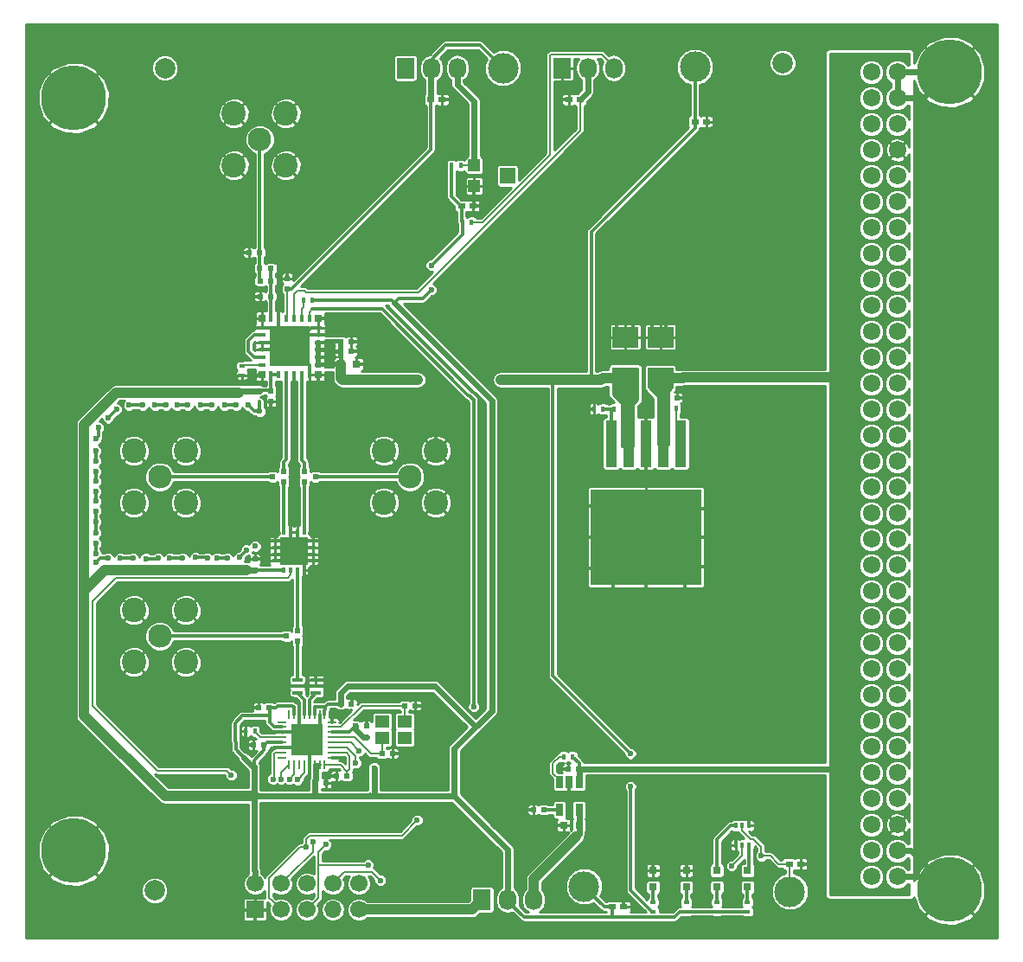
<source format=gbr>
G04 #@! TF.FileFunction,Copper,L1,Top,Signal*
%FSLAX46Y46*%
G04 Gerber Fmt 4.6, Leading zero omitted, Abs format (unit mm)*
G04 Created by KiCad (PCBNEW 4.0.6-e0-6349~53~ubuntu16.04.1) date Sat Jun 10 14:22:55 2017*
%MOMM*%
%LPD*%
G01*
G04 APERTURE LIST*
%ADD10C,0.100000*%
%ADD11C,3.000000*%
%ADD12C,2.000000*%
%ADD13R,1.200000X1.200000*%
%ADD14R,1.500000X1.600000*%
%ADD15R,1.727200X2.032000*%
%ADD16O,1.727200X2.032000*%
%ADD17R,1.300000X1.300000*%
%ADD18R,0.280000X0.850000*%
%ADD19R,0.850000X0.280000*%
%ADD20R,3.150000X3.150000*%
%ADD21R,0.500000X0.600000*%
%ADD22R,0.600000X0.500000*%
%ADD23R,0.800000X0.800000*%
%ADD24C,1.720000*%
%ADD25C,6.350000*%
%ADD26C,2.400000*%
%ADD27C,2.300000*%
%ADD28R,0.600000X0.400000*%
%ADD29R,0.400000X0.600000*%
%ADD30R,1.000000X0.350000*%
%ADD31R,0.300000X0.550000*%
%ADD32R,0.550000X0.300000*%
%ADD33R,2.700000X2.700000*%
%ADD34R,3.875000X3.875000*%
%ADD35R,0.750000X0.800000*%
%ADD36R,0.400000X0.800000*%
%ADD37R,0.800000X0.400000*%
%ADD38R,4.500000X4.000000*%
%ADD39R,1.100000X4.600000*%
%ADD40R,10.800000X9.400000*%
%ADD41R,1.400000X1.200000*%
%ADD42R,1.700000X1.700000*%
%ADD43C,1.700000*%
%ADD44O,1.700000X1.700000*%
%ADD45R,0.800000X0.600000*%
%ADD46R,0.420000X0.600000*%
%ADD47R,0.800000X0.750000*%
%ADD48R,2.500000X2.000000*%
%ADD49R,0.750000X1.240000*%
%ADD50C,0.600000*%
%ADD51C,0.300000*%
%ADD52C,0.600000*%
%ADD53C,0.200000*%
%ADD54C,1.000000*%
%ADD55C,0.335589*%
%ADD56C,0.254000*%
G04 APERTURE END LIST*
D10*
D11*
X187700000Y-143600000D03*
D12*
X126500000Y-63000000D03*
X125500000Y-143500000D03*
D13*
X156800000Y-72550000D03*
X156800000Y-74550000D03*
D14*
X160050000Y-73550000D03*
D15*
X165360000Y-63000000D03*
D16*
X167900000Y-63000000D03*
X170440000Y-63000000D03*
D17*
X141200000Y-129550000D03*
X141200000Y-127950000D03*
X139600000Y-129550000D03*
D18*
X142150000Y-126275000D03*
D19*
X142875000Y-130500000D03*
X142875000Y-130000000D03*
X142875000Y-129500000D03*
X142875000Y-129000000D03*
X142875000Y-128500000D03*
X142875000Y-128000000D03*
X142875000Y-127500000D03*
X142875000Y-127000000D03*
X137925000Y-130500000D03*
X137925000Y-130000000D03*
X137925000Y-129500000D03*
X137925000Y-129000000D03*
X137925000Y-128500000D03*
X137925000Y-128000000D03*
X137925000Y-127500000D03*
X137925000Y-127000000D03*
D18*
X141650000Y-126275000D03*
X141150000Y-126275000D03*
X140650000Y-126275000D03*
X140150000Y-126275000D03*
X139650000Y-126275000D03*
X139150000Y-126275000D03*
X138650000Y-126275000D03*
X142150000Y-131225000D03*
X141650000Y-131225000D03*
X141150000Y-131225000D03*
X140650000Y-131225000D03*
X140150000Y-131225000D03*
X139650000Y-131225000D03*
X139150000Y-131225000D03*
X138650000Y-131225000D03*
D20*
X140400000Y-128750000D03*
D17*
X139600000Y-127950000D03*
D21*
X139500000Y-119075000D03*
X139500000Y-118025000D03*
D22*
X148825000Y-130100000D03*
X147775000Y-130100000D03*
X151025000Y-125400000D03*
X149975000Y-125400000D03*
X135675000Y-125600000D03*
X136725000Y-125600000D03*
X135175000Y-129250000D03*
X136225000Y-129250000D03*
X142275000Y-133000000D03*
X141225000Y-133000000D03*
X144325000Y-132300000D03*
X143275000Y-132300000D03*
X144775000Y-125250000D03*
X143725000Y-125250000D03*
X146225000Y-127400000D03*
X145175000Y-127400000D03*
D21*
X135350000Y-112125000D03*
X135350000Y-111075000D03*
X138150000Y-102475000D03*
X138150000Y-103525000D03*
X140150000Y-102475000D03*
X140150000Y-103525000D03*
X138500000Y-84625000D03*
X138500000Y-83575000D03*
X136900000Y-94575000D03*
X136900000Y-95625000D03*
D22*
X143725000Y-89750000D03*
X144775000Y-89750000D03*
X143725000Y-90750000D03*
X144775000Y-90750000D03*
X136875000Y-85350000D03*
X135825000Y-85350000D03*
X135825000Y-83850000D03*
X136875000Y-83850000D03*
X135775000Y-81050000D03*
X134725000Y-81050000D03*
X175591726Y-95271568D03*
X176641726Y-95271568D03*
X167025000Y-131600000D03*
X165975000Y-131600000D03*
X163625000Y-135600000D03*
X162575000Y-135600000D03*
D23*
X183550000Y-143150000D03*
X183550000Y-141550000D03*
X180550000Y-143150000D03*
X180550000Y-141550000D03*
X177550000Y-143150000D03*
X177550000Y-141550000D03*
D24*
X198230000Y-142150000D03*
X198230000Y-139610000D03*
X198230000Y-137070000D03*
X198230000Y-134530000D03*
X198230000Y-131990000D03*
X198230000Y-129450000D03*
X198230000Y-126910000D03*
X198230000Y-124370000D03*
X198230000Y-121830000D03*
X198230000Y-119290000D03*
X198230000Y-116750000D03*
X198230000Y-114210000D03*
X198230000Y-111670000D03*
X198230000Y-109130000D03*
X198230000Y-106590000D03*
X198230000Y-104050000D03*
X198230000Y-101510000D03*
X198230000Y-98970000D03*
X198230000Y-96430000D03*
X198230000Y-93890000D03*
X198230000Y-91350000D03*
X198230000Y-88810000D03*
X198230000Y-86270000D03*
X198230000Y-83730000D03*
X198230000Y-81190000D03*
X198230000Y-78650000D03*
X198230000Y-76110000D03*
X198230000Y-73570000D03*
X198230000Y-71030000D03*
X198230000Y-68490000D03*
X198230000Y-65950000D03*
X198230000Y-63410000D03*
X195690000Y-142150000D03*
X195690000Y-139610000D03*
X195690000Y-137070000D03*
X195690000Y-134530000D03*
X195690000Y-131990000D03*
X195690000Y-129450000D03*
X195690000Y-126910000D03*
X195690000Y-124370000D03*
X195690000Y-121830000D03*
X195690000Y-119290000D03*
X195690000Y-116750000D03*
X195690000Y-114210000D03*
X195690000Y-111670000D03*
X195690000Y-109130000D03*
X195690000Y-106590000D03*
X195690000Y-104050000D03*
X195690000Y-101510000D03*
X195690000Y-98970000D03*
X195690000Y-96430000D03*
X195690000Y-93890000D03*
X195690000Y-91350000D03*
X195690000Y-88810000D03*
X195690000Y-86270000D03*
X195690000Y-83730000D03*
X195690000Y-81190000D03*
X195690000Y-78650000D03*
X195690000Y-76110000D03*
X195690000Y-73570000D03*
X195690000Y-71030000D03*
X195690000Y-68490000D03*
X195690000Y-65950000D03*
X195690000Y-63410000D03*
D25*
X117580000Y-65950000D03*
X203310000Y-63410000D03*
X203310000Y-143420000D03*
X117580000Y-139610000D03*
D26*
X133260000Y-72540000D03*
X138340000Y-72540000D03*
X138340000Y-67460000D03*
D27*
X135800000Y-70000000D03*
D26*
X133260000Y-67460000D03*
X123460000Y-121140000D03*
X128540000Y-121140000D03*
X128540000Y-116060000D03*
D27*
X126000000Y-118600000D03*
D26*
X123460000Y-116060000D03*
X147960000Y-105540000D03*
X153040000Y-105540000D03*
X153040000Y-100460000D03*
D27*
X150500000Y-103000000D03*
D26*
X147960000Y-100460000D03*
X123460000Y-105540000D03*
X128540000Y-105540000D03*
X128540000Y-100460000D03*
D27*
X126000000Y-103000000D03*
D26*
X123460000Y-100460000D03*
D22*
X135800000Y-82600000D03*
X136900000Y-82600000D03*
D15*
X150060000Y-63000000D03*
D16*
X152600000Y-63000000D03*
X155140000Y-63000000D03*
D15*
X157560000Y-144400000D03*
D16*
X160100000Y-144400000D03*
X162640000Y-144400000D03*
D28*
X183550000Y-145550000D03*
X183550000Y-144650000D03*
X180550000Y-145550000D03*
X180550000Y-144650000D03*
X177550000Y-145550000D03*
X177550000Y-144650000D03*
D29*
X135350000Y-127900000D03*
X134450000Y-127900000D03*
D28*
X134050000Y-92150000D03*
X134050000Y-93050000D03*
D29*
X140950000Y-85750000D03*
X140050000Y-85750000D03*
X154550000Y-72550000D03*
X155450000Y-72550000D03*
X155650000Y-78100000D03*
X156550000Y-78100000D03*
X165550000Y-130400000D03*
X166450000Y-130400000D03*
X175666726Y-96321568D03*
X176566726Y-96321568D03*
X171366726Y-96371568D03*
X170466726Y-96371568D03*
X169416726Y-96371568D03*
X168516726Y-96371568D03*
D30*
X139500000Y-122850000D03*
X139500000Y-123500000D03*
X139500000Y-124150000D03*
X141300000Y-122850000D03*
X141300000Y-123500000D03*
X141300000Y-124150000D03*
D21*
X138400000Y-118600000D03*
D31*
X138175000Y-112125000D03*
X138825000Y-112125000D03*
X139475000Y-112125000D03*
X140125000Y-112125000D03*
D32*
X141025000Y-111225000D03*
X141025000Y-110575000D03*
X141025000Y-109925000D03*
X141025000Y-109275000D03*
D31*
X140125000Y-108375000D03*
X139475000Y-108375000D03*
X138825000Y-108375000D03*
X138175000Y-108375000D03*
D32*
X137275000Y-109275000D03*
X137275000Y-109925000D03*
X137275000Y-110575000D03*
X137275000Y-111225000D03*
D33*
X139150000Y-110250000D03*
D21*
X137050000Y-103000000D03*
X141250000Y-103000000D03*
D34*
X138750000Y-90250000D03*
D35*
X136019500Y-87470500D03*
X141519500Y-87470500D03*
X141519500Y-92970500D03*
X136019500Y-92970500D03*
D36*
X140644500Y-87470500D03*
X136894500Y-92970500D03*
D37*
X141519500Y-92033500D03*
X136019500Y-88408500D03*
X136019500Y-89133500D03*
X136019500Y-89858500D03*
X136019500Y-90583500D03*
X136019500Y-91308500D03*
X136019500Y-92033500D03*
X141519500Y-91308500D03*
X141519500Y-90583500D03*
X141519500Y-89858500D03*
X141519500Y-89133500D03*
X141519500Y-88408500D03*
D36*
X137644500Y-92970500D03*
X138394500Y-92970500D03*
X139144500Y-92970500D03*
X139894500Y-92970500D03*
X140644500Y-92970500D03*
X139894500Y-87470500D03*
X139144500Y-87470500D03*
X138394500Y-87470500D03*
X137644500Y-87470500D03*
X136894500Y-87470500D03*
D38*
X170629726Y-111497568D03*
X170689726Y-106347568D03*
X176599726Y-111457568D03*
D39*
X170209726Y-99767568D03*
X171909726Y-99767568D03*
X175309726Y-99767568D03*
D40*
X173609726Y-108927568D03*
D39*
X173609726Y-99767568D03*
X177009726Y-99767568D03*
D38*
X176609726Y-106397568D03*
D11*
X159600000Y-63000000D03*
X178400000Y-62900000D03*
X167550000Y-143100000D03*
D41*
X150000000Y-128550000D03*
X147800000Y-128550000D03*
X150000000Y-126950000D03*
X147800000Y-126950000D03*
D42*
X135320000Y-145370000D03*
D43*
X135320000Y-142830000D03*
X137860000Y-145370000D03*
X137860000Y-142830000D03*
X140400000Y-145370000D03*
X140400000Y-142830000D03*
D44*
X142940000Y-145370000D03*
D43*
X142940000Y-142830000D03*
X145480000Y-145370000D03*
X145480000Y-142830000D03*
D45*
X167150000Y-66100000D03*
X166050000Y-66100000D03*
X152550000Y-66100000D03*
X153650000Y-66100000D03*
X155550000Y-76500000D03*
X156650000Y-76500000D03*
D46*
X182400000Y-139050000D03*
X183050000Y-139050000D03*
X183700000Y-139050000D03*
X182400000Y-137150000D03*
X183050000Y-137150000D03*
X183700000Y-137150000D03*
D47*
X143750000Y-92000000D03*
X145250000Y-92000000D03*
D48*
X175016726Y-93321568D03*
X175016726Y-89321568D03*
D47*
X167050000Y-137100000D03*
X165550000Y-137100000D03*
D48*
X171616726Y-93321568D03*
X171616726Y-89321568D03*
D23*
X174300000Y-143150000D03*
X174300000Y-141550000D03*
D28*
X174300000Y-145550000D03*
X174300000Y-144650000D03*
D49*
X167050000Y-135600000D03*
X165150000Y-135600000D03*
X167050000Y-132900000D03*
X165150000Y-132900000D03*
X166100000Y-132900000D03*
D12*
X187000000Y-62500000D03*
D45*
X187650000Y-140900000D03*
X188750000Y-140900000D03*
X178400000Y-68250000D03*
X179500000Y-68250000D03*
X170350000Y-145100000D03*
X171450000Y-145100000D03*
D50*
X135350000Y-109800000D03*
X134500000Y-110150000D03*
X133800000Y-110900000D03*
X132650000Y-110950000D03*
X131650000Y-110950000D03*
X130650000Y-110950000D03*
X129500000Y-110900000D03*
X128250000Y-110950000D03*
X127000000Y-110950000D03*
X125850000Y-110950000D03*
X124650000Y-111000000D03*
X123400000Y-110950000D03*
X122150000Y-110950000D03*
X120950000Y-110950000D03*
X119750000Y-111400000D03*
X119750000Y-110550000D03*
X119750000Y-109550000D03*
X119750000Y-108500000D03*
X119750000Y-107400000D03*
X119750000Y-106350000D03*
X119750000Y-105400000D03*
X119750000Y-104450000D03*
X119750000Y-103450000D03*
X119750000Y-102500000D03*
X119750000Y-101450000D03*
X119750000Y-100450000D03*
X119750000Y-99300000D03*
X120000000Y-98200000D03*
X120950000Y-97250000D03*
X121800000Y-96400000D03*
X123000000Y-96000000D03*
X124350000Y-96000000D03*
X125550000Y-96000000D03*
X126600000Y-96000000D03*
X127700000Y-96000000D03*
X128750000Y-96000000D03*
X130000000Y-96000000D03*
X131100000Y-96000000D03*
X132350000Y-96000000D03*
X133500000Y-96000000D03*
X134650000Y-96000000D03*
X135800000Y-96600000D03*
X155575000Y-123925000D03*
X155575000Y-122600000D03*
X155575000Y-121500000D03*
X155575000Y-120350000D03*
X155575000Y-119350000D03*
X155575000Y-118250000D03*
X155575000Y-117050000D03*
X155575000Y-115850000D03*
X155550000Y-114775000D03*
X155575000Y-113675000D03*
X155575000Y-112575000D03*
X155575000Y-111375000D03*
X155575000Y-110200000D03*
X155575000Y-109025000D03*
X155575000Y-107850000D03*
X155575000Y-106700000D03*
X155525000Y-105600000D03*
X155550000Y-104500000D03*
X155550000Y-103375000D03*
X155550000Y-102125000D03*
X155550000Y-101075000D03*
X155550000Y-99950000D03*
X155550000Y-98825000D03*
X190400000Y-140350000D03*
X171350000Y-144150000D03*
X133950000Y-135650000D03*
X134000000Y-133150000D03*
X136200000Y-133200000D03*
X136200000Y-135600000D03*
X136200000Y-139100000D03*
X136500000Y-131350000D03*
X161600000Y-128050000D03*
X161550000Y-114100000D03*
X162400000Y-95200000D03*
X160350000Y-91300000D03*
X155850000Y-90700000D03*
X151950000Y-87300000D03*
X153900000Y-83950000D03*
X156900000Y-87700000D03*
X161800000Y-87850000D03*
X165850000Y-91950000D03*
X140700000Y-137250000D03*
X141850000Y-135200000D03*
X174950000Y-130000000D03*
X175000000Y-133200000D03*
X170200000Y-130300000D03*
X170200000Y-133250000D03*
X161900000Y-139800000D03*
X167200000Y-139900000D03*
X164950000Y-144600000D03*
X158250000Y-139700000D03*
X153500000Y-135500000D03*
X147950000Y-78200000D03*
X142800000Y-83300000D03*
X148850000Y-82550000D03*
X151750000Y-79650000D03*
X151750000Y-73650000D03*
X151500000Y-67400000D03*
X151500000Y-70100000D03*
X177950000Y-147000000D03*
X166700000Y-147000000D03*
X159950000Y-146950000D03*
X149600000Y-146950000D03*
X153550000Y-133300000D03*
X149700000Y-135200000D03*
X149700000Y-133300000D03*
X144400000Y-87350000D03*
X145450000Y-87350000D03*
X146350000Y-87350000D03*
X147450000Y-87850000D03*
X148250000Y-88650000D03*
X149000000Y-89400000D03*
X149750000Y-90150000D03*
X150400000Y-90800000D03*
X149850000Y-92000000D03*
X148600000Y-92000000D03*
X147400000Y-92000000D03*
X143800000Y-59100000D03*
X144550000Y-59800000D03*
X144550000Y-60700000D03*
X144550000Y-61800000D03*
X144550000Y-63100000D03*
X144550000Y-64100000D03*
X144550000Y-65000000D03*
X144550000Y-66000000D03*
X144550000Y-67050000D03*
X144550000Y-68150000D03*
X144550000Y-69050000D03*
X144550000Y-70100000D03*
X144550000Y-71150000D03*
X144550000Y-72150000D03*
X144550000Y-73100000D03*
X144550000Y-74150000D03*
X144550000Y-75350000D03*
X144550000Y-76450000D03*
X143550000Y-77450000D03*
X142750000Y-78250000D03*
X141900000Y-79100000D03*
X141200000Y-79800000D03*
X140200000Y-80800000D03*
X139300000Y-81700000D03*
X113800000Y-93550000D03*
X115150000Y-93550000D03*
X116300000Y-93550000D03*
X117350000Y-93550000D03*
X118400000Y-93550000D03*
X119550000Y-93550000D03*
X120650000Y-93550000D03*
X121800000Y-93550000D03*
X123000000Y-93550000D03*
X124200000Y-93550000D03*
X125300000Y-93550000D03*
X126400000Y-93550000D03*
X127600000Y-93500000D03*
X128850000Y-93550000D03*
X129950000Y-93550000D03*
X131000000Y-93550000D03*
X132050000Y-93550000D03*
X133200000Y-93550000D03*
X138400000Y-113650000D03*
X137100000Y-113650000D03*
X136050000Y-113650000D03*
X134850000Y-113650000D03*
X133500000Y-113650000D03*
X132050000Y-113650000D03*
X130950000Y-113650000D03*
X129700000Y-113650000D03*
X128600000Y-113650000D03*
X127450000Y-113650000D03*
X126400000Y-113650000D03*
X125100000Y-113650000D03*
X123950000Y-113650000D03*
X122750000Y-113650000D03*
X121750000Y-113950000D03*
X120950000Y-114750000D03*
X120250000Y-115800000D03*
X120250000Y-116950000D03*
X120250000Y-118000000D03*
X120250000Y-119050000D03*
X120250000Y-120200000D03*
X120250000Y-121450000D03*
X120250000Y-122500000D03*
X120250000Y-123500000D03*
X120800000Y-124500000D03*
X122000000Y-124500000D03*
X123100000Y-124500000D03*
X124250000Y-124500000D03*
X125250000Y-124500000D03*
X127050000Y-124500000D03*
X128750000Y-124500000D03*
X130350000Y-124500000D03*
X131700000Y-124500000D03*
X133150000Y-124500000D03*
X134450000Y-124500000D03*
X135650000Y-124500000D03*
X137000000Y-124500000D03*
X154450000Y-123050000D03*
X153500000Y-122400000D03*
X152200000Y-122400000D03*
X151000000Y-122400000D03*
X149800000Y-122400000D03*
X148600000Y-122400000D03*
X147300000Y-122400000D03*
X146150000Y-122400000D03*
X145000000Y-122400000D03*
X143650000Y-122400000D03*
X142550000Y-93050000D03*
X142550000Y-94050000D03*
X142600000Y-94900000D03*
X143250000Y-95600000D03*
X144600000Y-95650000D03*
X146300000Y-95600000D03*
X147800000Y-95600000D03*
X149500000Y-95600000D03*
X150950000Y-95550000D03*
X152400000Y-95550000D03*
X155550000Y-97550000D03*
X154650000Y-96300000D03*
X165950000Y-95200000D03*
X153950000Y-95550000D03*
X151000000Y-91500000D03*
X137200000Y-81200000D03*
X137650000Y-86400000D03*
X142750000Y-89000000D03*
X142750000Y-87450000D03*
X134600000Y-88400000D03*
X135050000Y-93600000D03*
X141400000Y-94300000D03*
X139150000Y-94600000D03*
X139100000Y-103000000D03*
X139100000Y-107300000D03*
X142250000Y-111000000D03*
X142250000Y-109250000D03*
X136250000Y-109750000D03*
X136250000Y-111000000D03*
X142250000Y-132250000D03*
X142900000Y-126375000D03*
X139400000Y-127750000D03*
X139400000Y-129750000D03*
X141400000Y-129750000D03*
X140400000Y-129750000D03*
X139400000Y-128750000D03*
X140400000Y-128750000D03*
X141400000Y-128750000D03*
X141400000Y-127750000D03*
X140400000Y-127750000D03*
X138600000Y-110850000D03*
X139800000Y-110850000D03*
X139800000Y-109650000D03*
X138550000Y-109650000D03*
X137700000Y-91500000D03*
X138900000Y-91500000D03*
X140050000Y-91500000D03*
X140050000Y-90350000D03*
X138900000Y-90350000D03*
X137700000Y-90350000D03*
X140050000Y-89350000D03*
X138900000Y-89350000D03*
X137700000Y-89350000D03*
X173600000Y-103100000D03*
X173600000Y-96600000D03*
X177600000Y-95300000D03*
X166700000Y-112000000D03*
X166700000Y-105900000D03*
X170400000Y-115200000D03*
X177400000Y-115300000D03*
X180100000Y-111800000D03*
X180100000Y-106100000D03*
X175600000Y-87500000D03*
X174200000Y-87500000D03*
X172300000Y-87500000D03*
X170700000Y-87500000D03*
X164900000Y-66100000D03*
X154800000Y-66100000D03*
X157800000Y-76500000D03*
X138500000Y-82500000D03*
X134600000Y-85400000D03*
X133700000Y-81000000D03*
X136900000Y-96600000D03*
X145900000Y-89700000D03*
X145800000Y-90800000D03*
X146400000Y-92000000D03*
X167700000Y-96400000D03*
X166100000Y-134500000D03*
X164200000Y-136900000D03*
X161600000Y-135600000D03*
X183700000Y-136300000D03*
X182400000Y-138200000D03*
X174300000Y-140400000D03*
X177600000Y-140400000D03*
X165100000Y-131600000D03*
X144800000Y-124300000D03*
X151900000Y-125400000D03*
X149700000Y-130100000D03*
X134100000Y-129200000D03*
X134700000Y-125400000D03*
X138300000Y-124500000D03*
X140400000Y-123500000D03*
X141500000Y-122200000D03*
X142500000Y-122700000D03*
X142500000Y-123500000D03*
X138300000Y-123500000D03*
X146200000Y-126400000D03*
X144000000Y-130600000D03*
X140400000Y-132600000D03*
X136300000Y-127700000D03*
X147000000Y-131500000D03*
X146250000Y-128500000D03*
X152600000Y-82300000D03*
X152600000Y-84700000D03*
X172100000Y-130100000D03*
X172100000Y-133300000D03*
X151300000Y-93500000D03*
X149400000Y-93500000D03*
X159400000Y-93500000D03*
X161000000Y-93500000D03*
X151200000Y-136600000D03*
X140300000Y-139250000D03*
X156750000Y-125500000D03*
X133000000Y-132200000D03*
X184900000Y-140100000D03*
X139500000Y-132650000D03*
X141000000Y-138700000D03*
X182000000Y-141100000D03*
X145200001Y-131000000D03*
X142250000Y-139000000D03*
X146400000Y-141000000D03*
X145542648Y-129840418D03*
X137899997Y-132600000D03*
X147600000Y-142500000D03*
X137099994Y-132600000D03*
X138700000Y-132600000D03*
D51*
X133800000Y-110900000D02*
X133800000Y-110850000D01*
X133800000Y-110850000D02*
X134500000Y-110150000D01*
X131650000Y-110950000D02*
X132650000Y-110950000D01*
X129500000Y-110900000D02*
X130600000Y-110900000D01*
X130600000Y-110900000D02*
X130650000Y-110950000D01*
X127000000Y-110950000D02*
X128250000Y-110950000D01*
X124650000Y-111000000D02*
X125800000Y-111000000D01*
X125800000Y-111000000D02*
X125850000Y-110950000D01*
X122150000Y-110950000D02*
X123400000Y-110950000D01*
X119750000Y-111400000D02*
X120200000Y-110950000D01*
X120200000Y-110950000D02*
X120950000Y-110950000D01*
X119750000Y-109550000D02*
X119750000Y-110550000D01*
X119750000Y-107400000D02*
X119750000Y-108500000D01*
X119750000Y-106350000D02*
X119750000Y-107400000D01*
X119750000Y-104450000D02*
X119750000Y-105400000D01*
X119750000Y-102500000D02*
X119750000Y-103450000D01*
X119750000Y-100450000D02*
X119750000Y-101450000D01*
X120000000Y-98200000D02*
X120000000Y-99050000D01*
X120000000Y-99050000D02*
X119750000Y-99300000D01*
X121800000Y-96400000D02*
X120950000Y-97250000D01*
X124350000Y-96000000D02*
X123000000Y-96000000D01*
X126600000Y-96000000D02*
X125550000Y-96000000D01*
X128750000Y-96000000D02*
X127700000Y-96000000D01*
X131100000Y-96000000D02*
X130000000Y-96000000D01*
X133500000Y-96000000D02*
X132350000Y-96000000D01*
X135800000Y-96600000D02*
X135250000Y-96600000D01*
X135250000Y-96600000D02*
X134650000Y-96000000D01*
X135800000Y-95650000D02*
X135800000Y-96600000D01*
X155575000Y-122600000D02*
X155575000Y-123925000D01*
X155575000Y-120350000D02*
X155575000Y-121500000D01*
X155575000Y-118250000D02*
X155575000Y-119350000D01*
X155575000Y-115850000D02*
X155575000Y-117050000D01*
X155575000Y-113675000D02*
X155575000Y-114750000D01*
X155575000Y-114750000D02*
X155550000Y-114775000D01*
X155575000Y-111375000D02*
X155575000Y-112575000D01*
X155575000Y-109025000D02*
X155575000Y-110200000D01*
X155575000Y-106700000D02*
X155575000Y-107850000D01*
X155550000Y-104500000D02*
X155550000Y-105575000D01*
X155550000Y-105575000D02*
X155525000Y-105600000D01*
X155550000Y-102125000D02*
X155550000Y-103375000D01*
X155550000Y-99950000D02*
X155550000Y-101075000D01*
X155550000Y-97550000D02*
X155550000Y-98825000D01*
X188750000Y-140900000D02*
X189850000Y-140900000D01*
X189850000Y-140900000D02*
X190400000Y-140350000D01*
X171450000Y-145100000D02*
X171450000Y-144250000D01*
X171450000Y-144250000D02*
X171350000Y-144150000D01*
X140700000Y-137250000D02*
X138050000Y-137250000D01*
X138050000Y-137250000D02*
X136200000Y-139100000D01*
X137925000Y-129500000D02*
X137183588Y-129500000D01*
X137183588Y-129500000D02*
X136500000Y-130183588D01*
X136500000Y-130183588D02*
X136500000Y-131350000D01*
X162400000Y-95200000D02*
X162400000Y-113250000D01*
X162400000Y-113250000D02*
X161550000Y-114100000D01*
X155850000Y-90700000D02*
X159750000Y-90700000D01*
X159750000Y-90700000D02*
X160350000Y-91300000D01*
X153900000Y-83950000D02*
X153900000Y-85350000D01*
X153900000Y-85350000D02*
X151950000Y-87300000D01*
X156900000Y-87700000D02*
X153900000Y-84700000D01*
X153900000Y-84700000D02*
X153900000Y-83950000D01*
X165850000Y-91950000D02*
X161800000Y-87900000D01*
X161800000Y-87900000D02*
X161800000Y-87850000D01*
X149700000Y-135200000D02*
X141850000Y-135200000D01*
X183700000Y-136300000D02*
X178100000Y-136300000D01*
X178100000Y-136300000D02*
X175000000Y-133200000D01*
X166100000Y-134500000D02*
X168950000Y-134500000D01*
X168950000Y-134500000D02*
X170200000Y-133250000D01*
X164950000Y-144600000D02*
X164950000Y-142150000D01*
X164950000Y-142150000D02*
X167200000Y-139900000D01*
X153500000Y-135500000D02*
X157700000Y-139700000D01*
X157700000Y-139700000D02*
X158250000Y-139700000D01*
X142800000Y-83300000D02*
X147900000Y-78200000D01*
X147900000Y-78200000D02*
X147950000Y-78200000D01*
X151750000Y-79650000D02*
X148850000Y-82550000D01*
X154800000Y-66100000D02*
X154800000Y-70600000D01*
X154800000Y-70600000D02*
X151750000Y-73650000D01*
X144550000Y-70100000D02*
X151500000Y-70100000D01*
X177950000Y-147000000D02*
X187950000Y-147000000D01*
X187950000Y-147000000D02*
X188000000Y-147050000D01*
X159950000Y-146950000D02*
X166650000Y-146950000D01*
X166650000Y-146950000D02*
X166700000Y-147000000D01*
X135320000Y-145370000D02*
X135320000Y-146520000D01*
X135320000Y-146520000D02*
X135750000Y-146950000D01*
X135750000Y-146950000D02*
X149600000Y-146950000D01*
X149700000Y-133300000D02*
X153550000Y-133300000D01*
X149700000Y-130100000D02*
X149700000Y-133300000D01*
X146350000Y-87350000D02*
X145450000Y-87350000D01*
X148250000Y-88650000D02*
X147450000Y-87850000D01*
X149750000Y-90150000D02*
X149000000Y-89400000D01*
X151000000Y-91500000D02*
X151000000Y-91400000D01*
X151000000Y-91400000D02*
X150400000Y-90800000D01*
X149850000Y-92000000D02*
X150500000Y-92000000D01*
X148600000Y-92000000D02*
X149850000Y-92000000D01*
X147400000Y-92000000D02*
X148600000Y-92000000D01*
X146400000Y-92000000D02*
X147400000Y-92000000D01*
X144550000Y-60700000D02*
X144550000Y-59800000D01*
X144550000Y-63100000D02*
X144550000Y-61800000D01*
X144550000Y-65000000D02*
X144550000Y-64100000D01*
X144550000Y-67050000D02*
X144550000Y-66000000D01*
X144550000Y-69050000D02*
X144550000Y-68150000D01*
X144550000Y-71150000D02*
X144550000Y-70100000D01*
X144550000Y-73100000D02*
X144550000Y-72150000D01*
X144550000Y-75350000D02*
X144550000Y-74150000D01*
X143550000Y-77450000D02*
X144550000Y-76450000D01*
X141900000Y-79100000D02*
X142750000Y-78250000D01*
X140200000Y-80800000D02*
X141200000Y-79800000D01*
X138500000Y-82500000D02*
X139300000Y-81700000D01*
X116300000Y-93550000D02*
X115150000Y-93550000D01*
X118400000Y-93550000D02*
X117350000Y-93550000D01*
X120650000Y-93550000D02*
X119550000Y-93550000D01*
X123000000Y-93550000D02*
X121800000Y-93550000D01*
X125300000Y-93550000D02*
X124200000Y-93550000D01*
X127600000Y-93500000D02*
X126450000Y-93500000D01*
X126450000Y-93500000D02*
X126400000Y-93550000D01*
X129950000Y-93550000D02*
X128850000Y-93550000D01*
X132050000Y-93550000D02*
X131000000Y-93550000D01*
X134050000Y-93050000D02*
X133700000Y-93050000D01*
X133700000Y-93050000D02*
X133200000Y-93550000D01*
X137100000Y-113650000D02*
X138400000Y-113650000D01*
X134850000Y-113650000D02*
X136050000Y-113650000D01*
X132050000Y-113650000D02*
X133500000Y-113650000D01*
X129700000Y-113650000D02*
X130950000Y-113650000D01*
X127450000Y-113650000D02*
X128600000Y-113650000D01*
X125100000Y-113650000D02*
X126400000Y-113650000D01*
X122750000Y-113650000D02*
X123950000Y-113650000D01*
X120950000Y-114750000D02*
X121750000Y-113950000D01*
X120250000Y-116950000D02*
X120250000Y-115800000D01*
X120250000Y-119050000D02*
X120250000Y-118000000D01*
X120250000Y-121450000D02*
X120250000Y-120200000D01*
X120250000Y-123500000D02*
X120250000Y-122500000D01*
X122000000Y-124500000D02*
X120800000Y-124500000D01*
X124250000Y-124500000D02*
X123100000Y-124500000D01*
X127050000Y-124500000D02*
X125250000Y-124500000D01*
X130350000Y-124500000D02*
X128750000Y-124500000D01*
X133150000Y-124500000D02*
X131700000Y-124500000D01*
X135650000Y-124500000D02*
X134450000Y-124500000D01*
X138300000Y-124500000D02*
X137000000Y-124500000D01*
X152200000Y-122400000D02*
X153500000Y-122400000D01*
X149800000Y-122400000D02*
X151000000Y-122400000D01*
X147300000Y-122400000D02*
X148600000Y-122400000D01*
X145000000Y-122400000D02*
X146150000Y-122400000D01*
X142500000Y-122700000D02*
X143350000Y-122700000D01*
X143350000Y-122700000D02*
X143650000Y-122400000D01*
X142600000Y-94900000D02*
X142600000Y-94100000D01*
X142600000Y-94100000D02*
X142550000Y-94050000D01*
X144600000Y-95650000D02*
X143300000Y-95650000D01*
X143300000Y-95650000D02*
X143250000Y-95600000D01*
X147800000Y-95600000D02*
X146300000Y-95600000D01*
X150950000Y-95550000D02*
X149550000Y-95550000D01*
X149550000Y-95550000D02*
X149500000Y-95600000D01*
X153950000Y-95550000D02*
X152400000Y-95550000D01*
X155550000Y-97550000D02*
X155550000Y-97200000D01*
X155550000Y-97200000D02*
X154650000Y-96300000D01*
X153950000Y-95550000D02*
X153950000Y-95600000D01*
X153950000Y-95600000D02*
X154650000Y-96300000D01*
X167700000Y-96400000D02*
X167150000Y-96400000D01*
X167150000Y-96400000D02*
X165950000Y-95200000D01*
X153040000Y-100460000D02*
X153040000Y-96460000D01*
X153040000Y-96460000D02*
X153950000Y-95550000D01*
X150500000Y-92000000D02*
X151000000Y-91500000D01*
X138500000Y-82500000D02*
X137200000Y-81200000D01*
X137644500Y-87470500D02*
X137644500Y-86405500D01*
X137644500Y-86405500D02*
X137650000Y-86400000D01*
X141519500Y-89133500D02*
X142616500Y-89133500D01*
X142616500Y-89133500D02*
X142750000Y-89000000D01*
X141519500Y-87470500D02*
X142729500Y-87470500D01*
X142729500Y-87470500D02*
X142750000Y-87450000D01*
X136019500Y-88408500D02*
X134608500Y-88408500D01*
X134608500Y-88408500D02*
X134600000Y-88400000D01*
X136019500Y-92970500D02*
X135679500Y-92970500D01*
X135679500Y-92970500D02*
X135050000Y-93600000D01*
X141519500Y-92970500D02*
X141519500Y-94180500D01*
X141519500Y-94180500D02*
X141400000Y-94300000D01*
X139144500Y-92970500D02*
X139144500Y-94555500D01*
X139144500Y-94555500D02*
X139100000Y-94600000D01*
X139100000Y-107300000D02*
X139100000Y-103000000D01*
X138825000Y-108375000D02*
X138825000Y-107575000D01*
X138825000Y-107575000D02*
X139100000Y-107300000D01*
X141025000Y-111225000D02*
X142025000Y-111225000D01*
X142025000Y-111225000D02*
X142250000Y-111000000D01*
X141025000Y-109275000D02*
X142225000Y-109275000D01*
X142225000Y-109275000D02*
X142250000Y-109250000D01*
X137275000Y-109275000D02*
X136725000Y-109275000D01*
X136725000Y-109275000D02*
X136250000Y-109750000D01*
X135350000Y-111075000D02*
X136175000Y-111075000D01*
X136175000Y-111075000D02*
X136250000Y-111000000D01*
X143275000Y-132300000D02*
X142300000Y-132300000D01*
X142300000Y-132300000D02*
X142250000Y-132250000D01*
X142275000Y-133000000D02*
X142275000Y-132275000D01*
X142275000Y-132275000D02*
X142250000Y-132250000D01*
D52*
X198230000Y-142150000D02*
X202040000Y-142150000D01*
X202040000Y-142150000D02*
X203310000Y-143420000D01*
X198230000Y-139610000D02*
X199500000Y-139610000D01*
X199500000Y-139610000D02*
X203310000Y-143420000D01*
X198230000Y-65950000D02*
X200770000Y-65950000D01*
X200770000Y-65950000D02*
X203310000Y-63410000D01*
X198230000Y-65950000D02*
X198230000Y-63410000D01*
X198230000Y-63410000D02*
X203310000Y-63410000D01*
D51*
X139650000Y-126275000D02*
X139650000Y-127500000D01*
X139650000Y-127500000D02*
X139400000Y-127750000D01*
X137925000Y-128000000D02*
X139150000Y-128000000D01*
X139150000Y-128000000D02*
X139400000Y-127750000D01*
X137925000Y-129500000D02*
X139150000Y-129500000D01*
X139150000Y-129500000D02*
X139400000Y-129750000D01*
X140650000Y-131225000D02*
X140650000Y-130000000D01*
X140650000Y-130000000D02*
X140400000Y-129750000D01*
X141650000Y-126275000D02*
X141650000Y-127500000D01*
X141650000Y-127500000D02*
X141400000Y-127750000D01*
X142875000Y-127000000D02*
X142875000Y-126400000D01*
X142875000Y-126400000D02*
X142900000Y-126375000D01*
X140125000Y-112125000D02*
X140125000Y-111175000D01*
X140125000Y-111175000D02*
X139800000Y-110850000D01*
X138825000Y-108375000D02*
X138825000Y-109375000D01*
X138825000Y-109375000D02*
X138550000Y-109650000D01*
X139475000Y-108375000D02*
X139475000Y-109325000D01*
X139475000Y-109325000D02*
X139800000Y-109650000D01*
X141025000Y-109275000D02*
X140175000Y-109275000D01*
X140175000Y-109275000D02*
X139800000Y-109650000D01*
X141025000Y-109925000D02*
X140075000Y-109925000D01*
X140075000Y-109925000D02*
X139800000Y-109650000D01*
X141025000Y-110575000D02*
X140075000Y-110575000D01*
X140075000Y-110575000D02*
X139800000Y-110850000D01*
X141025000Y-111225000D02*
X140175000Y-111225000D01*
X140175000Y-111225000D02*
X139800000Y-110850000D01*
X137275000Y-111225000D02*
X138225000Y-111225000D01*
X138225000Y-111225000D02*
X138600000Y-110850000D01*
X137275000Y-110575000D02*
X138325000Y-110575000D01*
X138325000Y-110575000D02*
X138600000Y-110850000D01*
X137275000Y-109925000D02*
X138275000Y-109925000D01*
X138275000Y-109925000D02*
X138550000Y-109650000D01*
X137275000Y-109275000D02*
X138175000Y-109275000D01*
X138175000Y-109275000D02*
X138550000Y-109650000D01*
X137644500Y-87470500D02*
X137644500Y-89294500D01*
X137644500Y-89294500D02*
X137700000Y-89350000D01*
X141519500Y-88408500D02*
X140819500Y-88408500D01*
X138978000Y-90250000D02*
X138750000Y-90250000D01*
X140819500Y-88408500D02*
X138978000Y-90250000D01*
X141519500Y-89133500D02*
X139866500Y-89133500D01*
X139866500Y-89133500D02*
X138750000Y-90250000D01*
X140644500Y-92970500D02*
X140644500Y-92094500D01*
X140644500Y-92094500D02*
X140050000Y-91500000D01*
X136019500Y-90583500D02*
X138416500Y-90583500D01*
X138416500Y-90583500D02*
X138750000Y-90250000D01*
X136019500Y-89858500D02*
X138358500Y-89858500D01*
X138358500Y-89858500D02*
X138750000Y-90250000D01*
X136019500Y-88408500D02*
X136758500Y-88408500D01*
X136758500Y-88408500D02*
X137700000Y-89350000D01*
X173609726Y-99767568D02*
X173609726Y-103090274D01*
X173609726Y-103090274D02*
X173600000Y-103100000D01*
X173609726Y-99767568D02*
X173609726Y-96609726D01*
X173609726Y-96609726D02*
X173600000Y-96600000D01*
X176666726Y-95271568D02*
X177571568Y-95271568D01*
X177571568Y-95271568D02*
X177600000Y-95300000D01*
X170400000Y-115200000D02*
X170400000Y-112137294D01*
X170400000Y-112137294D02*
X173609726Y-108927568D01*
X177400000Y-115300000D02*
X177400000Y-112717842D01*
X177400000Y-112717842D02*
X173609726Y-108927568D01*
X180100000Y-111800000D02*
X176482158Y-111800000D01*
X176482158Y-111800000D02*
X173609726Y-108927568D01*
X180100000Y-106100000D02*
X176437294Y-106100000D01*
X176437294Y-106100000D02*
X173609726Y-108927568D01*
X166700000Y-105900000D02*
X170582158Y-105900000D01*
X170582158Y-105900000D02*
X173609726Y-108927568D01*
X166700000Y-112000000D02*
X170537294Y-112000000D01*
X170537294Y-112000000D02*
X173609726Y-108927568D01*
X167909726Y-108927568D02*
X166700000Y-110137294D01*
X166700000Y-110137294D02*
X166700000Y-112000000D01*
X173609726Y-108927568D02*
X167909726Y-108927568D01*
X167909726Y-108927568D02*
X166700000Y-107717842D01*
X166700000Y-107717842D02*
X166700000Y-105900000D01*
X173609726Y-113927568D02*
X172337294Y-115200000D01*
X172337294Y-115200000D02*
X170400000Y-115200000D01*
X173609726Y-108927568D02*
X173609726Y-113927568D01*
X173609726Y-113927568D02*
X174982158Y-115300000D01*
X174982158Y-115300000D02*
X177400000Y-115300000D01*
X179309726Y-108927568D02*
X180100000Y-109717842D01*
X180100000Y-109717842D02*
X180100000Y-111800000D01*
X173609726Y-108927568D02*
X179309726Y-108927568D01*
X179309726Y-108927568D02*
X180100000Y-108137294D01*
X180100000Y-108137294D02*
X180100000Y-106100000D01*
X175600000Y-87500000D02*
X175600000Y-88738294D01*
X175600000Y-88738294D02*
X175016726Y-89321568D01*
X174200000Y-87500000D02*
X174200000Y-88504842D01*
X174200000Y-88504842D02*
X175016726Y-89321568D01*
X170700000Y-87500000D02*
X170700000Y-88404842D01*
X170700000Y-88404842D02*
X171616726Y-89321568D01*
X172300000Y-87500000D02*
X172300000Y-88638294D01*
X172300000Y-88638294D02*
X171616726Y-89321568D01*
X166050000Y-66100000D02*
X164900000Y-66100000D01*
X153650000Y-66100000D02*
X154800000Y-66100000D01*
X156650000Y-76500000D02*
X157800000Y-76500000D01*
X138500000Y-83550000D02*
X138500000Y-82500000D01*
X135800000Y-85350000D02*
X134650000Y-85350000D01*
X134650000Y-85350000D02*
X134600000Y-85400000D01*
X134700000Y-81050000D02*
X133750000Y-81050000D01*
X133750000Y-81050000D02*
X133700000Y-81000000D01*
X136900000Y-95650000D02*
X136900000Y-96600000D01*
X144800000Y-89750000D02*
X145850000Y-89750000D01*
X145850000Y-89750000D02*
X145900000Y-89700000D01*
X144800000Y-90750000D02*
X145750000Y-90750000D01*
X145750000Y-90750000D02*
X145800000Y-90800000D01*
X145250000Y-92000000D02*
X146400000Y-92000000D01*
X168516726Y-96371568D02*
X167728432Y-96371568D01*
X167728432Y-96371568D02*
X167700000Y-96400000D01*
X156800000Y-74550000D02*
X156800000Y-76350000D01*
X156800000Y-76350000D02*
X156650000Y-76500000D01*
X166100000Y-132900000D02*
X166100000Y-134500000D01*
X165550000Y-137100000D02*
X164400000Y-137100000D01*
X164400000Y-137100000D02*
X164200000Y-136900000D01*
X162550000Y-135600000D02*
X161600000Y-135600000D01*
X183700000Y-137150000D02*
X183700000Y-136300000D01*
X182400000Y-139050000D02*
X182400000Y-138200000D01*
X174300000Y-141550000D02*
X174300000Y-140400000D01*
X177550000Y-141550000D02*
X177550000Y-140450000D01*
X177550000Y-140450000D02*
X177600000Y-140400000D01*
X165950000Y-131600000D02*
X165100000Y-131600000D01*
X144800000Y-125250000D02*
X144800000Y-124300000D01*
X151050000Y-125400000D02*
X151900000Y-125400000D01*
X148850000Y-130100000D02*
X149700000Y-130100000D01*
X134450000Y-127900000D02*
X134450000Y-128850000D01*
X134450000Y-128850000D02*
X134100000Y-129200000D01*
X135150000Y-129250000D02*
X134150000Y-129250000D01*
X134150000Y-129250000D02*
X134100000Y-129200000D01*
X135650000Y-125600000D02*
X134900000Y-125600000D01*
X134900000Y-125600000D02*
X134700000Y-125400000D01*
X138900000Y-124700000D02*
X138500000Y-124700000D01*
X138500000Y-124700000D02*
X138300000Y-124500000D01*
X139500000Y-123500000D02*
X140400000Y-123500000D01*
X141300000Y-123500000D02*
X140400000Y-123500000D01*
X141300000Y-122850000D02*
X141300000Y-122400000D01*
X141300000Y-122400000D02*
X141500000Y-122200000D01*
X141300000Y-122850000D02*
X142350000Y-122850000D01*
X142350000Y-122850000D02*
X142500000Y-122700000D01*
X141300000Y-123500000D02*
X142500000Y-123500000D01*
X139500000Y-123500000D02*
X138300000Y-123500000D01*
X142875000Y-130500000D02*
X143900000Y-130500000D01*
X143900000Y-130500000D02*
X144000000Y-130600000D01*
X146250000Y-127400000D02*
X146250000Y-126450000D01*
X146250000Y-126450000D02*
X146200000Y-126400000D01*
X142875000Y-127000000D02*
X142900000Y-127000000D01*
X139100000Y-124700000D02*
X138900000Y-124700000D01*
X139650000Y-126275000D02*
X139650000Y-125250000D01*
X139650000Y-125250000D02*
X139100000Y-124700000D01*
X140650000Y-131225000D02*
X140650000Y-132350000D01*
X140650000Y-132350000D02*
X140400000Y-132600000D01*
X137925000Y-128000000D02*
X136600000Y-128000000D01*
X136600000Y-128000000D02*
X136300000Y-127700000D01*
D53*
X142875000Y-128500000D02*
X145090232Y-128500000D01*
X145090232Y-128500000D02*
X146690232Y-130100000D01*
X146690232Y-130100000D02*
X147000000Y-130100000D01*
X147000000Y-130100000D02*
X147750000Y-130100000D01*
X147800000Y-128550000D02*
X147800000Y-130050000D01*
X147800000Y-130050000D02*
X147750000Y-130100000D01*
X149950000Y-125400000D02*
X145800000Y-125400000D01*
X145800000Y-125400000D02*
X143700000Y-127500000D01*
X143700000Y-127500000D02*
X142875000Y-127500000D01*
X150000000Y-126950000D02*
X150000000Y-125450000D01*
X150000000Y-125450000D02*
X149950000Y-125400000D01*
D51*
X151750000Y-85550000D02*
X149398542Y-85550000D01*
X149398542Y-85550000D02*
X148948542Y-86000000D01*
D52*
X148948542Y-86000000D02*
X158500000Y-95551458D01*
D51*
X148698542Y-85750000D02*
X148948542Y-86000000D01*
X140950000Y-85750000D02*
X148698542Y-85750000D01*
X176399999Y-146100001D02*
X170350000Y-146100001D01*
X170350000Y-146100001D02*
X168900000Y-146100001D01*
X170350000Y-145100000D02*
X170350000Y-146100001D01*
X167550000Y-143100000D02*
X169550000Y-145100000D01*
X169550000Y-145100000D02*
X170350000Y-145100000D01*
X136225000Y-129250000D02*
X136225000Y-129751468D01*
X136225000Y-129751468D02*
X135250000Y-130726468D01*
X135250000Y-130726468D02*
X135250000Y-131500000D01*
D52*
X141300000Y-131375000D02*
X141300000Y-132619232D01*
X141300000Y-132619232D02*
X141300010Y-132619242D01*
X141225000Y-133000000D02*
X141225000Y-132694252D01*
X141225000Y-132694252D02*
X141300010Y-132619242D01*
X137750000Y-134250000D02*
X141250000Y-134250000D01*
X141250000Y-134250000D02*
X146750000Y-134250000D01*
X141225000Y-133000000D02*
X141225000Y-134225000D01*
X141225000Y-134225000D02*
X141250000Y-134250000D01*
X145175000Y-127400000D02*
X145175000Y-127736226D01*
X146750000Y-134250000D02*
X147000000Y-134250000D01*
X147000000Y-134250000D02*
X154838538Y-134250000D01*
X147000000Y-131500000D02*
X147000000Y-134250000D01*
X145175000Y-127736226D02*
X145938774Y-128500000D01*
X145938774Y-128500000D02*
X146250000Y-128500000D01*
X154838538Y-129610004D02*
X156948542Y-127500000D01*
X156948542Y-127500000D02*
X158500000Y-125948542D01*
X143725000Y-125250000D02*
X143725000Y-124190998D01*
X143725000Y-124190998D02*
X144415999Y-123499999D01*
X144415999Y-123499999D02*
X152948541Y-123499999D01*
X152948541Y-123499999D02*
X156948542Y-127500000D01*
D51*
X146600000Y-134100000D02*
X146750000Y-134250000D01*
D52*
X135350000Y-112125000D02*
X134525010Y-112125000D01*
X134525010Y-112125000D02*
X134500000Y-112099990D01*
D54*
X121368626Y-112099990D02*
X134500000Y-112099990D01*
X118750000Y-114000000D02*
X120650010Y-112099990D01*
X120650010Y-112099990D02*
X121368626Y-112099990D01*
X118599990Y-114000000D02*
X118599990Y-97900010D01*
X118599990Y-126349990D02*
X118599990Y-114000000D01*
X118599990Y-114000000D02*
X118750000Y-114000000D01*
D52*
X133750000Y-94750000D02*
X133925000Y-94575000D01*
X133925000Y-94575000D02*
X135800000Y-94575000D01*
D54*
X121750000Y-94750000D02*
X133750000Y-94750000D01*
X118599990Y-97900010D02*
X121750000Y-94750000D01*
X126500000Y-134250000D02*
X118599990Y-126349990D01*
X135250000Y-134250000D02*
X126500000Y-134250000D01*
D51*
X133400000Y-127100000D02*
X133400000Y-128900000D01*
X133400000Y-128900000D02*
X133449999Y-128949999D01*
X133449999Y-128949999D02*
X133449999Y-129699999D01*
X133449999Y-129699999D02*
X134250000Y-130500000D01*
X135400000Y-131350000D02*
X135250000Y-131500000D01*
D52*
X135250000Y-134250000D02*
X137750000Y-134250000D01*
X135250000Y-131500000D02*
X134250000Y-130500000D01*
X135250000Y-134250000D02*
X135250000Y-131500000D01*
X135250000Y-141557919D02*
X135250000Y-134250000D01*
X135320000Y-142830000D02*
X135320000Y-141627919D01*
X135320000Y-141627919D02*
X135250000Y-141557919D01*
X154838538Y-134250000D02*
X154838538Y-129610004D01*
X160100000Y-139511462D02*
X154838538Y-134250000D01*
D51*
X138175000Y-112125000D02*
X135375000Y-112125000D01*
X135375000Y-112125000D02*
X135350000Y-112150000D01*
X168900000Y-146100001D02*
X161647601Y-146100001D01*
X155650000Y-78100000D02*
X155650000Y-79250000D01*
X155650000Y-79250000D02*
X152600000Y-82300000D01*
X155550000Y-76500000D02*
X155550000Y-78000000D01*
X155550000Y-78000000D02*
X155650000Y-78100000D01*
X154550000Y-72550000D02*
X154550000Y-75600000D01*
X154550000Y-75600000D02*
X155450000Y-76500000D01*
X155450000Y-76500000D02*
X155550000Y-76500000D01*
X151750000Y-85550000D02*
X152600000Y-84700000D01*
X177550000Y-145550000D02*
X176950000Y-145550000D01*
X176950000Y-145550000D02*
X176399999Y-146100001D01*
X161647601Y-146100001D02*
X160100000Y-144552400D01*
X160100000Y-144552400D02*
X160100000Y-144400000D01*
X180550000Y-145550000D02*
X177550000Y-145550000D01*
X183550000Y-145550000D02*
X180550000Y-145550000D01*
D52*
X160100000Y-144400000D02*
X160100000Y-139511462D01*
X158500000Y-95551458D02*
X158500000Y-115800000D01*
X158500000Y-125948542D02*
X158500000Y-115800000D01*
X158500000Y-115800000D02*
X158500000Y-116200000D01*
D51*
X145150000Y-127400000D02*
X145150000Y-127450000D01*
X143700000Y-125250000D02*
X143700000Y-125362610D01*
X144550000Y-128000000D02*
X145150000Y-127400000D01*
X145200000Y-127400000D02*
X145150000Y-127400000D01*
X142875000Y-128000000D02*
X144550000Y-128000000D01*
X136250000Y-129250000D02*
X136200000Y-129250000D01*
X134100000Y-126400000D02*
X133400000Y-127100000D01*
X136750000Y-126400000D02*
X136750000Y-126150000D01*
X136750000Y-127050000D02*
X136750000Y-126400000D01*
X136750000Y-126400000D02*
X134100000Y-126400000D01*
X142200000Y-125500000D02*
X142450000Y-125250000D01*
X142450000Y-125250000D02*
X143700000Y-125250000D01*
X142150000Y-126275000D02*
X142150000Y-125850000D01*
X142150000Y-125850000D02*
X142200000Y-125800000D01*
X142200000Y-125800000D02*
X142200000Y-125500000D01*
X137925000Y-127500000D02*
X137200000Y-127500000D01*
X137200000Y-127500000D02*
X136750000Y-127050000D01*
X136750000Y-126150000D02*
X136750000Y-125600000D01*
X139000000Y-125400000D02*
X137550000Y-125400000D01*
X137550000Y-125400000D02*
X137350000Y-125600000D01*
X137350000Y-125600000D02*
X136750000Y-125600000D01*
X139150000Y-126275000D02*
X139150000Y-125550000D01*
X139150000Y-125550000D02*
X139000000Y-125400000D01*
X141200000Y-125500000D02*
X142200000Y-125500000D01*
X141150000Y-126275000D02*
X141150000Y-125550000D01*
X141150000Y-125550000D02*
X141200000Y-125500000D01*
X137925000Y-129000000D02*
X136500000Y-129000000D01*
X136500000Y-129000000D02*
X136250000Y-129250000D01*
X141150000Y-131225000D02*
X141650000Y-131225000D01*
X141300000Y-131375000D02*
X141150000Y-131225000D01*
X136900000Y-94550000D02*
X135800000Y-94550000D01*
X136894500Y-92970500D02*
X137644500Y-92970500D01*
X136900000Y-94550000D02*
X136900000Y-92976000D01*
X136900000Y-92976000D02*
X136894500Y-92970500D01*
D53*
X142875000Y-130000000D02*
X144288001Y-129999999D01*
X144288001Y-129999999D02*
X144600001Y-130311999D01*
X144600001Y-130311999D02*
X144600001Y-131599999D01*
X144600001Y-131599999D02*
X144350000Y-131850000D01*
X142150000Y-131225000D02*
X143725000Y-131225000D01*
X144350000Y-131850000D02*
X144350000Y-132300000D01*
X143725000Y-131225000D02*
X144350000Y-131850000D01*
D55*
X139500000Y-119100000D02*
X139500000Y-119735589D01*
X139500000Y-119735589D02*
X139500000Y-122850000D01*
X139475000Y-112125000D02*
X139475000Y-117975000D01*
X139475000Y-117975000D02*
X139500000Y-118000000D01*
X138394500Y-101305500D02*
X138150000Y-101550000D01*
X138150000Y-101550000D02*
X138150000Y-102450000D01*
X138394500Y-92970500D02*
X138394500Y-101305500D01*
X138150000Y-103550000D02*
X138150000Y-108350000D01*
X138150000Y-108350000D02*
X138175000Y-108375000D01*
X139894500Y-101344500D02*
X140150000Y-101600000D01*
X140150000Y-101600000D02*
X140150000Y-102450000D01*
X139894500Y-92970500D02*
X139894500Y-101344500D01*
X140150000Y-103550000D02*
X140150000Y-108350000D01*
X140150000Y-108350000D02*
X140125000Y-108375000D01*
D51*
X152550000Y-66100000D02*
X152550000Y-70950000D01*
X138875000Y-84625000D02*
X138500000Y-84625000D01*
X152550000Y-70950000D02*
X138875000Y-84625000D01*
X154000000Y-60750000D02*
X157350000Y-60750000D01*
X152600000Y-62150000D02*
X154000000Y-60750000D01*
X157350000Y-60750000D02*
X159600000Y-63000000D01*
X152600000Y-63000000D02*
X152600000Y-62150000D01*
D53*
X138500000Y-84650000D02*
X138600000Y-84650000D01*
D52*
X152550000Y-66100000D02*
X152550000Y-63050000D01*
X152550000Y-63050000D02*
X152600000Y-63000000D01*
D53*
X138500000Y-84650000D02*
X138500000Y-87365000D01*
X138500000Y-87365000D02*
X138394500Y-87470500D01*
D54*
X168250000Y-93500000D02*
X167500000Y-93500000D01*
X169188294Y-93500000D02*
X168250000Y-93500000D01*
D51*
X168250000Y-93500000D02*
X168250000Y-79000000D01*
X168250000Y-79000000D02*
X178400000Y-68850000D01*
X178400000Y-68850000D02*
X178400000Y-68250000D01*
X178400000Y-62900000D02*
X178400000Y-68250000D01*
D54*
X167500000Y-93500000D02*
X164500000Y-93500000D01*
X164500000Y-93500000D02*
X161000000Y-93500000D01*
D51*
X172100000Y-130100000D02*
X164500000Y-122500000D01*
X164500000Y-122500000D02*
X164500000Y-93500000D01*
X174300000Y-145550000D02*
X174200000Y-145550000D01*
X174200000Y-145550000D02*
X172100000Y-143450000D01*
X172100000Y-143450000D02*
X172100000Y-133300000D01*
D54*
X149400000Y-93500000D02*
X151300000Y-93500000D01*
X143750000Y-92000000D02*
X143750000Y-93375000D01*
X143750000Y-93375000D02*
X143875000Y-93500000D01*
X143875000Y-93500000D02*
X149400000Y-93500000D01*
X161000000Y-93500000D02*
X159400000Y-93500000D01*
X171616726Y-93321568D02*
X169366726Y-93321568D01*
X169366726Y-93321568D02*
X169188294Y-93500000D01*
D55*
X136900000Y-82600000D02*
X136900000Y-83850000D01*
X136900000Y-83850000D02*
X136900000Y-85350000D01*
X136900000Y-85350000D02*
X136900000Y-87465000D01*
X136900000Y-87465000D02*
X136894500Y-87470500D01*
D53*
X136894500Y-85355500D02*
X136900000Y-85350000D01*
D55*
X135800000Y-81050000D02*
X135800000Y-70000000D01*
X135800000Y-82600000D02*
X135800000Y-81050000D01*
X135800000Y-83850000D02*
X135800000Y-82600000D01*
D51*
X165150000Y-135600000D02*
X163650000Y-135600000D01*
D54*
X166750000Y-138250000D02*
X162640000Y-142360000D01*
X162640000Y-142360000D02*
X162640000Y-144400000D01*
D52*
X167050000Y-137950000D02*
X166750000Y-138250000D01*
X167050000Y-137700000D02*
X167050000Y-137950000D01*
X167050000Y-137100000D02*
X167050000Y-137700000D01*
X167050000Y-135600000D02*
X167050000Y-137100000D01*
X162640000Y-144400000D02*
X162640000Y-144247600D01*
D51*
X183550000Y-143150000D02*
X183550000Y-144650000D01*
X183550000Y-141550000D02*
X183700000Y-141400000D01*
X183700000Y-141400000D02*
X183700000Y-139050000D01*
X180550000Y-143150000D02*
X180550000Y-144650000D01*
X182400000Y-137150000D02*
X181890000Y-137150000D01*
X181890000Y-137150000D02*
X180550000Y-138490000D01*
X180550000Y-138490000D02*
X180550000Y-140850000D01*
X180550000Y-140850000D02*
X180550000Y-141550000D01*
X177550000Y-143150000D02*
X177550000Y-144650000D01*
D55*
X138400000Y-118600000D02*
X137814411Y-118600000D01*
X137814411Y-118600000D02*
X126000000Y-118600000D01*
X141250000Y-103000000D02*
X150500000Y-103000000D01*
X126000000Y-103000000D02*
X127626345Y-103000000D01*
X127626345Y-103000000D02*
X137050000Y-103000000D01*
D53*
X187650000Y-140900000D02*
X186600000Y-140900000D01*
X186600000Y-140900000D02*
X185800000Y-140100000D01*
X185800000Y-140100000D02*
X184900000Y-140100000D01*
X187700000Y-143600000D02*
X187700000Y-140950000D01*
X187700000Y-140950000D02*
X187650000Y-140900000D01*
X149100000Y-138100000D02*
X149700000Y-138100000D01*
X149700000Y-138100000D02*
X151200000Y-136600000D01*
X147750000Y-138100000D02*
X149100000Y-138100000D01*
X147749999Y-138099999D02*
X147750000Y-138100000D01*
X140300000Y-139250000D02*
X140300000Y-138511998D01*
X140300000Y-138511998D02*
X140711999Y-138099999D01*
X140711999Y-138099999D02*
X147749999Y-138099999D01*
X140300000Y-139250000D02*
X139737998Y-139250000D01*
X139737998Y-139250000D02*
X136709999Y-142277999D01*
D51*
X156750000Y-95500000D02*
X156750000Y-125500000D01*
X156250000Y-95000000D02*
X156750000Y-95500000D01*
X156200000Y-95000000D02*
X156250000Y-95000000D01*
D53*
X138825000Y-112125000D02*
X138825000Y-112600000D01*
X119400000Y-125400000D02*
X125750000Y-131750000D01*
X138825000Y-112600000D02*
X138525000Y-112900000D01*
X132550000Y-131750000D02*
X133000000Y-132200000D01*
X138525000Y-112900000D02*
X121700000Y-112900000D01*
X125750000Y-131750000D02*
X132550000Y-131750000D01*
X121700000Y-112900000D02*
X119400000Y-115200000D01*
X119400000Y-115200000D02*
X119400000Y-125400000D01*
D51*
X147750000Y-86550000D02*
X142200000Y-86550000D01*
X142200000Y-86550000D02*
X140965000Y-86550000D01*
X156200000Y-95000000D02*
X147750000Y-86550000D01*
D53*
X140644500Y-86870500D02*
X140644500Y-87470500D01*
X140965000Y-86550000D02*
X140644500Y-86870500D01*
X133000000Y-132161998D02*
X133000000Y-132200000D01*
X183050000Y-137150000D02*
X183050000Y-137650000D01*
X183050000Y-137650000D02*
X183849999Y-138449999D01*
X183849999Y-138449999D02*
X184150001Y-138449999D01*
X184150001Y-138449999D02*
X184900000Y-139199998D01*
X184900000Y-139199998D02*
X184900000Y-140100000D01*
X136709999Y-142277999D02*
X136709999Y-144219999D01*
X136709999Y-144219999D02*
X137010001Y-144520001D01*
X137010001Y-144520001D02*
X137860000Y-145370000D01*
X139800000Y-132311998D02*
X139800000Y-132350000D01*
X139800000Y-132350000D02*
X139500000Y-132650000D01*
X140150000Y-131225000D02*
X140150000Y-131961998D01*
X140150000Y-131961998D02*
X139800000Y-132311998D01*
X137860000Y-142830000D02*
X138709999Y-141980001D01*
X138709999Y-141980001D02*
X138719999Y-141980001D01*
X138719999Y-141980001D02*
X141000000Y-139700000D01*
X141000000Y-139700000D02*
X141000000Y-138700000D01*
X183050000Y-139050000D02*
X183050000Y-140050000D01*
X183050000Y-140050000D02*
X182000000Y-141100000D01*
X143434302Y-129500000D02*
X144353701Y-129500000D01*
X144353701Y-129500000D02*
X145200001Y-130346300D01*
X145200001Y-130346300D02*
X145200001Y-131000000D01*
X142875000Y-129500000D02*
X143434302Y-129500000D01*
X142250000Y-139000000D02*
X141950001Y-139299999D01*
X141950001Y-139299999D02*
X141950001Y-139305697D01*
X141950001Y-139305697D02*
X141550001Y-139705697D01*
X141550001Y-139705697D02*
X141550001Y-141000000D01*
X146400000Y-141000000D02*
X145975736Y-141000000D01*
X145975736Y-141000000D02*
X141550001Y-141000000D01*
X141550001Y-141000000D02*
X141550001Y-144219999D01*
X141550001Y-144219999D02*
X141249999Y-144520001D01*
X141249999Y-144520001D02*
X140400000Y-145370000D01*
X143500000Y-129000000D02*
X144702230Y-129000000D01*
X144702230Y-129000000D02*
X145542648Y-129840418D01*
X142875000Y-129000000D02*
X143500000Y-129000000D01*
X138650000Y-131225000D02*
X137899997Y-131975003D01*
X137899997Y-131975003D02*
X137899997Y-132600000D01*
X147600000Y-142500000D02*
X146779999Y-141679999D01*
X146779999Y-141679999D02*
X144090001Y-141679999D01*
X144090001Y-141679999D02*
X143789999Y-141980001D01*
X143789999Y-141980001D02*
X142940000Y-142830000D01*
X137200000Y-131200000D02*
X137200000Y-132499994D01*
X137200000Y-132499994D02*
X137099994Y-132600000D01*
X137200000Y-130119998D02*
X137200000Y-131200000D01*
X137925000Y-130000000D02*
X137319998Y-130000000D01*
X137319998Y-130000000D02*
X137200000Y-130119998D01*
D54*
X145480000Y-145370000D02*
X156590000Y-145370000D01*
X156590000Y-145370000D02*
X157560000Y-144400000D01*
D53*
X139150000Y-131225000D02*
X139150000Y-132150000D01*
X139150000Y-132150000D02*
X138700000Y-132600000D01*
X155450000Y-72550000D02*
X156800000Y-72550000D01*
D52*
X155140000Y-63000000D02*
X155140000Y-64616000D01*
X155140000Y-64616000D02*
X156800000Y-66276000D01*
X156800000Y-66276000D02*
X156800000Y-71350000D01*
X156800000Y-71350000D02*
X156800000Y-72550000D01*
D53*
X167150000Y-66100000D02*
X167150000Y-68400000D01*
X139450000Y-84800000D02*
X140200000Y-84800000D01*
X140200000Y-84800000D02*
X140349990Y-84949990D01*
X167150000Y-68400000D02*
X167150000Y-68540002D01*
X140349990Y-84949990D02*
X151305709Y-84949991D01*
X139144500Y-87470500D02*
X139144500Y-86870500D01*
X139144500Y-86870500D02*
X139150000Y-86865000D01*
X151305709Y-84949991D02*
X167150000Y-69105700D01*
X139150000Y-86865000D02*
X139150000Y-85100000D01*
X139150000Y-85100000D02*
X139450000Y-84800000D01*
X167150000Y-69105700D02*
X167150000Y-68400000D01*
D52*
X167900000Y-63000000D02*
X167900000Y-65350000D01*
X167900000Y-65350000D02*
X167150000Y-66100000D01*
D53*
X156550000Y-78100000D02*
X157590002Y-78100000D01*
X157590002Y-78100000D02*
X164196399Y-71493603D01*
X164196399Y-71493603D02*
X164196399Y-61743999D01*
X164196399Y-61743999D02*
X164256399Y-61683999D01*
X164256399Y-61683999D02*
X169276399Y-61683999D01*
X169276399Y-61683999D02*
X170440000Y-62847600D01*
X170440000Y-62847600D02*
X170440000Y-63000000D01*
X137925000Y-128500000D02*
X135850000Y-128500000D01*
X135850000Y-128500000D02*
X135350000Y-128000000D01*
X135350000Y-128000000D02*
X135350000Y-127900000D01*
X136019500Y-92033500D02*
X134166500Y-92033500D01*
X134166500Y-92033500D02*
X134050000Y-92150000D01*
X140050000Y-85750000D02*
X140050000Y-86400000D01*
X140050000Y-86400000D02*
X139894500Y-86555500D01*
X139894500Y-86555500D02*
X139894500Y-87470500D01*
X176566726Y-96321568D02*
X176566726Y-99324568D01*
X176566726Y-99324568D02*
X177009726Y-99767568D01*
D51*
X169416726Y-96371568D02*
X170466726Y-96371568D01*
X170209726Y-99767568D02*
X170209726Y-96628568D01*
X170209726Y-96628568D02*
X170466726Y-96371568D01*
X140650000Y-126275000D02*
X140650000Y-124800000D01*
X140650000Y-124800000D02*
X141300000Y-124150000D01*
X140150000Y-126275000D02*
X140150000Y-124800000D01*
X140150000Y-124800000D02*
X139500000Y-124150000D01*
D55*
X134700000Y-89717411D02*
X134700000Y-90724589D01*
X134700000Y-90724589D02*
X135283911Y-91308500D01*
X135283911Y-91308500D02*
X136019500Y-91308500D01*
X136019500Y-89133500D02*
X135283911Y-89133500D01*
X135283911Y-89133500D02*
X134700000Y-89717411D01*
D53*
X165550000Y-130400000D02*
X165150000Y-130400000D01*
X165150000Y-130400000D02*
X164499999Y-131050001D01*
X164499999Y-131050001D02*
X164499999Y-132004999D01*
X164499999Y-132004999D02*
X165150000Y-132655000D01*
X165150000Y-132655000D02*
X165150000Y-132900000D01*
D51*
X167050000Y-131600000D02*
X167050000Y-131000000D01*
X167050000Y-131000000D02*
X166450000Y-130400000D01*
D52*
X167950000Y-131600000D02*
X192000000Y-131600000D01*
X167050000Y-131600000D02*
X167950000Y-131600000D01*
D54*
X177288294Y-93300000D02*
X192500000Y-93300000D01*
X175016726Y-93321568D02*
X177266726Y-93321568D01*
X177266726Y-93321568D02*
X177288294Y-93300000D01*
D52*
X167050000Y-132900000D02*
X167050000Y-131600000D01*
D51*
X174300000Y-143150000D02*
X174300000Y-144650000D01*
D53*
G36*
X142868824Y-89600104D02*
X142869076Y-89600000D01*
X143175000Y-89600000D01*
X143200000Y-89625000D01*
X143575000Y-89625000D01*
X143575000Y-89600000D01*
X143875000Y-89600000D01*
X143875000Y-89625000D01*
X143895000Y-89625000D01*
X143895000Y-89875000D01*
X143875000Y-89875000D01*
X143875000Y-90225000D01*
X143900000Y-90250000D01*
X143875000Y-90275000D01*
X143875000Y-90625000D01*
X143895000Y-90625000D01*
X143895000Y-90875000D01*
X143875000Y-90875000D01*
X143875000Y-91225000D01*
X143900000Y-91250000D01*
X143900000Y-91300000D01*
X143907879Y-91338906D01*
X143929289Y-91370711D01*
X143900000Y-91400000D01*
X143900000Y-91850000D01*
X143920000Y-91850000D01*
X143920000Y-92150000D01*
X143900000Y-92150000D01*
X143900000Y-92170000D01*
X143600000Y-92170000D01*
X143600000Y-92150000D01*
X143125000Y-92150000D01*
X143050000Y-92225000D01*
X143050000Y-92300000D01*
X142216673Y-92300000D01*
X142219500Y-92293174D01*
X142219500Y-92208500D01*
X142144500Y-92133500D01*
X141669500Y-92133500D01*
X141669500Y-92203500D01*
X141369500Y-92203500D01*
X141369500Y-92133500D01*
X141349500Y-92133500D01*
X141349500Y-91933500D01*
X141369500Y-91933500D01*
X141369500Y-91408500D01*
X141669500Y-91408500D01*
X141669500Y-91933500D01*
X142144500Y-91933500D01*
X142219500Y-91858500D01*
X142219500Y-91773826D01*
X142176908Y-91671000D01*
X142219500Y-91568174D01*
X142219500Y-91565327D01*
X143050000Y-91565327D01*
X143050000Y-91775000D01*
X143125000Y-91850000D01*
X143600000Y-91850000D01*
X143600000Y-91400000D01*
X143525000Y-91325000D01*
X143290326Y-91325000D01*
X143180063Y-91370672D01*
X143095672Y-91455064D01*
X143050000Y-91565327D01*
X142219500Y-91565327D01*
X142219500Y-91483500D01*
X142144500Y-91408500D01*
X141669500Y-91408500D01*
X141369500Y-91408500D01*
X141349500Y-91408500D01*
X141349500Y-91208500D01*
X141369500Y-91208500D01*
X141369500Y-90683500D01*
X141669500Y-90683500D01*
X141669500Y-91208500D01*
X142144500Y-91208500D01*
X142219500Y-91133500D01*
X142219500Y-91048826D01*
X142178565Y-90950000D01*
X143125000Y-90950000D01*
X143125000Y-91059673D01*
X143170672Y-91169936D01*
X143255063Y-91254328D01*
X143365326Y-91300000D01*
X143500000Y-91300000D01*
X143575000Y-91225000D01*
X143575000Y-90875000D01*
X143200000Y-90875000D01*
X143125000Y-90950000D01*
X142178565Y-90950000D01*
X142176908Y-90946000D01*
X142219500Y-90843174D01*
X142219500Y-90758500D01*
X142144500Y-90683500D01*
X141669500Y-90683500D01*
X141369500Y-90683500D01*
X141349500Y-90683500D01*
X141349500Y-90483500D01*
X141369500Y-90483500D01*
X141369500Y-89958500D01*
X141669500Y-89958500D01*
X141669500Y-90483500D01*
X142144500Y-90483500D01*
X142219500Y-90408500D01*
X142219500Y-90323826D01*
X142176908Y-90221000D01*
X142219500Y-90118174D01*
X142219500Y-90033500D01*
X142144500Y-89958500D01*
X141669500Y-89958500D01*
X141369500Y-89958500D01*
X141349500Y-89958500D01*
X141349500Y-89950000D01*
X143125000Y-89950000D01*
X143125000Y-90059673D01*
X143170672Y-90169936D01*
X143250735Y-90250000D01*
X143170672Y-90330064D01*
X143125000Y-90440327D01*
X143125000Y-90550000D01*
X143200000Y-90625000D01*
X143575000Y-90625000D01*
X143575000Y-90275000D01*
X143550000Y-90250000D01*
X143575000Y-90225000D01*
X143575000Y-89875000D01*
X143200000Y-89875000D01*
X143125000Y-89950000D01*
X141349500Y-89950000D01*
X141349500Y-89758500D01*
X141369500Y-89758500D01*
X141369500Y-89688500D01*
X141669500Y-89688500D01*
X141669500Y-89758500D01*
X142144500Y-89758500D01*
X142219500Y-89683500D01*
X142219500Y-89600000D01*
X142749476Y-89600000D01*
X142868824Y-89600104D01*
X142868824Y-89600104D01*
G37*
X142868824Y-89600104D02*
X142869076Y-89600000D01*
X143175000Y-89600000D01*
X143200000Y-89625000D01*
X143575000Y-89625000D01*
X143575000Y-89600000D01*
X143875000Y-89600000D01*
X143875000Y-89625000D01*
X143895000Y-89625000D01*
X143895000Y-89875000D01*
X143875000Y-89875000D01*
X143875000Y-90225000D01*
X143900000Y-90250000D01*
X143875000Y-90275000D01*
X143875000Y-90625000D01*
X143895000Y-90625000D01*
X143895000Y-90875000D01*
X143875000Y-90875000D01*
X143875000Y-91225000D01*
X143900000Y-91250000D01*
X143900000Y-91300000D01*
X143907879Y-91338906D01*
X143929289Y-91370711D01*
X143900000Y-91400000D01*
X143900000Y-91850000D01*
X143920000Y-91850000D01*
X143920000Y-92150000D01*
X143900000Y-92150000D01*
X143900000Y-92170000D01*
X143600000Y-92170000D01*
X143600000Y-92150000D01*
X143125000Y-92150000D01*
X143050000Y-92225000D01*
X143050000Y-92300000D01*
X142216673Y-92300000D01*
X142219500Y-92293174D01*
X142219500Y-92208500D01*
X142144500Y-92133500D01*
X141669500Y-92133500D01*
X141669500Y-92203500D01*
X141369500Y-92203500D01*
X141369500Y-92133500D01*
X141349500Y-92133500D01*
X141349500Y-91933500D01*
X141369500Y-91933500D01*
X141369500Y-91408500D01*
X141669500Y-91408500D01*
X141669500Y-91933500D01*
X142144500Y-91933500D01*
X142219500Y-91858500D01*
X142219500Y-91773826D01*
X142176908Y-91671000D01*
X142219500Y-91568174D01*
X142219500Y-91565327D01*
X143050000Y-91565327D01*
X143050000Y-91775000D01*
X143125000Y-91850000D01*
X143600000Y-91850000D01*
X143600000Y-91400000D01*
X143525000Y-91325000D01*
X143290326Y-91325000D01*
X143180063Y-91370672D01*
X143095672Y-91455064D01*
X143050000Y-91565327D01*
X142219500Y-91565327D01*
X142219500Y-91483500D01*
X142144500Y-91408500D01*
X141669500Y-91408500D01*
X141369500Y-91408500D01*
X141349500Y-91408500D01*
X141349500Y-91208500D01*
X141369500Y-91208500D01*
X141369500Y-90683500D01*
X141669500Y-90683500D01*
X141669500Y-91208500D01*
X142144500Y-91208500D01*
X142219500Y-91133500D01*
X142219500Y-91048826D01*
X142178565Y-90950000D01*
X143125000Y-90950000D01*
X143125000Y-91059673D01*
X143170672Y-91169936D01*
X143255063Y-91254328D01*
X143365326Y-91300000D01*
X143500000Y-91300000D01*
X143575000Y-91225000D01*
X143575000Y-90875000D01*
X143200000Y-90875000D01*
X143125000Y-90950000D01*
X142178565Y-90950000D01*
X142176908Y-90946000D01*
X142219500Y-90843174D01*
X142219500Y-90758500D01*
X142144500Y-90683500D01*
X141669500Y-90683500D01*
X141369500Y-90683500D01*
X141349500Y-90683500D01*
X141349500Y-90483500D01*
X141369500Y-90483500D01*
X141369500Y-89958500D01*
X141669500Y-89958500D01*
X141669500Y-90483500D01*
X142144500Y-90483500D01*
X142219500Y-90408500D01*
X142219500Y-90323826D01*
X142176908Y-90221000D01*
X142219500Y-90118174D01*
X142219500Y-90033500D01*
X142144500Y-89958500D01*
X141669500Y-89958500D01*
X141369500Y-89958500D01*
X141349500Y-89958500D01*
X141349500Y-89950000D01*
X143125000Y-89950000D01*
X143125000Y-90059673D01*
X143170672Y-90169936D01*
X143250735Y-90250000D01*
X143170672Y-90330064D01*
X143125000Y-90440327D01*
X143125000Y-90550000D01*
X143200000Y-90625000D01*
X143575000Y-90625000D01*
X143575000Y-90275000D01*
X143550000Y-90250000D01*
X143575000Y-90225000D01*
X143575000Y-89875000D01*
X143200000Y-89875000D01*
X143125000Y-89950000D01*
X141349500Y-89950000D01*
X141349500Y-89758500D01*
X141369500Y-89758500D01*
X141369500Y-89688500D01*
X141669500Y-89688500D01*
X141669500Y-89758500D01*
X142144500Y-89758500D01*
X142219500Y-89683500D01*
X142219500Y-89600000D01*
X142749476Y-89600000D01*
X142868824Y-89600104D01*
D56*
G36*
X208013000Y-148123000D02*
X112877000Y-148123000D01*
X112877000Y-145452250D01*
X134143000Y-145452250D01*
X134143000Y-146285045D01*
X134192783Y-146405231D01*
X134284770Y-146497217D01*
X134404956Y-146547000D01*
X135237750Y-146547000D01*
X135319500Y-146465250D01*
X135319500Y-145370500D01*
X135320500Y-145370500D01*
X135320500Y-146465250D01*
X135402250Y-146547000D01*
X136235044Y-146547000D01*
X136355230Y-146497217D01*
X136447217Y-146405231D01*
X136497000Y-146285045D01*
X136497000Y-145452250D01*
X136415250Y-145370500D01*
X135320500Y-145370500D01*
X135319500Y-145370500D01*
X134224750Y-145370500D01*
X134143000Y-145452250D01*
X112877000Y-145452250D01*
X112877000Y-143762798D01*
X124172771Y-143762798D01*
X124374369Y-144250703D01*
X124747334Y-144624319D01*
X125234885Y-144826769D01*
X125762798Y-144827229D01*
X126250703Y-144625631D01*
X126421676Y-144454955D01*
X134143000Y-144454955D01*
X134143000Y-145287750D01*
X134224750Y-145369500D01*
X135319500Y-145369500D01*
X135319500Y-144274750D01*
X135237750Y-144193000D01*
X134404956Y-144193000D01*
X134284770Y-144242783D01*
X134192783Y-144334769D01*
X134143000Y-144454955D01*
X126421676Y-144454955D01*
X126624319Y-144252666D01*
X126826769Y-143765115D01*
X126827229Y-143237202D01*
X126625631Y-142749297D01*
X126252666Y-142375681D01*
X125765115Y-142173231D01*
X125237202Y-142172771D01*
X124749297Y-142374369D01*
X124375681Y-142747334D01*
X124173231Y-143234885D01*
X124172771Y-143762798D01*
X112877000Y-143762798D01*
X112877000Y-142077349D01*
X115113358Y-142077349D01*
X115481654Y-142498977D01*
X116746944Y-143082069D01*
X118139060Y-143136571D01*
X119446064Y-142654183D01*
X119678346Y-142498977D01*
X120046642Y-142077349D01*
X117580000Y-139610707D01*
X115113358Y-142077349D01*
X112877000Y-142077349D01*
X112877000Y-140169060D01*
X114053429Y-140169060D01*
X114535817Y-141476064D01*
X114691023Y-141708346D01*
X115112651Y-142076642D01*
X117579293Y-139610000D01*
X117580707Y-139610000D01*
X120047349Y-142076642D01*
X120468977Y-141708346D01*
X121052069Y-140443056D01*
X121106571Y-139050940D01*
X120624183Y-137743936D01*
X120468977Y-137511654D01*
X120047349Y-137143358D01*
X117580707Y-139610000D01*
X117579293Y-139610000D01*
X115112651Y-137143358D01*
X114691023Y-137511654D01*
X114107931Y-138776944D01*
X114053429Y-140169060D01*
X112877000Y-140169060D01*
X112877000Y-137142651D01*
X115113358Y-137142651D01*
X117580000Y-139609293D01*
X120046642Y-137142651D01*
X119678346Y-136721023D01*
X118413056Y-136137931D01*
X117020940Y-136083429D01*
X115713936Y-136565817D01*
X115481654Y-136721023D01*
X115113358Y-137142651D01*
X112877000Y-137142651D01*
X112877000Y-97900010D01*
X117772990Y-97900010D01*
X117772990Y-126349990D01*
X117835942Y-126666469D01*
X118015213Y-126934767D01*
X125915222Y-134834777D01*
X126183521Y-135014048D01*
X126500000Y-135077000D01*
X134623000Y-135077000D01*
X134623000Y-141557919D01*
X134670728Y-141797862D01*
X134684811Y-141818939D01*
X134654154Y-141831606D01*
X134322770Y-142162412D01*
X134143205Y-142594853D01*
X134142796Y-143063093D01*
X134321606Y-143495846D01*
X134652412Y-143827230D01*
X135084853Y-144006795D01*
X135553093Y-144007204D01*
X135985846Y-143828394D01*
X136282999Y-143531759D01*
X136282999Y-144212864D01*
X136235044Y-144193000D01*
X135402250Y-144193000D01*
X135320500Y-144274750D01*
X135320500Y-145369500D01*
X136415250Y-145369500D01*
X136497000Y-145287750D01*
X136497000Y-144610870D01*
X136782310Y-144896180D01*
X136683205Y-145134853D01*
X136682796Y-145603093D01*
X136861606Y-146035846D01*
X137192412Y-146367230D01*
X137624853Y-146546795D01*
X138093093Y-146547204D01*
X138525846Y-146368394D01*
X138857230Y-146037588D01*
X139036795Y-145605147D01*
X139037204Y-145136907D01*
X138858394Y-144704154D01*
X138527588Y-144372770D01*
X138095147Y-144193205D01*
X137626907Y-144192796D01*
X137386146Y-144292276D01*
X137136999Y-144043129D01*
X137136999Y-143771720D01*
X137192412Y-143827230D01*
X137624853Y-144006795D01*
X138093093Y-144007204D01*
X138525846Y-143828394D01*
X138857230Y-143497588D01*
X139036795Y-143065147D01*
X139037204Y-142596907D01*
X138937724Y-142356146D01*
X138991797Y-142302073D01*
X139021934Y-142281936D01*
X141123001Y-140180868D01*
X141123001Y-141888280D01*
X141067588Y-141832770D01*
X140635147Y-141653205D01*
X140166907Y-141652796D01*
X139734154Y-141831606D01*
X139402770Y-142162412D01*
X139223205Y-142594853D01*
X139222796Y-143063093D01*
X139401606Y-143495846D01*
X139732412Y-143827230D01*
X140164853Y-144006795D01*
X140633093Y-144007204D01*
X141065846Y-143828394D01*
X141123001Y-143771339D01*
X141123001Y-144043129D01*
X140873820Y-144292310D01*
X140635147Y-144193205D01*
X140166907Y-144192796D01*
X139734154Y-144371606D01*
X139402770Y-144702412D01*
X139223205Y-145134853D01*
X139222796Y-145603093D01*
X139401606Y-146035846D01*
X139732412Y-146367230D01*
X140164853Y-146546795D01*
X140633093Y-146547204D01*
X141065846Y-146368394D01*
X141397230Y-146037588D01*
X141576795Y-145605147D01*
X141577000Y-145370000D01*
X141739941Y-145370000D01*
X141829535Y-145820418D01*
X142084676Y-146202265D01*
X142466523Y-146457406D01*
X142916941Y-146547000D01*
X142963059Y-146547000D01*
X143413477Y-146457406D01*
X143795324Y-146202265D01*
X144050465Y-145820418D01*
X144093693Y-145603093D01*
X144302796Y-145603093D01*
X144481606Y-146035846D01*
X144812412Y-146367230D01*
X145244853Y-146546795D01*
X145713093Y-146547204D01*
X146145846Y-146368394D01*
X146317539Y-146197000D01*
X156590000Y-146197000D01*
X156906479Y-146134048D01*
X157174777Y-145954777D01*
X157380148Y-145749406D01*
X158423600Y-145749406D01*
X158544779Y-145726605D01*
X158656074Y-145654988D01*
X158730738Y-145545714D01*
X158757006Y-145416000D01*
X158757006Y-143384000D01*
X158734205Y-143262821D01*
X158662588Y-143151526D01*
X158553314Y-143076862D01*
X158423600Y-143050594D01*
X156696400Y-143050594D01*
X156575221Y-143073395D01*
X156463926Y-143145012D01*
X156389262Y-143254286D01*
X156362994Y-143384000D01*
X156362994Y-144427452D01*
X156247446Y-144543000D01*
X146317521Y-144543000D01*
X146147588Y-144372770D01*
X145715147Y-144193205D01*
X145246907Y-144192796D01*
X144814154Y-144371606D01*
X144482770Y-144702412D01*
X144303205Y-145134853D01*
X144302796Y-145603093D01*
X144093693Y-145603093D01*
X144140059Y-145370000D01*
X144050465Y-144919582D01*
X143795324Y-144537735D01*
X143413477Y-144282594D01*
X142963059Y-144193000D01*
X142916941Y-144193000D01*
X142466523Y-144282594D01*
X142084676Y-144537735D01*
X141829535Y-144919582D01*
X141739941Y-145370000D01*
X141577000Y-145370000D01*
X141577204Y-145136907D01*
X141477724Y-144896146D01*
X141851936Y-144521934D01*
X141944498Y-144383405D01*
X141977002Y-144219999D01*
X141977001Y-144219994D01*
X141977001Y-143531303D01*
X142272412Y-143827230D01*
X142704853Y-144006795D01*
X143173093Y-144007204D01*
X143605846Y-143828394D01*
X143937230Y-143497588D01*
X144116795Y-143065147D01*
X144117204Y-142596907D01*
X144017724Y-142356146D01*
X144266871Y-142106999D01*
X144538280Y-142106999D01*
X144482770Y-142162412D01*
X144303205Y-142594853D01*
X144302796Y-143063093D01*
X144481606Y-143495846D01*
X144812412Y-143827230D01*
X145244853Y-144006795D01*
X145713093Y-144007204D01*
X146145846Y-143828394D01*
X146477230Y-143497588D01*
X146656795Y-143065147D01*
X146657204Y-142596907D01*
X146478394Y-142164154D01*
X146421339Y-142106999D01*
X146603129Y-142106999D01*
X146973020Y-142476889D01*
X146972891Y-142624171D01*
X147068145Y-142854703D01*
X147244369Y-143031235D01*
X147474735Y-143126891D01*
X147724171Y-143127109D01*
X147954703Y-143031855D01*
X148131235Y-142855631D01*
X148226891Y-142625265D01*
X148227109Y-142375829D01*
X148131855Y-142145297D01*
X147955631Y-141968765D01*
X147725265Y-141873109D01*
X147576849Y-141872979D01*
X147081934Y-141378064D01*
X146956674Y-141294368D01*
X147026891Y-141125265D01*
X147027109Y-140875829D01*
X146931855Y-140645297D01*
X146755631Y-140468765D01*
X146525265Y-140373109D01*
X146275829Y-140372891D01*
X146045297Y-140468145D01*
X145940259Y-140573000D01*
X141977001Y-140573000D01*
X141977001Y-139882567D01*
X142232582Y-139626985D01*
X142374171Y-139627109D01*
X142604703Y-139531855D01*
X142781235Y-139355631D01*
X142876891Y-139125265D01*
X142877109Y-138875829D01*
X142781855Y-138645297D01*
X142663763Y-138526999D01*
X147749995Y-138526999D01*
X147750000Y-138527000D01*
X149699995Y-138527000D01*
X149700000Y-138527001D01*
X149863406Y-138494497D01*
X150001935Y-138401935D01*
X151176889Y-137226980D01*
X151324171Y-137227109D01*
X151554703Y-137131855D01*
X151731235Y-136955631D01*
X151826891Y-136725265D01*
X151827109Y-136475829D01*
X151731855Y-136245297D01*
X151555631Y-136068765D01*
X151325265Y-135973109D01*
X151075829Y-135972891D01*
X150845297Y-136068145D01*
X150668765Y-136244369D01*
X150573109Y-136474735D01*
X150572979Y-136623151D01*
X149523130Y-137673000D01*
X147750009Y-137673000D01*
X147749999Y-137672998D01*
X147749994Y-137672999D01*
X140712004Y-137672999D01*
X140711999Y-137672998D01*
X140548593Y-137705502D01*
X140410064Y-137798064D01*
X140410062Y-137798067D01*
X139998065Y-138210063D01*
X139905503Y-138348592D01*
X139872999Y-138511998D01*
X139873000Y-138512003D01*
X139873000Y-138790316D01*
X139840259Y-138823000D01*
X139737998Y-138823000D01*
X139574592Y-138855503D01*
X139436063Y-138948065D01*
X139436061Y-138948068D01*
X136408064Y-141976064D01*
X136315502Y-142114593D01*
X136307762Y-142153504D01*
X135987588Y-141832770D01*
X135947000Y-141815916D01*
X135947000Y-141627919D01*
X135938563Y-141585504D01*
X135899273Y-141387977D01*
X135877000Y-141354643D01*
X135877000Y-134877000D01*
X154578826Y-134877000D01*
X159473000Y-139771174D01*
X159473000Y-143235829D01*
X159258119Y-143379408D01*
X159000029Y-143765666D01*
X158909400Y-144221289D01*
X158909400Y-144578711D01*
X159000029Y-145034334D01*
X159258119Y-145420592D01*
X159644377Y-145678682D01*
X160100000Y-145769311D01*
X160552353Y-145679333D01*
X161310311Y-146437291D01*
X161465060Y-146540692D01*
X161647601Y-146577001D01*
X176399999Y-146577001D01*
X176582539Y-146540692D01*
X176737289Y-146437291D01*
X177118596Y-146055984D01*
X177120286Y-146057138D01*
X177250000Y-146083406D01*
X177850000Y-146083406D01*
X177971179Y-146060605D01*
X178023402Y-146027000D01*
X180076178Y-146027000D01*
X180120286Y-146057138D01*
X180250000Y-146083406D01*
X180850000Y-146083406D01*
X180971179Y-146060605D01*
X181023402Y-146027000D01*
X183076178Y-146027000D01*
X183120286Y-146057138D01*
X183250000Y-146083406D01*
X183850000Y-146083406D01*
X183971179Y-146060605D01*
X184082474Y-145988988D01*
X184151921Y-145887349D01*
X200843358Y-145887349D01*
X201211654Y-146308977D01*
X202476944Y-146892069D01*
X203869060Y-146946571D01*
X205176064Y-146464183D01*
X205408346Y-146308977D01*
X205776642Y-145887349D01*
X203310000Y-143420707D01*
X200843358Y-145887349D01*
X184151921Y-145887349D01*
X184157138Y-145879714D01*
X184183406Y-145750000D01*
X184183406Y-145350000D01*
X184160605Y-145228821D01*
X184088988Y-145117526D01*
X184064319Y-145100670D01*
X184082474Y-145088988D01*
X184157138Y-144979714D01*
X184183406Y-144850000D01*
X184183406Y-144450000D01*
X184160605Y-144328821D01*
X184088988Y-144217526D01*
X184027000Y-144175171D01*
X184027000Y-143868918D01*
X184071179Y-143860605D01*
X184182474Y-143788988D01*
X184257138Y-143679714D01*
X184283406Y-143550000D01*
X184283406Y-142750000D01*
X184260605Y-142628821D01*
X184188988Y-142517526D01*
X184079714Y-142442862D01*
X183950000Y-142416594D01*
X183150000Y-142416594D01*
X183028821Y-142439395D01*
X182917526Y-142511012D01*
X182842862Y-142620286D01*
X182816594Y-142750000D01*
X182816594Y-143550000D01*
X182839395Y-143671179D01*
X182911012Y-143782474D01*
X183020286Y-143857138D01*
X183073000Y-143867813D01*
X183073000Y-144175315D01*
X183017526Y-144211012D01*
X182942862Y-144320286D01*
X182916594Y-144450000D01*
X182916594Y-144850000D01*
X182939395Y-144971179D01*
X183004916Y-145073000D01*
X181093398Y-145073000D01*
X181157138Y-144979714D01*
X181183406Y-144850000D01*
X181183406Y-144450000D01*
X181160605Y-144328821D01*
X181088988Y-144217526D01*
X181027000Y-144175171D01*
X181027000Y-143868918D01*
X181071179Y-143860605D01*
X181182474Y-143788988D01*
X181257138Y-143679714D01*
X181283406Y-143550000D01*
X181283406Y-142750000D01*
X181260605Y-142628821D01*
X181188988Y-142517526D01*
X181079714Y-142442862D01*
X180950000Y-142416594D01*
X180150000Y-142416594D01*
X180028821Y-142439395D01*
X179917526Y-142511012D01*
X179842862Y-142620286D01*
X179816594Y-142750000D01*
X179816594Y-143550000D01*
X179839395Y-143671179D01*
X179911012Y-143782474D01*
X180020286Y-143857138D01*
X180073000Y-143867813D01*
X180073000Y-144175315D01*
X180017526Y-144211012D01*
X179942862Y-144320286D01*
X179916594Y-144450000D01*
X179916594Y-144850000D01*
X179939395Y-144971179D01*
X180004916Y-145073000D01*
X178093398Y-145073000D01*
X178157138Y-144979714D01*
X178183406Y-144850000D01*
X178183406Y-144450000D01*
X178160605Y-144328821D01*
X178088988Y-144217526D01*
X178027000Y-144175171D01*
X178027000Y-143868918D01*
X178071179Y-143860605D01*
X178182474Y-143788988D01*
X178257138Y-143679714D01*
X178283406Y-143550000D01*
X178283406Y-142750000D01*
X178260605Y-142628821D01*
X178188988Y-142517526D01*
X178079714Y-142442862D01*
X177950000Y-142416594D01*
X177150000Y-142416594D01*
X177028821Y-142439395D01*
X176917526Y-142511012D01*
X176842862Y-142620286D01*
X176816594Y-142750000D01*
X176816594Y-143550000D01*
X176839395Y-143671179D01*
X176911012Y-143782474D01*
X177020286Y-143857138D01*
X177073000Y-143867813D01*
X177073000Y-144175315D01*
X177017526Y-144211012D01*
X176942862Y-144320286D01*
X176916594Y-144450000D01*
X176916594Y-144850000D01*
X176939395Y-144971179D01*
X177004916Y-145073000D01*
X176950000Y-145073000D01*
X176767460Y-145109309D01*
X176612710Y-145212710D01*
X176202419Y-145623001D01*
X174933406Y-145623001D01*
X174933406Y-145350000D01*
X174910605Y-145228821D01*
X174838988Y-145117526D01*
X174814319Y-145100670D01*
X174832474Y-145088988D01*
X174907138Y-144979714D01*
X174933406Y-144850000D01*
X174933406Y-144450000D01*
X174910605Y-144328821D01*
X174838988Y-144217526D01*
X174777000Y-144175171D01*
X174777000Y-143868918D01*
X174821179Y-143860605D01*
X174932474Y-143788988D01*
X175007138Y-143679714D01*
X175033406Y-143550000D01*
X175033406Y-142750000D01*
X175010605Y-142628821D01*
X174938988Y-142517526D01*
X174829714Y-142442862D01*
X174700000Y-142416594D01*
X173900000Y-142416594D01*
X173778821Y-142439395D01*
X173667526Y-142511012D01*
X173592862Y-142620286D01*
X173566594Y-142750000D01*
X173566594Y-143550000D01*
X173589395Y-143671179D01*
X173661012Y-143782474D01*
X173770286Y-143857138D01*
X173823000Y-143867813D01*
X173823000Y-144175315D01*
X173767526Y-144211012D01*
X173692862Y-144320286D01*
X173684779Y-144360199D01*
X172577000Y-143252420D01*
X172577000Y-141632250D01*
X173573000Y-141632250D01*
X173573000Y-142015044D01*
X173622783Y-142135230D01*
X173714769Y-142227217D01*
X173834955Y-142277000D01*
X174217750Y-142277000D01*
X174299500Y-142195250D01*
X174299500Y-141550500D01*
X174300500Y-141550500D01*
X174300500Y-142195250D01*
X174382250Y-142277000D01*
X174765045Y-142277000D01*
X174885231Y-142227217D01*
X174977217Y-142135230D01*
X175027000Y-142015044D01*
X175027000Y-141632250D01*
X176823000Y-141632250D01*
X176823000Y-142015044D01*
X176872783Y-142135230D01*
X176964769Y-142227217D01*
X177084955Y-142277000D01*
X177467750Y-142277000D01*
X177549500Y-142195250D01*
X177549500Y-141550500D01*
X177550500Y-141550500D01*
X177550500Y-142195250D01*
X177632250Y-142277000D01*
X178015045Y-142277000D01*
X178135231Y-142227217D01*
X178227217Y-142135230D01*
X178277000Y-142015044D01*
X178277000Y-141632250D01*
X178195250Y-141550500D01*
X177550500Y-141550500D01*
X177549500Y-141550500D01*
X176904750Y-141550500D01*
X176823000Y-141632250D01*
X175027000Y-141632250D01*
X174945250Y-141550500D01*
X174300500Y-141550500D01*
X174299500Y-141550500D01*
X173654750Y-141550500D01*
X173573000Y-141632250D01*
X172577000Y-141632250D01*
X172577000Y-141084956D01*
X173573000Y-141084956D01*
X173573000Y-141467750D01*
X173654750Y-141549500D01*
X174299500Y-141549500D01*
X174299500Y-140904750D01*
X174300500Y-140904750D01*
X174300500Y-141549500D01*
X174945250Y-141549500D01*
X175027000Y-141467750D01*
X175027000Y-141084956D01*
X176823000Y-141084956D01*
X176823000Y-141467750D01*
X176904750Y-141549500D01*
X177549500Y-141549500D01*
X177549500Y-140904750D01*
X177550500Y-140904750D01*
X177550500Y-141549500D01*
X178195250Y-141549500D01*
X178277000Y-141467750D01*
X178277000Y-141150000D01*
X179816594Y-141150000D01*
X179816594Y-141950000D01*
X179839395Y-142071179D01*
X179911012Y-142182474D01*
X180020286Y-142257138D01*
X180150000Y-142283406D01*
X180950000Y-142283406D01*
X181071179Y-142260605D01*
X181182474Y-142188988D01*
X181257138Y-142079714D01*
X181283406Y-141950000D01*
X181283406Y-141150000D01*
X181260605Y-141028821D01*
X181188988Y-140917526D01*
X181079714Y-140842862D01*
X181027000Y-140832187D01*
X181027000Y-139132250D01*
X181863000Y-139132250D01*
X181863000Y-139415045D01*
X181912783Y-139535231D01*
X182004770Y-139627217D01*
X182124956Y-139677000D01*
X182317750Y-139677000D01*
X182399500Y-139595250D01*
X182399500Y-139050500D01*
X181944750Y-139050500D01*
X181863000Y-139132250D01*
X181027000Y-139132250D01*
X181027000Y-138687580D01*
X181029625Y-138684955D01*
X181863000Y-138684955D01*
X181863000Y-138967750D01*
X181944750Y-139049500D01*
X182399500Y-139049500D01*
X182399500Y-138504750D01*
X182317750Y-138423000D01*
X182124956Y-138423000D01*
X182004770Y-138472783D01*
X181912783Y-138564769D01*
X181863000Y-138684955D01*
X181029625Y-138684955D01*
X181999188Y-137715392D01*
X182060286Y-137757138D01*
X182190000Y-137783406D01*
X182610000Y-137783406D01*
X182648109Y-137776235D01*
X182655503Y-137813406D01*
X182748065Y-137951935D01*
X183212725Y-138416594D01*
X182840000Y-138416594D01*
X182718821Y-138439395D01*
X182717178Y-138440452D01*
X182675044Y-138423000D01*
X182482250Y-138423000D01*
X182400500Y-138504750D01*
X182400500Y-139049500D01*
X182420500Y-139049500D01*
X182420500Y-139050500D01*
X182400500Y-139050500D01*
X182400500Y-139595250D01*
X182482250Y-139677000D01*
X182623000Y-139677000D01*
X182623000Y-139873131D01*
X182023111Y-140473020D01*
X181875829Y-140472891D01*
X181645297Y-140568145D01*
X181468765Y-140744369D01*
X181373109Y-140974735D01*
X181372891Y-141224171D01*
X181468145Y-141454703D01*
X181644369Y-141631235D01*
X181874735Y-141726891D01*
X182124171Y-141727109D01*
X182354703Y-141631855D01*
X182531235Y-141455631D01*
X182626891Y-141225265D01*
X182627021Y-141076849D01*
X183223000Y-140480869D01*
X183223000Y-140816594D01*
X183150000Y-140816594D01*
X183028821Y-140839395D01*
X182917526Y-140911012D01*
X182842862Y-141020286D01*
X182816594Y-141150000D01*
X182816594Y-141950000D01*
X182839395Y-142071179D01*
X182911012Y-142182474D01*
X183020286Y-142257138D01*
X183150000Y-142283406D01*
X183950000Y-142283406D01*
X184071179Y-142260605D01*
X184182474Y-142188988D01*
X184257138Y-142079714D01*
X184283406Y-141950000D01*
X184283406Y-141150000D01*
X184260605Y-141028821D01*
X184188988Y-140917526D01*
X184177000Y-140909335D01*
X184177000Y-139538458D01*
X184217138Y-139479714D01*
X184243406Y-139350000D01*
X184243406Y-139147273D01*
X184473000Y-139376867D01*
X184473000Y-139640316D01*
X184368765Y-139744369D01*
X184273109Y-139974735D01*
X184272891Y-140224171D01*
X184368145Y-140454703D01*
X184544369Y-140631235D01*
X184774735Y-140726891D01*
X185024171Y-140727109D01*
X185254703Y-140631855D01*
X185359741Y-140527000D01*
X185623130Y-140527000D01*
X186298063Y-141201932D01*
X186298065Y-141201935D01*
X186423132Y-141285502D01*
X186436594Y-141294497D01*
X186600000Y-141327001D01*
X186600005Y-141327000D01*
X186943141Y-141327000D01*
X187011012Y-141432474D01*
X187120286Y-141507138D01*
X187250000Y-141533406D01*
X187273000Y-141533406D01*
X187273000Y-141799617D01*
X186666440Y-142050242D01*
X186152048Y-142563736D01*
X185873318Y-143234993D01*
X185872684Y-143961818D01*
X186150242Y-144633560D01*
X186663736Y-145147952D01*
X187334993Y-145426682D01*
X188061818Y-145427316D01*
X188733560Y-145149758D01*
X189247952Y-144636264D01*
X189526682Y-143965007D01*
X189527316Y-143238182D01*
X189249758Y-142566440D01*
X188736264Y-142052048D01*
X188127000Y-141799060D01*
X188127000Y-141518918D01*
X188171179Y-141510605D01*
X188200236Y-141491907D01*
X188284956Y-141527000D01*
X188667750Y-141527000D01*
X188749500Y-141445250D01*
X188749500Y-140900500D01*
X188750500Y-140900500D01*
X188750500Y-141445250D01*
X188832250Y-141527000D01*
X189215044Y-141527000D01*
X189335230Y-141477217D01*
X189427217Y-141385231D01*
X189477000Y-141265045D01*
X189477000Y-140982250D01*
X189395250Y-140900500D01*
X188750500Y-140900500D01*
X188749500Y-140900500D01*
X188729500Y-140900500D01*
X188729500Y-140899500D01*
X188749500Y-140899500D01*
X188749500Y-140354750D01*
X188750500Y-140354750D01*
X188750500Y-140899500D01*
X189395250Y-140899500D01*
X189477000Y-140817750D01*
X189477000Y-140534955D01*
X189427217Y-140414769D01*
X189335230Y-140322783D01*
X189215044Y-140273000D01*
X188832250Y-140273000D01*
X188750500Y-140354750D01*
X188749500Y-140354750D01*
X188667750Y-140273000D01*
X188284956Y-140273000D01*
X188201337Y-140307636D01*
X188179714Y-140292862D01*
X188050000Y-140266594D01*
X187250000Y-140266594D01*
X187128821Y-140289395D01*
X187017526Y-140361012D01*
X186942862Y-140470286D01*
X186942312Y-140473000D01*
X186776869Y-140473000D01*
X186101935Y-139798065D01*
X185963406Y-139705503D01*
X185800000Y-139672999D01*
X185799995Y-139673000D01*
X185359684Y-139673000D01*
X185327000Y-139640259D01*
X185327000Y-139200003D01*
X185327001Y-139199998D01*
X185294497Y-139036592D01*
X185247997Y-138967000D01*
X185201935Y-138898063D01*
X185201932Y-138898061D01*
X184451936Y-138148064D01*
X184313407Y-138055502D01*
X184150001Y-138022998D01*
X184149996Y-138022999D01*
X184026868Y-138022999D01*
X183700502Y-137696632D01*
X183700502Y-137695252D01*
X183782250Y-137777000D01*
X183975044Y-137777000D01*
X184095230Y-137727217D01*
X184187217Y-137635231D01*
X184237000Y-137515045D01*
X184237000Y-137232250D01*
X184155250Y-137150500D01*
X183700500Y-137150500D01*
X183700500Y-137170500D01*
X183699500Y-137170500D01*
X183699500Y-137150500D01*
X183679500Y-137150500D01*
X183679500Y-137149500D01*
X183699500Y-137149500D01*
X183699500Y-136604750D01*
X183700500Y-136604750D01*
X183700500Y-137149500D01*
X184155250Y-137149500D01*
X184237000Y-137067750D01*
X184237000Y-136784955D01*
X184187217Y-136664769D01*
X184095230Y-136572783D01*
X183975044Y-136523000D01*
X183782250Y-136523000D01*
X183700500Y-136604750D01*
X183699500Y-136604750D01*
X183617750Y-136523000D01*
X183424956Y-136523000D01*
X183381178Y-136541133D01*
X183260000Y-136516594D01*
X182840000Y-136516594D01*
X182720777Y-136539027D01*
X182610000Y-136516594D01*
X182190000Y-136516594D01*
X182068821Y-136539395D01*
X181957526Y-136611012D01*
X181915171Y-136673000D01*
X181890000Y-136673000D01*
X181707460Y-136709309D01*
X181552710Y-136812710D01*
X180212710Y-138152710D01*
X180109309Y-138307460D01*
X180073000Y-138490000D01*
X180073000Y-140831082D01*
X180028821Y-140839395D01*
X179917526Y-140911012D01*
X179842862Y-141020286D01*
X179816594Y-141150000D01*
X178277000Y-141150000D01*
X178277000Y-141084956D01*
X178227217Y-140964770D01*
X178135231Y-140872783D01*
X178015045Y-140823000D01*
X177632250Y-140823000D01*
X177550500Y-140904750D01*
X177549500Y-140904750D01*
X177467750Y-140823000D01*
X177084955Y-140823000D01*
X176964769Y-140872783D01*
X176872783Y-140964770D01*
X176823000Y-141084956D01*
X175027000Y-141084956D01*
X174977217Y-140964770D01*
X174885231Y-140872783D01*
X174765045Y-140823000D01*
X174382250Y-140823000D01*
X174300500Y-140904750D01*
X174299500Y-140904750D01*
X174217750Y-140823000D01*
X173834955Y-140823000D01*
X173714769Y-140872783D01*
X173622783Y-140964770D01*
X173573000Y-141084956D01*
X172577000Y-141084956D01*
X172577000Y-133709771D01*
X172631235Y-133655631D01*
X172726891Y-133425265D01*
X172727109Y-133175829D01*
X172631855Y-132945297D01*
X172455631Y-132768765D01*
X172225265Y-132673109D01*
X171975829Y-132672891D01*
X171745297Y-132768145D01*
X171568765Y-132944369D01*
X171473109Y-133174735D01*
X171472891Y-133424171D01*
X171568145Y-133654703D01*
X171623000Y-133709654D01*
X171623000Y-143450000D01*
X171659309Y-143632540D01*
X171762710Y-143787290D01*
X173598421Y-145623001D01*
X172089447Y-145623001D01*
X172127217Y-145585231D01*
X172177000Y-145465045D01*
X172177000Y-145182250D01*
X172095250Y-145100500D01*
X171450500Y-145100500D01*
X171450500Y-145120500D01*
X171449500Y-145120500D01*
X171449500Y-145100500D01*
X171429500Y-145100500D01*
X171429500Y-145099500D01*
X171449500Y-145099500D01*
X171449500Y-144554750D01*
X171450500Y-144554750D01*
X171450500Y-145099500D01*
X172095250Y-145099500D01*
X172177000Y-145017750D01*
X172177000Y-144734955D01*
X172127217Y-144614769D01*
X172035230Y-144522783D01*
X171915044Y-144473000D01*
X171532250Y-144473000D01*
X171450500Y-144554750D01*
X171449500Y-144554750D01*
X171367750Y-144473000D01*
X170984956Y-144473000D01*
X170901337Y-144507636D01*
X170879714Y-144492862D01*
X170750000Y-144466594D01*
X169950000Y-144466594D01*
X169828821Y-144489395D01*
X169717526Y-144561012D01*
X169704563Y-144579983D01*
X169145745Y-144021165D01*
X169376682Y-143465007D01*
X169377316Y-142738182D01*
X169099758Y-142066440D01*
X168586264Y-141552048D01*
X167915007Y-141273318D01*
X167188182Y-141272684D01*
X166516440Y-141550242D01*
X166002048Y-142063736D01*
X165723318Y-142734993D01*
X165722684Y-143461818D01*
X166000242Y-144133560D01*
X166513736Y-144647952D01*
X167184993Y-144926682D01*
X167911818Y-144927316D01*
X168471486Y-144696066D01*
X169212710Y-145437290D01*
X169367460Y-145540691D01*
X169550000Y-145577000D01*
X169675315Y-145577000D01*
X169704916Y-145623001D01*
X163178955Y-145623001D01*
X163481881Y-145420592D01*
X163739971Y-145034334D01*
X163830600Y-144578711D01*
X163830600Y-144221289D01*
X163739971Y-143765666D01*
X163481881Y-143379408D01*
X163467000Y-143369465D01*
X163467000Y-142702554D01*
X167334777Y-138834777D01*
X167514048Y-138566479D01*
X167571853Y-138275877D01*
X167629272Y-138189943D01*
X167677000Y-137950000D01*
X167677000Y-137717510D01*
X167682474Y-137713988D01*
X167757138Y-137604714D01*
X167783406Y-137475000D01*
X167783406Y-136725000D01*
X167760605Y-136603821D01*
X167688988Y-136492526D01*
X167677000Y-136484335D01*
X167677000Y-136430411D01*
X167732138Y-136349714D01*
X167758406Y-136220000D01*
X167758406Y-134980000D01*
X167735605Y-134858821D01*
X167663988Y-134747526D01*
X167554714Y-134672862D01*
X167425000Y-134646594D01*
X166675000Y-134646594D01*
X166553821Y-134669395D01*
X166442526Y-134741012D01*
X166367862Y-134850286D01*
X166341594Y-134980000D01*
X166341594Y-136220000D01*
X166364395Y-136341179D01*
X166423000Y-136432253D01*
X166423000Y-136482490D01*
X166417526Y-136486012D01*
X166342862Y-136595286D01*
X166316594Y-136725000D01*
X166316594Y-137475000D01*
X166331483Y-137554131D01*
X166248082Y-137609858D01*
X166277000Y-137540045D01*
X166277000Y-137182250D01*
X166195250Y-137100500D01*
X165550500Y-137100500D01*
X165550500Y-137720250D01*
X165632250Y-137802000D01*
X166015044Y-137802000D01*
X166037923Y-137792523D01*
X162055223Y-141775223D01*
X161875952Y-142043521D01*
X161813000Y-142360000D01*
X161813000Y-143369465D01*
X161798119Y-143379408D01*
X161540029Y-143765666D01*
X161449400Y-144221289D01*
X161449400Y-144578711D01*
X161540029Y-145034334D01*
X161798119Y-145420592D01*
X162101045Y-145623001D01*
X161845181Y-145623001D01*
X161209352Y-144987172D01*
X161290600Y-144578711D01*
X161290600Y-144221289D01*
X161199971Y-143765666D01*
X160941881Y-143379408D01*
X160727000Y-143235829D01*
X160727000Y-139511462D01*
X160708843Y-139420181D01*
X160679273Y-139271520D01*
X160543356Y-139068106D01*
X158657500Y-137182250D01*
X164823000Y-137182250D01*
X164823000Y-137540045D01*
X164872783Y-137660231D01*
X164964770Y-137752217D01*
X165084956Y-137802000D01*
X165467750Y-137802000D01*
X165549500Y-137720250D01*
X165549500Y-137100500D01*
X164904750Y-137100500D01*
X164823000Y-137182250D01*
X158657500Y-137182250D01*
X157157500Y-135682250D01*
X161948000Y-135682250D01*
X161948000Y-135915045D01*
X161997783Y-136035231D01*
X162089770Y-136127217D01*
X162209956Y-136177000D01*
X162492750Y-136177000D01*
X162574500Y-136095250D01*
X162574500Y-135600500D01*
X162029750Y-135600500D01*
X161948000Y-135682250D01*
X157157500Y-135682250D01*
X156760205Y-135284955D01*
X161948000Y-135284955D01*
X161948000Y-135517750D01*
X162029750Y-135599500D01*
X162574500Y-135599500D01*
X162574500Y-135104750D01*
X162575500Y-135104750D01*
X162575500Y-135599500D01*
X162595500Y-135599500D01*
X162595500Y-135600500D01*
X162575500Y-135600500D01*
X162575500Y-136095250D01*
X162657250Y-136177000D01*
X162940044Y-136177000D01*
X163060230Y-136127217D01*
X163097277Y-136090171D01*
X163195286Y-136157138D01*
X163325000Y-136183406D01*
X163925000Y-136183406D01*
X164046179Y-136160605D01*
X164157474Y-136088988D01*
X164165665Y-136077000D01*
X164441594Y-136077000D01*
X164441594Y-136220000D01*
X164464395Y-136341179D01*
X164536012Y-136452474D01*
X164645286Y-136527138D01*
X164775000Y-136553406D01*
X164867134Y-136553406D01*
X164823000Y-136659955D01*
X164823000Y-137017750D01*
X164904750Y-137099500D01*
X165549500Y-137099500D01*
X165549500Y-137079500D01*
X165550500Y-137079500D01*
X165550500Y-137099500D01*
X166195250Y-137099500D01*
X166277000Y-137017750D01*
X166277000Y-136659955D01*
X166227217Y-136539769D01*
X166135230Y-136447783D01*
X166015044Y-136398000D01*
X165799145Y-136398000D01*
X165832138Y-136349714D01*
X165858406Y-136220000D01*
X165858406Y-134980000D01*
X165835605Y-134858821D01*
X165763988Y-134747526D01*
X165654714Y-134672862D01*
X165525000Y-134646594D01*
X164775000Y-134646594D01*
X164653821Y-134669395D01*
X164542526Y-134741012D01*
X164467862Y-134850286D01*
X164441594Y-134980000D01*
X164441594Y-135123000D01*
X164167510Y-135123000D01*
X164163988Y-135117526D01*
X164054714Y-135042862D01*
X163925000Y-135016594D01*
X163325000Y-135016594D01*
X163203821Y-135039395D01*
X163096136Y-135108689D01*
X163060230Y-135072783D01*
X162940044Y-135023000D01*
X162657250Y-135023000D01*
X162575500Y-135104750D01*
X162574500Y-135104750D01*
X162492750Y-135023000D01*
X162209956Y-135023000D01*
X162089770Y-135072783D01*
X161997783Y-135164769D01*
X161948000Y-135284955D01*
X156760205Y-135284955D01*
X155465538Y-133990288D01*
X155465538Y-131050001D01*
X164072998Y-131050001D01*
X164072999Y-131050006D01*
X164072999Y-132004994D01*
X164072998Y-132004999D01*
X164105502Y-132168405D01*
X164198064Y-132306934D01*
X164441594Y-132550464D01*
X164441594Y-133520000D01*
X164464395Y-133641179D01*
X164536012Y-133752474D01*
X164645286Y-133827138D01*
X164775000Y-133853406D01*
X165525000Y-133853406D01*
X165628435Y-133833944D01*
X165659956Y-133847000D01*
X166017750Y-133847000D01*
X166099500Y-133765250D01*
X166099500Y-132900500D01*
X166079500Y-132900500D01*
X166079500Y-132899500D01*
X166099500Y-132899500D01*
X166099500Y-132879500D01*
X166100500Y-132879500D01*
X166100500Y-132899500D01*
X166120500Y-132899500D01*
X166120500Y-132900500D01*
X166100500Y-132900500D01*
X166100500Y-133765250D01*
X166182250Y-133847000D01*
X166540044Y-133847000D01*
X166573971Y-133832947D01*
X166675000Y-133853406D01*
X167425000Y-133853406D01*
X167546179Y-133830605D01*
X167657474Y-133758988D01*
X167732138Y-133649714D01*
X167758406Y-133520000D01*
X167758406Y-132280000D01*
X167748434Y-132227000D01*
X191119000Y-132227000D01*
X191119000Y-144000000D01*
X191145056Y-144138477D01*
X191226896Y-144265660D01*
X191351770Y-144350983D01*
X191500000Y-144381000D01*
X199500000Y-144381000D01*
X199638477Y-144354944D01*
X199765660Y-144273104D01*
X199847661Y-144153092D01*
X200265817Y-145286064D01*
X200421023Y-145518346D01*
X200842651Y-145886642D01*
X203309293Y-143420000D01*
X203310707Y-143420000D01*
X205777349Y-145886642D01*
X206198977Y-145518346D01*
X206782069Y-144253056D01*
X206836571Y-142860940D01*
X206354183Y-141553936D01*
X206198977Y-141321654D01*
X205777349Y-140953358D01*
X203310707Y-143420000D01*
X203309293Y-143420000D01*
X200842651Y-140953358D01*
X200421023Y-141321654D01*
X199881000Y-142493486D01*
X199881000Y-140952651D01*
X200843358Y-140952651D01*
X203310000Y-143419293D01*
X205776642Y-140952651D01*
X205408346Y-140531023D01*
X204143056Y-139947931D01*
X202750940Y-139893429D01*
X201443936Y-140375817D01*
X201211654Y-140531023D01*
X200843358Y-140952651D01*
X199881000Y-140952651D01*
X199881000Y-65877349D01*
X200843358Y-65877349D01*
X201211654Y-66298977D01*
X202476944Y-66882069D01*
X203869060Y-66936571D01*
X205176064Y-66454183D01*
X205408346Y-66298977D01*
X205776642Y-65877349D01*
X203310000Y-63410707D01*
X200843358Y-65877349D01*
X199881000Y-65877349D01*
X199881000Y-64233423D01*
X200265817Y-65276064D01*
X200421023Y-65508346D01*
X200842651Y-65876642D01*
X203309293Y-63410000D01*
X203310707Y-63410000D01*
X205777349Y-65876642D01*
X206198977Y-65508346D01*
X206782069Y-64243056D01*
X206836571Y-62850940D01*
X206354183Y-61543936D01*
X206198977Y-61311654D01*
X205777349Y-60943358D01*
X203310707Y-63410000D01*
X203309293Y-63410000D01*
X200842651Y-60943358D01*
X200421023Y-61311654D01*
X199881000Y-62483486D01*
X199881000Y-61500000D01*
X199854944Y-61361523D01*
X199773104Y-61234340D01*
X199648230Y-61149017D01*
X199500000Y-61119000D01*
X191500000Y-61119000D01*
X191361523Y-61145056D01*
X191234340Y-61226896D01*
X191149017Y-61351770D01*
X191119000Y-61500000D01*
X191119000Y-92473000D01*
X177288294Y-92473000D01*
X177179865Y-92494568D01*
X176600132Y-92494568D01*
X176600132Y-92321568D01*
X176577331Y-92200389D01*
X176505714Y-92089094D01*
X176396440Y-92014430D01*
X176266726Y-91988162D01*
X173766726Y-91988162D01*
X173645547Y-92010963D01*
X173534252Y-92082580D01*
X173459588Y-92191854D01*
X173433320Y-92321568D01*
X173433320Y-92329285D01*
X173419000Y-92400000D01*
X173419000Y-94300000D01*
X173447003Y-94443367D01*
X173530592Y-94569408D01*
X174319000Y-95357816D01*
X174319000Y-97179599D01*
X174224771Y-97140568D01*
X173691976Y-97140568D01*
X173610226Y-97222318D01*
X173610226Y-99767068D01*
X173630226Y-99767068D01*
X173630226Y-99768068D01*
X173610226Y-99768068D01*
X173610226Y-102312818D01*
X173691976Y-102394568D01*
X174224771Y-102394568D01*
X174344957Y-102344785D01*
X174436943Y-102252798D01*
X174457853Y-102202317D01*
X174520738Y-102300042D01*
X174630012Y-102374706D01*
X174759726Y-102400974D01*
X175859726Y-102400974D01*
X175980905Y-102378173D01*
X176092200Y-102306556D01*
X176160555Y-102206516D01*
X176220738Y-102300042D01*
X176330012Y-102374706D01*
X176459726Y-102400974D01*
X177559726Y-102400974D01*
X177680905Y-102378173D01*
X177792200Y-102306556D01*
X177866864Y-102197282D01*
X177893132Y-102067568D01*
X177893132Y-97467568D01*
X177870331Y-97346389D01*
X177798714Y-97235094D01*
X177689440Y-97160430D01*
X177559726Y-97134162D01*
X176993726Y-97134162D01*
X176993726Y-96864078D01*
X176999200Y-96860556D01*
X177073864Y-96751282D01*
X177100132Y-96621568D01*
X177100132Y-96021568D01*
X177077331Y-95900389D01*
X177036153Y-95836397D01*
X177126956Y-95798785D01*
X177218943Y-95706799D01*
X177268726Y-95586613D01*
X177268726Y-95353818D01*
X177186976Y-95272068D01*
X176642226Y-95272068D01*
X176642226Y-95292068D01*
X176641226Y-95292068D01*
X176641226Y-95272068D01*
X176621226Y-95272068D01*
X176621226Y-95271068D01*
X176641226Y-95271068D01*
X176641226Y-94776318D01*
X176642226Y-94776318D01*
X176642226Y-95271068D01*
X177186976Y-95271068D01*
X177268726Y-95189318D01*
X177268726Y-94956523D01*
X177218943Y-94836337D01*
X177126956Y-94744351D01*
X177006770Y-94694568D01*
X176723976Y-94694568D01*
X176642226Y-94776318D01*
X176641226Y-94776318D01*
X176559476Y-94694568D01*
X176444248Y-94694568D01*
X176469408Y-94669408D01*
X176550983Y-94548230D01*
X176569247Y-94458039D01*
X176573864Y-94451282D01*
X176600132Y-94321568D01*
X176600132Y-94148568D01*
X177266726Y-94148568D01*
X177375155Y-94127000D01*
X191119000Y-94127000D01*
X191119000Y-130973000D01*
X167521629Y-130973000D01*
X167490691Y-130817460D01*
X167387290Y-130662710D01*
X166983406Y-130258826D01*
X166983406Y-130100000D01*
X166960605Y-129978821D01*
X166888988Y-129867526D01*
X166779714Y-129792862D01*
X166650000Y-129766594D01*
X166250000Y-129766594D01*
X166128821Y-129789395D01*
X166017526Y-129861012D01*
X166000670Y-129885681D01*
X165988988Y-129867526D01*
X165879714Y-129792862D01*
X165750000Y-129766594D01*
X165350000Y-129766594D01*
X165228821Y-129789395D01*
X165117526Y-129861012D01*
X165042862Y-129970286D01*
X165037793Y-129995319D01*
X164986594Y-130005503D01*
X164848065Y-130098065D01*
X164848063Y-130098068D01*
X164198064Y-130748066D01*
X164105502Y-130886595D01*
X164072998Y-131050001D01*
X155465538Y-131050001D01*
X155465538Y-129869716D01*
X158943356Y-126391898D01*
X159079273Y-126188484D01*
X159127000Y-125948542D01*
X159127000Y-95551458D01*
X159079272Y-95311515D01*
X158943356Y-95108102D01*
X157335254Y-93500000D01*
X158573000Y-93500000D01*
X158635952Y-93816479D01*
X158815223Y-94084777D01*
X159083521Y-94264048D01*
X159400000Y-94327000D01*
X164023000Y-94327000D01*
X164023000Y-122500000D01*
X164059309Y-122682540D01*
X164162710Y-122837290D01*
X171472958Y-130147538D01*
X171472891Y-130224171D01*
X171568145Y-130454703D01*
X171744369Y-130631235D01*
X171974735Y-130726891D01*
X172224171Y-130727109D01*
X172454703Y-130631855D01*
X172631235Y-130455631D01*
X172726891Y-130225265D01*
X172727109Y-129975829D01*
X172631855Y-129745297D01*
X172455631Y-129568765D01*
X172225265Y-129473109D01*
X172147621Y-129473041D01*
X164977000Y-122302420D01*
X164977000Y-109009818D01*
X167882726Y-109009818D01*
X167882726Y-113692612D01*
X167932509Y-113812798D01*
X168024495Y-113904785D01*
X168144681Y-113954568D01*
X173527476Y-113954568D01*
X173609226Y-113872818D01*
X173609226Y-108928068D01*
X173610226Y-108928068D01*
X173610226Y-113872818D01*
X173691976Y-113954568D01*
X179074771Y-113954568D01*
X179194957Y-113904785D01*
X179286943Y-113812798D01*
X179336726Y-113692612D01*
X179336726Y-109009818D01*
X179254976Y-108928068D01*
X173610226Y-108928068D01*
X173609226Y-108928068D01*
X167964476Y-108928068D01*
X167882726Y-109009818D01*
X164977000Y-109009818D01*
X164977000Y-104162524D01*
X167882726Y-104162524D01*
X167882726Y-108845318D01*
X167964476Y-108927068D01*
X173609226Y-108927068D01*
X173609226Y-103982318D01*
X173610226Y-103982318D01*
X173610226Y-108927068D01*
X179254976Y-108927068D01*
X179336726Y-108845318D01*
X179336726Y-104162524D01*
X179286943Y-104042338D01*
X179194957Y-103950351D01*
X179074771Y-103900568D01*
X173691976Y-103900568D01*
X173610226Y-103982318D01*
X173609226Y-103982318D01*
X173527476Y-103900568D01*
X168144681Y-103900568D01*
X168024495Y-103950351D01*
X167932509Y-104042338D01*
X167882726Y-104162524D01*
X164977000Y-104162524D01*
X164977000Y-96453818D01*
X167989726Y-96453818D01*
X167989726Y-96736613D01*
X168039509Y-96856799D01*
X168131496Y-96948785D01*
X168251682Y-96998568D01*
X168434476Y-96998568D01*
X168516226Y-96916818D01*
X168516226Y-96372068D01*
X168071476Y-96372068D01*
X167989726Y-96453818D01*
X164977000Y-96453818D01*
X164977000Y-96006523D01*
X167989726Y-96006523D01*
X167989726Y-96289318D01*
X168071476Y-96371068D01*
X168516226Y-96371068D01*
X168516226Y-95826318D01*
X168434476Y-95744568D01*
X168251682Y-95744568D01*
X168131496Y-95794351D01*
X168039509Y-95886337D01*
X167989726Y-96006523D01*
X164977000Y-96006523D01*
X164977000Y-94327000D01*
X169188294Y-94327000D01*
X169504773Y-94264048D01*
X169677601Y-94148568D01*
X169919000Y-94148568D01*
X169919000Y-95000000D01*
X169947003Y-95143367D01*
X170030592Y-95269408D01*
X170499346Y-95738162D01*
X170266726Y-95738162D01*
X170145547Y-95760963D01*
X170034252Y-95832580D01*
X169991897Y-95894568D01*
X169891411Y-95894568D01*
X169855714Y-95839094D01*
X169746440Y-95764430D01*
X169616726Y-95738162D01*
X169216726Y-95738162D01*
X169095547Y-95760963D01*
X168984252Y-95832580D01*
X168966365Y-95858759D01*
X168901956Y-95794351D01*
X168781770Y-95744568D01*
X168598976Y-95744568D01*
X168517226Y-95826318D01*
X168517226Y-96371068D01*
X168537226Y-96371068D01*
X168537226Y-96372068D01*
X168517226Y-96372068D01*
X168517226Y-96916818D01*
X168598976Y-96998568D01*
X168781770Y-96998568D01*
X168901956Y-96948785D01*
X168965585Y-96885156D01*
X168977738Y-96904042D01*
X169087012Y-96978706D01*
X169216726Y-97004974D01*
X169616726Y-97004974D01*
X169732726Y-96983147D01*
X169732726Y-97134162D01*
X169659726Y-97134162D01*
X169538547Y-97156963D01*
X169427252Y-97228580D01*
X169352588Y-97337854D01*
X169326320Y-97467568D01*
X169326320Y-102067568D01*
X169349121Y-102188747D01*
X169420738Y-102300042D01*
X169530012Y-102374706D01*
X169659726Y-102400974D01*
X170759726Y-102400974D01*
X170880905Y-102378173D01*
X170992200Y-102306556D01*
X171060555Y-102206516D01*
X171120738Y-102300042D01*
X171230012Y-102374706D01*
X171359726Y-102400974D01*
X172459726Y-102400974D01*
X172580905Y-102378173D01*
X172692200Y-102306556D01*
X172762288Y-102203980D01*
X172782509Y-102252798D01*
X172874495Y-102344785D01*
X172994681Y-102394568D01*
X173527476Y-102394568D01*
X173609226Y-102312818D01*
X173609226Y-99768068D01*
X173589226Y-99768068D01*
X173589226Y-99767068D01*
X173609226Y-99767068D01*
X173609226Y-97222318D01*
X173527476Y-97140568D01*
X172994681Y-97140568D01*
X172881000Y-97187657D01*
X172881000Y-96057816D01*
X173169408Y-95769408D01*
X173250983Y-95648230D01*
X173281000Y-95500000D01*
X173281000Y-92300000D01*
X173254944Y-92161523D01*
X173173104Y-92034340D01*
X173048230Y-91949017D01*
X172900000Y-91919000D01*
X170300000Y-91919000D01*
X170161523Y-91945056D01*
X170034340Y-92026896D01*
X169949017Y-92151770D01*
X169919000Y-92300000D01*
X169919000Y-92494568D01*
X169366726Y-92494568D01*
X169050247Y-92557520D01*
X168877419Y-92673000D01*
X168727000Y-92673000D01*
X168727000Y-89403818D01*
X170039726Y-89403818D01*
X170039726Y-90386612D01*
X170089509Y-90506798D01*
X170181495Y-90598785D01*
X170301681Y-90648568D01*
X171534476Y-90648568D01*
X171616226Y-90566818D01*
X171616226Y-89322068D01*
X171617226Y-89322068D01*
X171617226Y-90566818D01*
X171698976Y-90648568D01*
X172931771Y-90648568D01*
X173051957Y-90598785D01*
X173143943Y-90506798D01*
X173193726Y-90386612D01*
X173193726Y-89403818D01*
X173439726Y-89403818D01*
X173439726Y-90386612D01*
X173489509Y-90506798D01*
X173581495Y-90598785D01*
X173701681Y-90648568D01*
X174934476Y-90648568D01*
X175016226Y-90566818D01*
X175016226Y-89322068D01*
X175017226Y-89322068D01*
X175017226Y-90566818D01*
X175098976Y-90648568D01*
X176331771Y-90648568D01*
X176451957Y-90598785D01*
X176543943Y-90506798D01*
X176593726Y-90386612D01*
X176593726Y-89403818D01*
X176511976Y-89322068D01*
X175017226Y-89322068D01*
X175016226Y-89322068D01*
X173521476Y-89322068D01*
X173439726Y-89403818D01*
X173193726Y-89403818D01*
X173111976Y-89322068D01*
X171617226Y-89322068D01*
X171616226Y-89322068D01*
X170121476Y-89322068D01*
X170039726Y-89403818D01*
X168727000Y-89403818D01*
X168727000Y-88256524D01*
X170039726Y-88256524D01*
X170039726Y-89239318D01*
X170121476Y-89321068D01*
X171616226Y-89321068D01*
X171616226Y-88076318D01*
X171617226Y-88076318D01*
X171617226Y-89321068D01*
X173111976Y-89321068D01*
X173193726Y-89239318D01*
X173193726Y-88256524D01*
X173439726Y-88256524D01*
X173439726Y-89239318D01*
X173521476Y-89321068D01*
X175016226Y-89321068D01*
X175016226Y-88076318D01*
X175017226Y-88076318D01*
X175017226Y-89321068D01*
X176511976Y-89321068D01*
X176593726Y-89239318D01*
X176593726Y-88256524D01*
X176543943Y-88136338D01*
X176451957Y-88044351D01*
X176331771Y-87994568D01*
X175098976Y-87994568D01*
X175017226Y-88076318D01*
X175016226Y-88076318D01*
X174934476Y-87994568D01*
X173701681Y-87994568D01*
X173581495Y-88044351D01*
X173489509Y-88136338D01*
X173439726Y-88256524D01*
X173193726Y-88256524D01*
X173143943Y-88136338D01*
X173051957Y-88044351D01*
X172931771Y-87994568D01*
X171698976Y-87994568D01*
X171617226Y-88076318D01*
X171616226Y-88076318D01*
X171534476Y-87994568D01*
X170301681Y-87994568D01*
X170181495Y-88044351D01*
X170089509Y-88136338D01*
X170039726Y-88256524D01*
X168727000Y-88256524D01*
X168727000Y-79197580D01*
X178737290Y-69187290D01*
X178840691Y-69032540D01*
X178873091Y-68869653D01*
X178921179Y-68860605D01*
X178950236Y-68841907D01*
X179034956Y-68877000D01*
X179417750Y-68877000D01*
X179499500Y-68795250D01*
X179499500Y-68250500D01*
X179500500Y-68250500D01*
X179500500Y-68795250D01*
X179582250Y-68877000D01*
X179965044Y-68877000D01*
X180085230Y-68827217D01*
X180177217Y-68735231D01*
X180227000Y-68615045D01*
X180227000Y-68332250D01*
X180145250Y-68250500D01*
X179500500Y-68250500D01*
X179499500Y-68250500D01*
X179479500Y-68250500D01*
X179479500Y-68249500D01*
X179499500Y-68249500D01*
X179499500Y-67704750D01*
X179500500Y-67704750D01*
X179500500Y-68249500D01*
X180145250Y-68249500D01*
X180227000Y-68167750D01*
X180227000Y-67884955D01*
X180177217Y-67764769D01*
X180085230Y-67672783D01*
X179965044Y-67623000D01*
X179582250Y-67623000D01*
X179500500Y-67704750D01*
X179499500Y-67704750D01*
X179417750Y-67623000D01*
X179034956Y-67623000D01*
X178951337Y-67657636D01*
X178929714Y-67642862D01*
X178877000Y-67632187D01*
X178877000Y-64679724D01*
X179433560Y-64449758D01*
X179947952Y-63936264D01*
X180226682Y-63265007D01*
X180227120Y-62762798D01*
X185672771Y-62762798D01*
X185874369Y-63250703D01*
X186247334Y-63624319D01*
X186734885Y-63826769D01*
X187262798Y-63827229D01*
X187750703Y-63625631D01*
X188124319Y-63252666D01*
X188326769Y-62765115D01*
X188327229Y-62237202D01*
X188125631Y-61749297D01*
X187752666Y-61375681D01*
X187265115Y-61173231D01*
X186737202Y-61172771D01*
X186249297Y-61374369D01*
X185875681Y-61747334D01*
X185673231Y-62234885D01*
X185672771Y-62762798D01*
X180227120Y-62762798D01*
X180227316Y-62538182D01*
X179949758Y-61866440D01*
X179436264Y-61352048D01*
X178765007Y-61073318D01*
X178038182Y-61072684D01*
X177366440Y-61350242D01*
X176852048Y-61863736D01*
X176573318Y-62534993D01*
X176572684Y-63261818D01*
X176850242Y-63933560D01*
X177363736Y-64447952D01*
X177923000Y-64680178D01*
X177923000Y-67631082D01*
X177878821Y-67639395D01*
X177767526Y-67711012D01*
X177692862Y-67820286D01*
X177666594Y-67950000D01*
X177666594Y-68550000D01*
X177689395Y-68671179D01*
X177761012Y-68782474D01*
X177779983Y-68795437D01*
X167912710Y-78662710D01*
X167809309Y-78817460D01*
X167773000Y-79000000D01*
X167773000Y-92673000D01*
X159400000Y-92673000D01*
X159083521Y-92735952D01*
X158815223Y-92915223D01*
X158635952Y-93183521D01*
X158573000Y-93500000D01*
X157335254Y-93500000D01*
X149862254Y-86027000D01*
X151750000Y-86027000D01*
X151932540Y-85990691D01*
X152087290Y-85887290D01*
X152647538Y-85327042D01*
X152724171Y-85327109D01*
X152954703Y-85231855D01*
X153131235Y-85055631D01*
X153226891Y-84825265D01*
X153227109Y-84575829D01*
X153131855Y-84345297D01*
X152955631Y-84168765D01*
X152768506Y-84091064D01*
X167451932Y-69407637D01*
X167451935Y-69407635D01*
X167544497Y-69269106D01*
X167577000Y-69105700D01*
X167577000Y-66728326D01*
X167671179Y-66710605D01*
X167782474Y-66638988D01*
X167857138Y-66529714D01*
X167883406Y-66400000D01*
X167883406Y-66253306D01*
X168343356Y-65793356D01*
X168402057Y-65705503D01*
X168479272Y-65589943D01*
X168527000Y-65350000D01*
X168527000Y-64164171D01*
X168741881Y-64020592D01*
X168999971Y-63634334D01*
X169090600Y-63178711D01*
X169090600Y-62821289D01*
X168999971Y-62365666D01*
X168829808Y-62110999D01*
X169099529Y-62110999D01*
X169345704Y-62357173D01*
X169340029Y-62365666D01*
X169249400Y-62821289D01*
X169249400Y-63178711D01*
X169340029Y-63634334D01*
X169598119Y-64020592D01*
X169984377Y-64278682D01*
X170440000Y-64369311D01*
X170895623Y-64278682D01*
X171281881Y-64020592D01*
X171539971Y-63634334D01*
X171630600Y-63178711D01*
X171630600Y-62821289D01*
X171539971Y-62365666D01*
X171281881Y-61979408D01*
X170895623Y-61721318D01*
X170440000Y-61630689D01*
X169984377Y-61721318D01*
X169944340Y-61748070D01*
X169578334Y-61382064D01*
X169439805Y-61289502D01*
X169276399Y-61256998D01*
X169276394Y-61256999D01*
X164256404Y-61256999D01*
X164256399Y-61256998D01*
X164092993Y-61289502D01*
X163954464Y-61382064D01*
X163954462Y-61382067D01*
X163894464Y-61442064D01*
X163801902Y-61580593D01*
X163769398Y-61743999D01*
X163769399Y-61744004D01*
X163769399Y-71316734D01*
X161133406Y-73952727D01*
X161133406Y-72750000D01*
X161110605Y-72628821D01*
X161038988Y-72517526D01*
X160929714Y-72442862D01*
X160800000Y-72416594D01*
X159300000Y-72416594D01*
X159178821Y-72439395D01*
X159067526Y-72511012D01*
X158992862Y-72620286D01*
X158966594Y-72750000D01*
X158966594Y-74350000D01*
X158989395Y-74471179D01*
X159061012Y-74582474D01*
X159170286Y-74657138D01*
X159300000Y-74683406D01*
X160402726Y-74683406D01*
X157413132Y-77673000D01*
X157056859Y-77673000D01*
X156988988Y-77567526D01*
X156879714Y-77492862D01*
X156750000Y-77466594D01*
X156350000Y-77466594D01*
X156228821Y-77489395D01*
X156117526Y-77561012D01*
X156100670Y-77585681D01*
X156088988Y-77567526D01*
X156027000Y-77525171D01*
X156027000Y-77118918D01*
X156071179Y-77110605D01*
X156100236Y-77091907D01*
X156184956Y-77127000D01*
X156567750Y-77127000D01*
X156649500Y-77045250D01*
X156649500Y-76500500D01*
X156650500Y-76500500D01*
X156650500Y-77045250D01*
X156732250Y-77127000D01*
X157115044Y-77127000D01*
X157235230Y-77077217D01*
X157327217Y-76985231D01*
X157377000Y-76865045D01*
X157377000Y-76582250D01*
X157295250Y-76500500D01*
X156650500Y-76500500D01*
X156649500Y-76500500D01*
X156629500Y-76500500D01*
X156629500Y-76499500D01*
X156649500Y-76499500D01*
X156649500Y-75954750D01*
X156650500Y-75954750D01*
X156650500Y-76499500D01*
X157295250Y-76499500D01*
X157377000Y-76417750D01*
X157377000Y-76134955D01*
X157327217Y-76014769D01*
X157235230Y-75922783D01*
X157115044Y-75873000D01*
X156732250Y-75873000D01*
X156650500Y-75954750D01*
X156649500Y-75954750D01*
X156567750Y-75873000D01*
X156184956Y-75873000D01*
X156101337Y-75907636D01*
X156079714Y-75892862D01*
X155950000Y-75866594D01*
X155491174Y-75866594D01*
X155027000Y-75402420D01*
X155027000Y-74632250D01*
X155873000Y-74632250D01*
X155873000Y-75215044D01*
X155922783Y-75335230D01*
X156014769Y-75427217D01*
X156134955Y-75477000D01*
X156717750Y-75477000D01*
X156799500Y-75395250D01*
X156799500Y-74550500D01*
X156800500Y-74550500D01*
X156800500Y-75395250D01*
X156882250Y-75477000D01*
X157465045Y-75477000D01*
X157585231Y-75427217D01*
X157677217Y-75335230D01*
X157727000Y-75215044D01*
X157727000Y-74632250D01*
X157645250Y-74550500D01*
X156800500Y-74550500D01*
X156799500Y-74550500D01*
X155954750Y-74550500D01*
X155873000Y-74632250D01*
X155027000Y-74632250D01*
X155027000Y-73884956D01*
X155873000Y-73884956D01*
X155873000Y-74467750D01*
X155954750Y-74549500D01*
X156799500Y-74549500D01*
X156799500Y-73704750D01*
X156800500Y-73704750D01*
X156800500Y-74549500D01*
X157645250Y-74549500D01*
X157727000Y-74467750D01*
X157727000Y-73884956D01*
X157677217Y-73764770D01*
X157585231Y-73672783D01*
X157465045Y-73623000D01*
X156882250Y-73623000D01*
X156800500Y-73704750D01*
X156799500Y-73704750D01*
X156717750Y-73623000D01*
X156134955Y-73623000D01*
X156014769Y-73672783D01*
X155922783Y-73764770D01*
X155873000Y-73884956D01*
X155027000Y-73884956D01*
X155027000Y-73093398D01*
X155120286Y-73157138D01*
X155250000Y-73183406D01*
X155650000Y-73183406D01*
X155771179Y-73160605D01*
X155866594Y-73099207D01*
X155866594Y-73150000D01*
X155889395Y-73271179D01*
X155961012Y-73382474D01*
X156070286Y-73457138D01*
X156200000Y-73483406D01*
X157400000Y-73483406D01*
X157521179Y-73460605D01*
X157632474Y-73388988D01*
X157707138Y-73279714D01*
X157733406Y-73150000D01*
X157733406Y-71950000D01*
X157710605Y-71828821D01*
X157638988Y-71717526D01*
X157529714Y-71642862D01*
X157427000Y-71622062D01*
X157427000Y-66276000D01*
X157409326Y-66187145D01*
X157379273Y-66036059D01*
X157367040Y-66017750D01*
X157243356Y-65832644D01*
X155767000Y-64356288D01*
X155767000Y-64164171D01*
X155981881Y-64020592D01*
X156239971Y-63634334D01*
X156330600Y-63178711D01*
X156330600Y-62821289D01*
X156239971Y-62365666D01*
X155981881Y-61979408D01*
X155595623Y-61721318D01*
X155140000Y-61630689D01*
X154684377Y-61721318D01*
X154298119Y-61979408D01*
X154040029Y-62365666D01*
X153949400Y-62821289D01*
X153949400Y-63178711D01*
X154040029Y-63634334D01*
X154298119Y-64020592D01*
X154513000Y-64164171D01*
X154513000Y-64616000D01*
X154560728Y-64855943D01*
X154637332Y-64970589D01*
X154696644Y-65059356D01*
X156173000Y-66535712D01*
X156173000Y-71621674D01*
X156078821Y-71639395D01*
X155967526Y-71711012D01*
X155892862Y-71820286D01*
X155866594Y-71950000D01*
X155866594Y-72002225D01*
X155779714Y-71942862D01*
X155650000Y-71916594D01*
X155250000Y-71916594D01*
X155128821Y-71939395D01*
X155017526Y-72011012D01*
X155000670Y-72035681D01*
X154988988Y-72017526D01*
X154879714Y-71942862D01*
X154750000Y-71916594D01*
X154350000Y-71916594D01*
X154228821Y-71939395D01*
X154117526Y-72011012D01*
X154042862Y-72120286D01*
X154016594Y-72250000D01*
X154016594Y-72850000D01*
X154039395Y-72971179D01*
X154073000Y-73023402D01*
X154073000Y-75600000D01*
X154109309Y-75782540D01*
X154212710Y-75937290D01*
X154816594Y-76541174D01*
X154816594Y-76800000D01*
X154839395Y-76921179D01*
X154911012Y-77032474D01*
X155020286Y-77107138D01*
X155073000Y-77117813D01*
X155073000Y-78000000D01*
X155109309Y-78182540D01*
X155116594Y-78193443D01*
X155116594Y-78400000D01*
X155139395Y-78521179D01*
X155173000Y-78573402D01*
X155173000Y-79052420D01*
X152552462Y-81672958D01*
X152475829Y-81672891D01*
X152245297Y-81768145D01*
X152068765Y-81944369D01*
X151973109Y-82174735D01*
X151972891Y-82424171D01*
X152068145Y-82654703D01*
X152244369Y-82831235D01*
X152474735Y-82926891D01*
X152724171Y-82927109D01*
X152725108Y-82926722D01*
X151128839Y-84522991D01*
X140526860Y-84522990D01*
X140501935Y-84498065D01*
X140363406Y-84405503D01*
X140200000Y-84372999D01*
X140199995Y-84373000D01*
X139801580Y-84373000D01*
X152887290Y-71287290D01*
X152990691Y-71132541D01*
X153027000Y-70950000D01*
X153027000Y-66718918D01*
X153071179Y-66710605D01*
X153100236Y-66691907D01*
X153184956Y-66727000D01*
X153567750Y-66727000D01*
X153649500Y-66645250D01*
X153649500Y-66100500D01*
X153650500Y-66100500D01*
X153650500Y-66645250D01*
X153732250Y-66727000D01*
X154115044Y-66727000D01*
X154235230Y-66677217D01*
X154327217Y-66585231D01*
X154377000Y-66465045D01*
X154377000Y-66182250D01*
X154295250Y-66100500D01*
X153650500Y-66100500D01*
X153649500Y-66100500D01*
X153629500Y-66100500D01*
X153629500Y-66099500D01*
X153649500Y-66099500D01*
X153649500Y-65554750D01*
X153650500Y-65554750D01*
X153650500Y-66099500D01*
X154295250Y-66099500D01*
X154377000Y-66017750D01*
X154377000Y-65734955D01*
X154327217Y-65614769D01*
X154235230Y-65522783D01*
X154115044Y-65473000D01*
X153732250Y-65473000D01*
X153650500Y-65554750D01*
X153649500Y-65554750D01*
X153567750Y-65473000D01*
X153184956Y-65473000D01*
X153177000Y-65476296D01*
X153177000Y-64197580D01*
X153441881Y-64020592D01*
X153699971Y-63634334D01*
X153790600Y-63178711D01*
X153790600Y-62821289D01*
X153699971Y-62365666D01*
X153443199Y-61981381D01*
X154197580Y-61227000D01*
X157152420Y-61227000D01*
X158004255Y-62078835D01*
X157773318Y-62634993D01*
X157772684Y-63361818D01*
X158050242Y-64033560D01*
X158563736Y-64547952D01*
X159234993Y-64826682D01*
X159961818Y-64827316D01*
X160633560Y-64549758D01*
X161147952Y-64036264D01*
X161426682Y-63365007D01*
X161427316Y-62638182D01*
X161149758Y-61966440D01*
X160636264Y-61452048D01*
X159965007Y-61173318D01*
X159238182Y-61172684D01*
X158678514Y-61403934D01*
X158217231Y-60942651D01*
X200843358Y-60942651D01*
X203310000Y-63409293D01*
X205776642Y-60942651D01*
X205408346Y-60521023D01*
X204143056Y-59937931D01*
X202750940Y-59883429D01*
X201443936Y-60365817D01*
X201211654Y-60521023D01*
X200843358Y-60942651D01*
X158217231Y-60942651D01*
X157687290Y-60412710D01*
X157532540Y-60309309D01*
X157350000Y-60273000D01*
X154000000Y-60273000D01*
X153817460Y-60309309D01*
X153662710Y-60412710D01*
X152406177Y-61669243D01*
X152144377Y-61721318D01*
X151758119Y-61979408D01*
X151500029Y-62365666D01*
X151409400Y-62821289D01*
X151409400Y-63178711D01*
X151500029Y-63634334D01*
X151758119Y-64020592D01*
X151923000Y-64130762D01*
X151923000Y-65557490D01*
X151917526Y-65561012D01*
X151842862Y-65670286D01*
X151816594Y-65800000D01*
X151816594Y-66400000D01*
X151839395Y-66521179D01*
X151911012Y-66632474D01*
X152020286Y-66707138D01*
X152073000Y-66717813D01*
X152073000Y-70752420D01*
X139077000Y-83748420D01*
X139077000Y-83657250D01*
X138995250Y-83575500D01*
X138500500Y-83575500D01*
X138500500Y-83595500D01*
X138499500Y-83595500D01*
X138499500Y-83575500D01*
X138004750Y-83575500D01*
X137923000Y-83657250D01*
X137923000Y-83940044D01*
X137972783Y-84060230D01*
X138009829Y-84097277D01*
X137942862Y-84195286D01*
X137916594Y-84325000D01*
X137916594Y-84925000D01*
X137939395Y-85046179D01*
X138011012Y-85157474D01*
X138073000Y-85199829D01*
X138073000Y-86760102D01*
X138024683Y-86791193D01*
X137909544Y-86743500D01*
X137726750Y-86743500D01*
X137645000Y-86825250D01*
X137645000Y-87470000D01*
X137665000Y-87470000D01*
X137665000Y-87471000D01*
X137645000Y-87471000D01*
X137645000Y-87491000D01*
X137644000Y-87491000D01*
X137644000Y-87471000D01*
X137624000Y-87471000D01*
X137624000Y-87470000D01*
X137644000Y-87470000D01*
X137644000Y-86825250D01*
X137562250Y-86743500D01*
X137394794Y-86743500D01*
X137394794Y-85847147D01*
X137407474Y-85838988D01*
X137482138Y-85729714D01*
X137508406Y-85600000D01*
X137508406Y-85100000D01*
X137485605Y-84978821D01*
X137413988Y-84867526D01*
X137394794Y-84854411D01*
X137394794Y-84347147D01*
X137407474Y-84338988D01*
X137482138Y-84229714D01*
X137508406Y-84100000D01*
X137508406Y-83600000D01*
X137485605Y-83478821D01*
X137413988Y-83367526D01*
X137394794Y-83354411D01*
X137394794Y-83209956D01*
X137923000Y-83209956D01*
X137923000Y-83492750D01*
X138004750Y-83574500D01*
X138499500Y-83574500D01*
X138499500Y-83029750D01*
X138500500Y-83029750D01*
X138500500Y-83574500D01*
X138995250Y-83574500D01*
X139077000Y-83492750D01*
X139077000Y-83209956D01*
X139027217Y-83089770D01*
X138935231Y-82997783D01*
X138815045Y-82948000D01*
X138582250Y-82948000D01*
X138500500Y-83029750D01*
X138499500Y-83029750D01*
X138417750Y-82948000D01*
X138184955Y-82948000D01*
X138064769Y-82997783D01*
X137972783Y-83089770D01*
X137923000Y-83209956D01*
X137394794Y-83209956D01*
X137394794Y-83113235D01*
X137432474Y-83088988D01*
X137507138Y-82979714D01*
X137533406Y-82850000D01*
X137533406Y-82350000D01*
X137510605Y-82228821D01*
X137438988Y-82117526D01*
X137329714Y-82042862D01*
X137200000Y-82016594D01*
X136600000Y-82016594D01*
X136478821Y-82039395D01*
X136367526Y-82111012D01*
X136350670Y-82135681D01*
X136338988Y-82117526D01*
X136294794Y-82087329D01*
X136294794Y-81547147D01*
X136307474Y-81538988D01*
X136382138Y-81429714D01*
X136408406Y-81300000D01*
X136408406Y-80800000D01*
X136385605Y-80678821D01*
X136313988Y-80567526D01*
X136294794Y-80554411D01*
X136294794Y-73583453D01*
X137297254Y-73583453D01*
X137425272Y-73799866D01*
X137977031Y-74054015D01*
X138584049Y-74077670D01*
X139153913Y-73867229D01*
X139254728Y-73799866D01*
X139382746Y-73583453D01*
X138340000Y-72540707D01*
X137297254Y-73583453D01*
X136294794Y-73583453D01*
X136294794Y-72784049D01*
X136802330Y-72784049D01*
X137012771Y-73353913D01*
X137080134Y-73454728D01*
X137296547Y-73582746D01*
X138339293Y-72540000D01*
X138340707Y-72540000D01*
X139383453Y-73582746D01*
X139599866Y-73454728D01*
X139854015Y-72902969D01*
X139877670Y-72295951D01*
X139667229Y-71726087D01*
X139599866Y-71625272D01*
X139383453Y-71497254D01*
X138340707Y-72540000D01*
X138339293Y-72540000D01*
X137296547Y-71497254D01*
X137080134Y-71625272D01*
X136825985Y-72177031D01*
X136802330Y-72784049D01*
X136294794Y-72784049D01*
X136294794Y-71496547D01*
X137297254Y-71496547D01*
X138340000Y-72539293D01*
X139382746Y-71496547D01*
X139254728Y-71280134D01*
X138702969Y-71025985D01*
X138095951Y-71002330D01*
X137526087Y-71212771D01*
X137425272Y-71280134D01*
X137297254Y-71496547D01*
X136294794Y-71496547D01*
X136294794Y-71393672D01*
X136635560Y-71252870D01*
X137051409Y-70837746D01*
X137276743Y-70295082D01*
X137277256Y-69707495D01*
X137052870Y-69164440D01*
X136637746Y-68748591D01*
X136095082Y-68523257D01*
X135507495Y-68522744D01*
X134964440Y-68747130D01*
X134548591Y-69162254D01*
X134323257Y-69704918D01*
X134322744Y-70292505D01*
X134547130Y-70835560D01*
X134962254Y-71251409D01*
X135305206Y-71393815D01*
X135305206Y-80520678D01*
X135246136Y-80558689D01*
X135210230Y-80522783D01*
X135090044Y-80473000D01*
X134807250Y-80473000D01*
X134725500Y-80554750D01*
X134725500Y-81049500D01*
X134745500Y-81049500D01*
X134745500Y-81050500D01*
X134725500Y-81050500D01*
X134725500Y-81545250D01*
X134807250Y-81627000D01*
X135090044Y-81627000D01*
X135210230Y-81577217D01*
X135247277Y-81540171D01*
X135305206Y-81579752D01*
X135305206Y-82086765D01*
X135267526Y-82111012D01*
X135192862Y-82220286D01*
X135166594Y-82350000D01*
X135166594Y-82850000D01*
X135189395Y-82971179D01*
X135261012Y-83082474D01*
X135305206Y-83112671D01*
X135305206Y-83352853D01*
X135292526Y-83361012D01*
X135217862Y-83470286D01*
X135191594Y-83600000D01*
X135191594Y-84100000D01*
X135214395Y-84221179D01*
X135286012Y-84332474D01*
X135395286Y-84407138D01*
X135525000Y-84433406D01*
X136125000Y-84433406D01*
X136246179Y-84410605D01*
X136351331Y-84342941D01*
X136405206Y-84379752D01*
X136405206Y-84820678D01*
X136346136Y-84858689D01*
X136310230Y-84822783D01*
X136190044Y-84773000D01*
X135907250Y-84773000D01*
X135825500Y-84854750D01*
X135825500Y-85349500D01*
X135845500Y-85349500D01*
X135845500Y-85350500D01*
X135825500Y-85350500D01*
X135825500Y-85845250D01*
X135907250Y-85927000D01*
X136190044Y-85927000D01*
X136310230Y-85877217D01*
X136347277Y-85840171D01*
X136405206Y-85879752D01*
X136405206Y-86743500D01*
X136101750Y-86743500D01*
X136020000Y-86825250D01*
X136020000Y-87470000D01*
X136040000Y-87470000D01*
X136040000Y-87471000D01*
X136020000Y-87471000D01*
X136020000Y-88408000D01*
X136040000Y-88408000D01*
X136040000Y-88409000D01*
X136020000Y-88409000D01*
X136020000Y-88429000D01*
X136019000Y-88429000D01*
X136019000Y-88409000D01*
X135374250Y-88409000D01*
X135292500Y-88490750D01*
X135292500Y-88638706D01*
X135283911Y-88638706D01*
X135094561Y-88676370D01*
X134934039Y-88783628D01*
X134350128Y-89367539D01*
X134242870Y-89528061D01*
X134216924Y-89658500D01*
X134205206Y-89717411D01*
X134205206Y-90724589D01*
X134242870Y-90913939D01*
X134350128Y-91074461D01*
X134882167Y-91606500D01*
X134166505Y-91606500D01*
X134166500Y-91606499D01*
X134115750Y-91616594D01*
X133750000Y-91616594D01*
X133628821Y-91639395D01*
X133517526Y-91711012D01*
X133442862Y-91820286D01*
X133416594Y-91950000D01*
X133416594Y-92350000D01*
X133439395Y-92471179D01*
X133511012Y-92582474D01*
X133537191Y-92600361D01*
X133472783Y-92664770D01*
X133423000Y-92784956D01*
X133423000Y-92967750D01*
X133504750Y-93049500D01*
X134049500Y-93049500D01*
X134049500Y-93029500D01*
X134050500Y-93029500D01*
X134050500Y-93049500D01*
X134595250Y-93049500D01*
X134677000Y-92967750D01*
X134677000Y-92784956D01*
X134627217Y-92664770D01*
X134563588Y-92601141D01*
X134582474Y-92588988D01*
X134657138Y-92479714D01*
X134661029Y-92460500D01*
X135336122Y-92460500D01*
X135317500Y-92505456D01*
X135317500Y-92888250D01*
X135399250Y-92970000D01*
X136019000Y-92970000D01*
X136019000Y-92950000D01*
X136020000Y-92950000D01*
X136020000Y-92970000D01*
X136040000Y-92970000D01*
X136040000Y-92971000D01*
X136020000Y-92971000D01*
X136020000Y-93615750D01*
X136101750Y-93697500D01*
X136423000Y-93697500D01*
X136423000Y-94032490D01*
X136417526Y-94036012D01*
X136392253Y-94073000D01*
X136155589Y-94073000D01*
X136039943Y-93995728D01*
X135800000Y-93948000D01*
X133925000Y-93948000D01*
X133900341Y-93952905D01*
X133750000Y-93923000D01*
X121750000Y-93923000D01*
X121433521Y-93985952D01*
X121165223Y-94165223D01*
X118015213Y-97315233D01*
X117835942Y-97583531D01*
X117772990Y-97900010D01*
X112877000Y-97900010D01*
X112877000Y-93132250D01*
X133423000Y-93132250D01*
X133423000Y-93315044D01*
X133472783Y-93435230D01*
X133564769Y-93527217D01*
X133684955Y-93577000D01*
X133967750Y-93577000D01*
X134049500Y-93495250D01*
X134049500Y-93050500D01*
X134050500Y-93050500D01*
X134050500Y-93495250D01*
X134132250Y-93577000D01*
X134415045Y-93577000D01*
X134535231Y-93527217D01*
X134627217Y-93435230D01*
X134677000Y-93315044D01*
X134677000Y-93132250D01*
X134597500Y-93052750D01*
X135317500Y-93052750D01*
X135317500Y-93435544D01*
X135367283Y-93555730D01*
X135459269Y-93647717D01*
X135579455Y-93697500D01*
X135937250Y-93697500D01*
X136019000Y-93615750D01*
X136019000Y-92971000D01*
X135399250Y-92971000D01*
X135317500Y-93052750D01*
X134597500Y-93052750D01*
X134595250Y-93050500D01*
X134050500Y-93050500D01*
X134049500Y-93050500D01*
X133504750Y-93050500D01*
X133423000Y-93132250D01*
X112877000Y-93132250D01*
X112877000Y-88143456D01*
X135292500Y-88143456D01*
X135292500Y-88326250D01*
X135374250Y-88408000D01*
X136019000Y-88408000D01*
X136019000Y-87471000D01*
X135399250Y-87471000D01*
X135317500Y-87552750D01*
X135317500Y-87935544D01*
X135350453Y-88015100D01*
X135342283Y-88023270D01*
X135292500Y-88143456D01*
X112877000Y-88143456D01*
X112877000Y-87005456D01*
X135317500Y-87005456D01*
X135317500Y-87388250D01*
X135399250Y-87470000D01*
X136019000Y-87470000D01*
X136019000Y-86825250D01*
X135937250Y-86743500D01*
X135579455Y-86743500D01*
X135459269Y-86793283D01*
X135367283Y-86885270D01*
X135317500Y-87005456D01*
X112877000Y-87005456D01*
X112877000Y-85432250D01*
X135198000Y-85432250D01*
X135198000Y-85665045D01*
X135247783Y-85785231D01*
X135339770Y-85877217D01*
X135459956Y-85927000D01*
X135742750Y-85927000D01*
X135824500Y-85845250D01*
X135824500Y-85350500D01*
X135279750Y-85350500D01*
X135198000Y-85432250D01*
X112877000Y-85432250D01*
X112877000Y-85034955D01*
X135198000Y-85034955D01*
X135198000Y-85267750D01*
X135279750Y-85349500D01*
X135824500Y-85349500D01*
X135824500Y-84854750D01*
X135742750Y-84773000D01*
X135459956Y-84773000D01*
X135339770Y-84822783D01*
X135247783Y-84914769D01*
X135198000Y-85034955D01*
X112877000Y-85034955D01*
X112877000Y-81132250D01*
X134098000Y-81132250D01*
X134098000Y-81365045D01*
X134147783Y-81485231D01*
X134239770Y-81577217D01*
X134359956Y-81627000D01*
X134642750Y-81627000D01*
X134724500Y-81545250D01*
X134724500Y-81050500D01*
X134179750Y-81050500D01*
X134098000Y-81132250D01*
X112877000Y-81132250D01*
X112877000Y-80734955D01*
X134098000Y-80734955D01*
X134098000Y-80967750D01*
X134179750Y-81049500D01*
X134724500Y-81049500D01*
X134724500Y-80554750D01*
X134642750Y-80473000D01*
X134359956Y-80473000D01*
X134239770Y-80522783D01*
X134147783Y-80614769D01*
X134098000Y-80734955D01*
X112877000Y-80734955D01*
X112877000Y-73583453D01*
X132217254Y-73583453D01*
X132345272Y-73799866D01*
X132897031Y-74054015D01*
X133504049Y-74077670D01*
X134073913Y-73867229D01*
X134174728Y-73799866D01*
X134302746Y-73583453D01*
X133260000Y-72540707D01*
X132217254Y-73583453D01*
X112877000Y-73583453D01*
X112877000Y-72784049D01*
X131722330Y-72784049D01*
X131932771Y-73353913D01*
X132000134Y-73454728D01*
X132216547Y-73582746D01*
X133259293Y-72540000D01*
X133260707Y-72540000D01*
X134303453Y-73582746D01*
X134519866Y-73454728D01*
X134774015Y-72902969D01*
X134797670Y-72295951D01*
X134587229Y-71726087D01*
X134519866Y-71625272D01*
X134303453Y-71497254D01*
X133260707Y-72540000D01*
X133259293Y-72540000D01*
X132216547Y-71497254D01*
X132000134Y-71625272D01*
X131745985Y-72177031D01*
X131722330Y-72784049D01*
X112877000Y-72784049D01*
X112877000Y-71496547D01*
X132217254Y-71496547D01*
X133260000Y-72539293D01*
X134302746Y-71496547D01*
X134174728Y-71280134D01*
X133622969Y-71025985D01*
X133015951Y-71002330D01*
X132446087Y-71212771D01*
X132345272Y-71280134D01*
X132217254Y-71496547D01*
X112877000Y-71496547D01*
X112877000Y-68417349D01*
X115113358Y-68417349D01*
X115481654Y-68838977D01*
X116746944Y-69422069D01*
X118139060Y-69476571D01*
X119446064Y-68994183D01*
X119678346Y-68838977D01*
X119971429Y-68503453D01*
X132217254Y-68503453D01*
X132345272Y-68719866D01*
X132897031Y-68974015D01*
X133504049Y-68997670D01*
X134073913Y-68787229D01*
X134174728Y-68719866D01*
X134302746Y-68503453D01*
X137297254Y-68503453D01*
X137425272Y-68719866D01*
X137977031Y-68974015D01*
X138584049Y-68997670D01*
X139153913Y-68787229D01*
X139254728Y-68719866D01*
X139382746Y-68503453D01*
X138340000Y-67460707D01*
X137297254Y-68503453D01*
X134302746Y-68503453D01*
X133260000Y-67460707D01*
X132217254Y-68503453D01*
X119971429Y-68503453D01*
X120046642Y-68417349D01*
X117580000Y-65950707D01*
X115113358Y-68417349D01*
X112877000Y-68417349D01*
X112877000Y-66509060D01*
X114053429Y-66509060D01*
X114535817Y-67816064D01*
X114691023Y-68048346D01*
X115112651Y-68416642D01*
X117579293Y-65950000D01*
X117580707Y-65950000D01*
X120047349Y-68416642D01*
X120468977Y-68048346D01*
X120627641Y-67704049D01*
X131722330Y-67704049D01*
X131932771Y-68273913D01*
X132000134Y-68374728D01*
X132216547Y-68502746D01*
X133259293Y-67460000D01*
X133260707Y-67460000D01*
X134303453Y-68502746D01*
X134519866Y-68374728D01*
X134774015Y-67822969D01*
X134778649Y-67704049D01*
X136802330Y-67704049D01*
X137012771Y-68273913D01*
X137080134Y-68374728D01*
X137296547Y-68502746D01*
X138339293Y-67460000D01*
X138340707Y-67460000D01*
X139383453Y-68502746D01*
X139599866Y-68374728D01*
X139854015Y-67822969D01*
X139877670Y-67215951D01*
X139667229Y-66646087D01*
X139599866Y-66545272D01*
X139383453Y-66417254D01*
X138340707Y-67460000D01*
X138339293Y-67460000D01*
X137296547Y-66417254D01*
X137080134Y-66545272D01*
X136825985Y-67097031D01*
X136802330Y-67704049D01*
X134778649Y-67704049D01*
X134797670Y-67215951D01*
X134587229Y-66646087D01*
X134519866Y-66545272D01*
X134303453Y-66417254D01*
X133260707Y-67460000D01*
X133259293Y-67460000D01*
X132216547Y-66417254D01*
X132000134Y-66545272D01*
X131745985Y-67097031D01*
X131722330Y-67704049D01*
X120627641Y-67704049D01*
X121052069Y-66783056D01*
X121066418Y-66416547D01*
X132217254Y-66416547D01*
X133260000Y-67459293D01*
X134302746Y-66416547D01*
X137297254Y-66416547D01*
X138340000Y-67459293D01*
X139382746Y-66416547D01*
X139254728Y-66200134D01*
X138702969Y-65945985D01*
X138095951Y-65922330D01*
X137526087Y-66132771D01*
X137425272Y-66200134D01*
X137297254Y-66416547D01*
X134302746Y-66416547D01*
X134174728Y-66200134D01*
X133622969Y-65945985D01*
X133015951Y-65922330D01*
X132446087Y-66132771D01*
X132345272Y-66200134D01*
X132217254Y-66416547D01*
X121066418Y-66416547D01*
X121106571Y-65390940D01*
X120624183Y-64083936D01*
X120468977Y-63851654D01*
X120047349Y-63483358D01*
X117580707Y-65950000D01*
X117579293Y-65950000D01*
X115112651Y-63483358D01*
X114691023Y-63851654D01*
X114107931Y-65116944D01*
X114053429Y-66509060D01*
X112877000Y-66509060D01*
X112877000Y-63482651D01*
X115113358Y-63482651D01*
X117580000Y-65949293D01*
X120046642Y-63482651D01*
X119854599Y-63262798D01*
X125172771Y-63262798D01*
X125374369Y-63750703D01*
X125747334Y-64124319D01*
X126234885Y-64326769D01*
X126762798Y-64327229D01*
X127250703Y-64125631D01*
X127624319Y-63752666D01*
X127826769Y-63265115D01*
X127827229Y-62737202D01*
X127625631Y-62249297D01*
X127360797Y-61984000D01*
X148862994Y-61984000D01*
X148862994Y-64016000D01*
X148885795Y-64137179D01*
X148957412Y-64248474D01*
X149066686Y-64323138D01*
X149196400Y-64349406D01*
X150923600Y-64349406D01*
X151044779Y-64326605D01*
X151156074Y-64254988D01*
X151230738Y-64145714D01*
X151257006Y-64016000D01*
X151257006Y-61984000D01*
X151234205Y-61862821D01*
X151162588Y-61751526D01*
X151053314Y-61676862D01*
X150923600Y-61650594D01*
X149196400Y-61650594D01*
X149075221Y-61673395D01*
X148963926Y-61745012D01*
X148889262Y-61854286D01*
X148862994Y-61984000D01*
X127360797Y-61984000D01*
X127252666Y-61875681D01*
X126765115Y-61673231D01*
X126237202Y-61672771D01*
X125749297Y-61874369D01*
X125375681Y-62247334D01*
X125173231Y-62734885D01*
X125172771Y-63262798D01*
X119854599Y-63262798D01*
X119678346Y-63061023D01*
X118413056Y-62477931D01*
X117020940Y-62423429D01*
X115713936Y-62905817D01*
X115481654Y-63061023D01*
X115113358Y-63482651D01*
X112877000Y-63482651D01*
X112877000Y-58707000D01*
X208013000Y-58707000D01*
X208013000Y-148123000D01*
X208013000Y-148123000D01*
G37*
X208013000Y-148123000D02*
X112877000Y-148123000D01*
X112877000Y-145452250D01*
X134143000Y-145452250D01*
X134143000Y-146285045D01*
X134192783Y-146405231D01*
X134284770Y-146497217D01*
X134404956Y-146547000D01*
X135237750Y-146547000D01*
X135319500Y-146465250D01*
X135319500Y-145370500D01*
X135320500Y-145370500D01*
X135320500Y-146465250D01*
X135402250Y-146547000D01*
X136235044Y-146547000D01*
X136355230Y-146497217D01*
X136447217Y-146405231D01*
X136497000Y-146285045D01*
X136497000Y-145452250D01*
X136415250Y-145370500D01*
X135320500Y-145370500D01*
X135319500Y-145370500D01*
X134224750Y-145370500D01*
X134143000Y-145452250D01*
X112877000Y-145452250D01*
X112877000Y-143762798D01*
X124172771Y-143762798D01*
X124374369Y-144250703D01*
X124747334Y-144624319D01*
X125234885Y-144826769D01*
X125762798Y-144827229D01*
X126250703Y-144625631D01*
X126421676Y-144454955D01*
X134143000Y-144454955D01*
X134143000Y-145287750D01*
X134224750Y-145369500D01*
X135319500Y-145369500D01*
X135319500Y-144274750D01*
X135237750Y-144193000D01*
X134404956Y-144193000D01*
X134284770Y-144242783D01*
X134192783Y-144334769D01*
X134143000Y-144454955D01*
X126421676Y-144454955D01*
X126624319Y-144252666D01*
X126826769Y-143765115D01*
X126827229Y-143237202D01*
X126625631Y-142749297D01*
X126252666Y-142375681D01*
X125765115Y-142173231D01*
X125237202Y-142172771D01*
X124749297Y-142374369D01*
X124375681Y-142747334D01*
X124173231Y-143234885D01*
X124172771Y-143762798D01*
X112877000Y-143762798D01*
X112877000Y-142077349D01*
X115113358Y-142077349D01*
X115481654Y-142498977D01*
X116746944Y-143082069D01*
X118139060Y-143136571D01*
X119446064Y-142654183D01*
X119678346Y-142498977D01*
X120046642Y-142077349D01*
X117580000Y-139610707D01*
X115113358Y-142077349D01*
X112877000Y-142077349D01*
X112877000Y-140169060D01*
X114053429Y-140169060D01*
X114535817Y-141476064D01*
X114691023Y-141708346D01*
X115112651Y-142076642D01*
X117579293Y-139610000D01*
X117580707Y-139610000D01*
X120047349Y-142076642D01*
X120468977Y-141708346D01*
X121052069Y-140443056D01*
X121106571Y-139050940D01*
X120624183Y-137743936D01*
X120468977Y-137511654D01*
X120047349Y-137143358D01*
X117580707Y-139610000D01*
X117579293Y-139610000D01*
X115112651Y-137143358D01*
X114691023Y-137511654D01*
X114107931Y-138776944D01*
X114053429Y-140169060D01*
X112877000Y-140169060D01*
X112877000Y-137142651D01*
X115113358Y-137142651D01*
X117580000Y-139609293D01*
X120046642Y-137142651D01*
X119678346Y-136721023D01*
X118413056Y-136137931D01*
X117020940Y-136083429D01*
X115713936Y-136565817D01*
X115481654Y-136721023D01*
X115113358Y-137142651D01*
X112877000Y-137142651D01*
X112877000Y-97900010D01*
X117772990Y-97900010D01*
X117772990Y-126349990D01*
X117835942Y-126666469D01*
X118015213Y-126934767D01*
X125915222Y-134834777D01*
X126183521Y-135014048D01*
X126500000Y-135077000D01*
X134623000Y-135077000D01*
X134623000Y-141557919D01*
X134670728Y-141797862D01*
X134684811Y-141818939D01*
X134654154Y-141831606D01*
X134322770Y-142162412D01*
X134143205Y-142594853D01*
X134142796Y-143063093D01*
X134321606Y-143495846D01*
X134652412Y-143827230D01*
X135084853Y-144006795D01*
X135553093Y-144007204D01*
X135985846Y-143828394D01*
X136282999Y-143531759D01*
X136282999Y-144212864D01*
X136235044Y-144193000D01*
X135402250Y-144193000D01*
X135320500Y-144274750D01*
X135320500Y-145369500D01*
X136415250Y-145369500D01*
X136497000Y-145287750D01*
X136497000Y-144610870D01*
X136782310Y-144896180D01*
X136683205Y-145134853D01*
X136682796Y-145603093D01*
X136861606Y-146035846D01*
X137192412Y-146367230D01*
X137624853Y-146546795D01*
X138093093Y-146547204D01*
X138525846Y-146368394D01*
X138857230Y-146037588D01*
X139036795Y-145605147D01*
X139037204Y-145136907D01*
X138858394Y-144704154D01*
X138527588Y-144372770D01*
X138095147Y-144193205D01*
X137626907Y-144192796D01*
X137386146Y-144292276D01*
X137136999Y-144043129D01*
X137136999Y-143771720D01*
X137192412Y-143827230D01*
X137624853Y-144006795D01*
X138093093Y-144007204D01*
X138525846Y-143828394D01*
X138857230Y-143497588D01*
X139036795Y-143065147D01*
X139037204Y-142596907D01*
X138937724Y-142356146D01*
X138991797Y-142302073D01*
X139021934Y-142281936D01*
X141123001Y-140180868D01*
X141123001Y-141888280D01*
X141067588Y-141832770D01*
X140635147Y-141653205D01*
X140166907Y-141652796D01*
X139734154Y-141831606D01*
X139402770Y-142162412D01*
X139223205Y-142594853D01*
X139222796Y-143063093D01*
X139401606Y-143495846D01*
X139732412Y-143827230D01*
X140164853Y-144006795D01*
X140633093Y-144007204D01*
X141065846Y-143828394D01*
X141123001Y-143771339D01*
X141123001Y-144043129D01*
X140873820Y-144292310D01*
X140635147Y-144193205D01*
X140166907Y-144192796D01*
X139734154Y-144371606D01*
X139402770Y-144702412D01*
X139223205Y-145134853D01*
X139222796Y-145603093D01*
X139401606Y-146035846D01*
X139732412Y-146367230D01*
X140164853Y-146546795D01*
X140633093Y-146547204D01*
X141065846Y-146368394D01*
X141397230Y-146037588D01*
X141576795Y-145605147D01*
X141577000Y-145370000D01*
X141739941Y-145370000D01*
X141829535Y-145820418D01*
X142084676Y-146202265D01*
X142466523Y-146457406D01*
X142916941Y-146547000D01*
X142963059Y-146547000D01*
X143413477Y-146457406D01*
X143795324Y-146202265D01*
X144050465Y-145820418D01*
X144093693Y-145603093D01*
X144302796Y-145603093D01*
X144481606Y-146035846D01*
X144812412Y-146367230D01*
X145244853Y-146546795D01*
X145713093Y-146547204D01*
X146145846Y-146368394D01*
X146317539Y-146197000D01*
X156590000Y-146197000D01*
X156906479Y-146134048D01*
X157174777Y-145954777D01*
X157380148Y-145749406D01*
X158423600Y-145749406D01*
X158544779Y-145726605D01*
X158656074Y-145654988D01*
X158730738Y-145545714D01*
X158757006Y-145416000D01*
X158757006Y-143384000D01*
X158734205Y-143262821D01*
X158662588Y-143151526D01*
X158553314Y-143076862D01*
X158423600Y-143050594D01*
X156696400Y-143050594D01*
X156575221Y-143073395D01*
X156463926Y-143145012D01*
X156389262Y-143254286D01*
X156362994Y-143384000D01*
X156362994Y-144427452D01*
X156247446Y-144543000D01*
X146317521Y-144543000D01*
X146147588Y-144372770D01*
X145715147Y-144193205D01*
X145246907Y-144192796D01*
X144814154Y-144371606D01*
X144482770Y-144702412D01*
X144303205Y-145134853D01*
X144302796Y-145603093D01*
X144093693Y-145603093D01*
X144140059Y-145370000D01*
X144050465Y-144919582D01*
X143795324Y-144537735D01*
X143413477Y-144282594D01*
X142963059Y-144193000D01*
X142916941Y-144193000D01*
X142466523Y-144282594D01*
X142084676Y-144537735D01*
X141829535Y-144919582D01*
X141739941Y-145370000D01*
X141577000Y-145370000D01*
X141577204Y-145136907D01*
X141477724Y-144896146D01*
X141851936Y-144521934D01*
X141944498Y-144383405D01*
X141977002Y-144219999D01*
X141977001Y-144219994D01*
X141977001Y-143531303D01*
X142272412Y-143827230D01*
X142704853Y-144006795D01*
X143173093Y-144007204D01*
X143605846Y-143828394D01*
X143937230Y-143497588D01*
X144116795Y-143065147D01*
X144117204Y-142596907D01*
X144017724Y-142356146D01*
X144266871Y-142106999D01*
X144538280Y-142106999D01*
X144482770Y-142162412D01*
X144303205Y-142594853D01*
X144302796Y-143063093D01*
X144481606Y-143495846D01*
X144812412Y-143827230D01*
X145244853Y-144006795D01*
X145713093Y-144007204D01*
X146145846Y-143828394D01*
X146477230Y-143497588D01*
X146656795Y-143065147D01*
X146657204Y-142596907D01*
X146478394Y-142164154D01*
X146421339Y-142106999D01*
X146603129Y-142106999D01*
X146973020Y-142476889D01*
X146972891Y-142624171D01*
X147068145Y-142854703D01*
X147244369Y-143031235D01*
X147474735Y-143126891D01*
X147724171Y-143127109D01*
X147954703Y-143031855D01*
X148131235Y-142855631D01*
X148226891Y-142625265D01*
X148227109Y-142375829D01*
X148131855Y-142145297D01*
X147955631Y-141968765D01*
X147725265Y-141873109D01*
X147576849Y-141872979D01*
X147081934Y-141378064D01*
X146956674Y-141294368D01*
X147026891Y-141125265D01*
X147027109Y-140875829D01*
X146931855Y-140645297D01*
X146755631Y-140468765D01*
X146525265Y-140373109D01*
X146275829Y-140372891D01*
X146045297Y-140468145D01*
X145940259Y-140573000D01*
X141977001Y-140573000D01*
X141977001Y-139882567D01*
X142232582Y-139626985D01*
X142374171Y-139627109D01*
X142604703Y-139531855D01*
X142781235Y-139355631D01*
X142876891Y-139125265D01*
X142877109Y-138875829D01*
X142781855Y-138645297D01*
X142663763Y-138526999D01*
X147749995Y-138526999D01*
X147750000Y-138527000D01*
X149699995Y-138527000D01*
X149700000Y-138527001D01*
X149863406Y-138494497D01*
X150001935Y-138401935D01*
X151176889Y-137226980D01*
X151324171Y-137227109D01*
X151554703Y-137131855D01*
X151731235Y-136955631D01*
X151826891Y-136725265D01*
X151827109Y-136475829D01*
X151731855Y-136245297D01*
X151555631Y-136068765D01*
X151325265Y-135973109D01*
X151075829Y-135972891D01*
X150845297Y-136068145D01*
X150668765Y-136244369D01*
X150573109Y-136474735D01*
X150572979Y-136623151D01*
X149523130Y-137673000D01*
X147750009Y-137673000D01*
X147749999Y-137672998D01*
X147749994Y-137672999D01*
X140712004Y-137672999D01*
X140711999Y-137672998D01*
X140548593Y-137705502D01*
X140410064Y-137798064D01*
X140410062Y-137798067D01*
X139998065Y-138210063D01*
X139905503Y-138348592D01*
X139872999Y-138511998D01*
X139873000Y-138512003D01*
X139873000Y-138790316D01*
X139840259Y-138823000D01*
X139737998Y-138823000D01*
X139574592Y-138855503D01*
X139436063Y-138948065D01*
X139436061Y-138948068D01*
X136408064Y-141976064D01*
X136315502Y-142114593D01*
X136307762Y-142153504D01*
X135987588Y-141832770D01*
X135947000Y-141815916D01*
X135947000Y-141627919D01*
X135938563Y-141585504D01*
X135899273Y-141387977D01*
X135877000Y-141354643D01*
X135877000Y-134877000D01*
X154578826Y-134877000D01*
X159473000Y-139771174D01*
X159473000Y-143235829D01*
X159258119Y-143379408D01*
X159000029Y-143765666D01*
X158909400Y-144221289D01*
X158909400Y-144578711D01*
X159000029Y-145034334D01*
X159258119Y-145420592D01*
X159644377Y-145678682D01*
X160100000Y-145769311D01*
X160552353Y-145679333D01*
X161310311Y-146437291D01*
X161465060Y-146540692D01*
X161647601Y-146577001D01*
X176399999Y-146577001D01*
X176582539Y-146540692D01*
X176737289Y-146437291D01*
X177118596Y-146055984D01*
X177120286Y-146057138D01*
X177250000Y-146083406D01*
X177850000Y-146083406D01*
X177971179Y-146060605D01*
X178023402Y-146027000D01*
X180076178Y-146027000D01*
X180120286Y-146057138D01*
X180250000Y-146083406D01*
X180850000Y-146083406D01*
X180971179Y-146060605D01*
X181023402Y-146027000D01*
X183076178Y-146027000D01*
X183120286Y-146057138D01*
X183250000Y-146083406D01*
X183850000Y-146083406D01*
X183971179Y-146060605D01*
X184082474Y-145988988D01*
X184151921Y-145887349D01*
X200843358Y-145887349D01*
X201211654Y-146308977D01*
X202476944Y-146892069D01*
X203869060Y-146946571D01*
X205176064Y-146464183D01*
X205408346Y-146308977D01*
X205776642Y-145887349D01*
X203310000Y-143420707D01*
X200843358Y-145887349D01*
X184151921Y-145887349D01*
X184157138Y-145879714D01*
X184183406Y-145750000D01*
X184183406Y-145350000D01*
X184160605Y-145228821D01*
X184088988Y-145117526D01*
X184064319Y-145100670D01*
X184082474Y-145088988D01*
X184157138Y-144979714D01*
X184183406Y-144850000D01*
X184183406Y-144450000D01*
X184160605Y-144328821D01*
X184088988Y-144217526D01*
X184027000Y-144175171D01*
X184027000Y-143868918D01*
X184071179Y-143860605D01*
X184182474Y-143788988D01*
X184257138Y-143679714D01*
X184283406Y-143550000D01*
X184283406Y-142750000D01*
X184260605Y-142628821D01*
X184188988Y-142517526D01*
X184079714Y-142442862D01*
X183950000Y-142416594D01*
X183150000Y-142416594D01*
X183028821Y-142439395D01*
X182917526Y-142511012D01*
X182842862Y-142620286D01*
X182816594Y-142750000D01*
X182816594Y-143550000D01*
X182839395Y-143671179D01*
X182911012Y-143782474D01*
X183020286Y-143857138D01*
X183073000Y-143867813D01*
X183073000Y-144175315D01*
X183017526Y-144211012D01*
X182942862Y-144320286D01*
X182916594Y-144450000D01*
X182916594Y-144850000D01*
X182939395Y-144971179D01*
X183004916Y-145073000D01*
X181093398Y-145073000D01*
X181157138Y-144979714D01*
X181183406Y-144850000D01*
X181183406Y-144450000D01*
X181160605Y-144328821D01*
X181088988Y-144217526D01*
X181027000Y-144175171D01*
X181027000Y-143868918D01*
X181071179Y-143860605D01*
X181182474Y-143788988D01*
X181257138Y-143679714D01*
X181283406Y-143550000D01*
X181283406Y-142750000D01*
X181260605Y-142628821D01*
X181188988Y-142517526D01*
X181079714Y-142442862D01*
X180950000Y-142416594D01*
X180150000Y-142416594D01*
X180028821Y-142439395D01*
X179917526Y-142511012D01*
X179842862Y-142620286D01*
X179816594Y-142750000D01*
X179816594Y-143550000D01*
X179839395Y-143671179D01*
X179911012Y-143782474D01*
X180020286Y-143857138D01*
X180073000Y-143867813D01*
X180073000Y-144175315D01*
X180017526Y-144211012D01*
X179942862Y-144320286D01*
X179916594Y-144450000D01*
X179916594Y-144850000D01*
X179939395Y-144971179D01*
X180004916Y-145073000D01*
X178093398Y-145073000D01*
X178157138Y-144979714D01*
X178183406Y-144850000D01*
X178183406Y-144450000D01*
X178160605Y-144328821D01*
X178088988Y-144217526D01*
X178027000Y-144175171D01*
X178027000Y-143868918D01*
X178071179Y-143860605D01*
X178182474Y-143788988D01*
X178257138Y-143679714D01*
X178283406Y-143550000D01*
X178283406Y-142750000D01*
X178260605Y-142628821D01*
X178188988Y-142517526D01*
X178079714Y-142442862D01*
X177950000Y-142416594D01*
X177150000Y-142416594D01*
X177028821Y-142439395D01*
X176917526Y-142511012D01*
X176842862Y-142620286D01*
X176816594Y-142750000D01*
X176816594Y-143550000D01*
X176839395Y-143671179D01*
X176911012Y-143782474D01*
X177020286Y-143857138D01*
X177073000Y-143867813D01*
X177073000Y-144175315D01*
X177017526Y-144211012D01*
X176942862Y-144320286D01*
X176916594Y-144450000D01*
X176916594Y-144850000D01*
X176939395Y-144971179D01*
X177004916Y-145073000D01*
X176950000Y-145073000D01*
X176767460Y-145109309D01*
X176612710Y-145212710D01*
X176202419Y-145623001D01*
X174933406Y-145623001D01*
X174933406Y-145350000D01*
X174910605Y-145228821D01*
X174838988Y-145117526D01*
X174814319Y-145100670D01*
X174832474Y-145088988D01*
X174907138Y-144979714D01*
X174933406Y-144850000D01*
X174933406Y-144450000D01*
X174910605Y-144328821D01*
X174838988Y-144217526D01*
X174777000Y-144175171D01*
X174777000Y-143868918D01*
X174821179Y-143860605D01*
X174932474Y-143788988D01*
X175007138Y-143679714D01*
X175033406Y-143550000D01*
X175033406Y-142750000D01*
X175010605Y-142628821D01*
X174938988Y-142517526D01*
X174829714Y-142442862D01*
X174700000Y-142416594D01*
X173900000Y-142416594D01*
X173778821Y-142439395D01*
X173667526Y-142511012D01*
X173592862Y-142620286D01*
X173566594Y-142750000D01*
X173566594Y-143550000D01*
X173589395Y-143671179D01*
X173661012Y-143782474D01*
X173770286Y-143857138D01*
X173823000Y-143867813D01*
X173823000Y-144175315D01*
X173767526Y-144211012D01*
X173692862Y-144320286D01*
X173684779Y-144360199D01*
X172577000Y-143252420D01*
X172577000Y-141632250D01*
X173573000Y-141632250D01*
X173573000Y-142015044D01*
X173622783Y-142135230D01*
X173714769Y-142227217D01*
X173834955Y-142277000D01*
X174217750Y-142277000D01*
X174299500Y-142195250D01*
X174299500Y-141550500D01*
X174300500Y-141550500D01*
X174300500Y-142195250D01*
X174382250Y-142277000D01*
X174765045Y-142277000D01*
X174885231Y-142227217D01*
X174977217Y-142135230D01*
X175027000Y-142015044D01*
X175027000Y-141632250D01*
X176823000Y-141632250D01*
X176823000Y-142015044D01*
X176872783Y-142135230D01*
X176964769Y-142227217D01*
X177084955Y-142277000D01*
X177467750Y-142277000D01*
X177549500Y-142195250D01*
X177549500Y-141550500D01*
X177550500Y-141550500D01*
X177550500Y-142195250D01*
X177632250Y-142277000D01*
X178015045Y-142277000D01*
X178135231Y-142227217D01*
X178227217Y-142135230D01*
X178277000Y-142015044D01*
X178277000Y-141632250D01*
X178195250Y-141550500D01*
X177550500Y-141550500D01*
X177549500Y-141550500D01*
X176904750Y-141550500D01*
X176823000Y-141632250D01*
X175027000Y-141632250D01*
X174945250Y-141550500D01*
X174300500Y-141550500D01*
X174299500Y-141550500D01*
X173654750Y-141550500D01*
X173573000Y-141632250D01*
X172577000Y-141632250D01*
X172577000Y-141084956D01*
X173573000Y-141084956D01*
X173573000Y-141467750D01*
X173654750Y-141549500D01*
X174299500Y-141549500D01*
X174299500Y-140904750D01*
X174300500Y-140904750D01*
X174300500Y-141549500D01*
X174945250Y-141549500D01*
X175027000Y-141467750D01*
X175027000Y-141084956D01*
X176823000Y-141084956D01*
X176823000Y-141467750D01*
X176904750Y-141549500D01*
X177549500Y-141549500D01*
X177549500Y-140904750D01*
X177550500Y-140904750D01*
X177550500Y-141549500D01*
X178195250Y-141549500D01*
X178277000Y-141467750D01*
X178277000Y-141150000D01*
X179816594Y-141150000D01*
X179816594Y-141950000D01*
X179839395Y-142071179D01*
X179911012Y-142182474D01*
X180020286Y-142257138D01*
X180150000Y-142283406D01*
X180950000Y-142283406D01*
X181071179Y-142260605D01*
X181182474Y-142188988D01*
X181257138Y-142079714D01*
X181283406Y-141950000D01*
X181283406Y-141150000D01*
X181260605Y-141028821D01*
X181188988Y-140917526D01*
X181079714Y-140842862D01*
X181027000Y-140832187D01*
X181027000Y-139132250D01*
X181863000Y-139132250D01*
X181863000Y-139415045D01*
X181912783Y-139535231D01*
X182004770Y-139627217D01*
X182124956Y-139677000D01*
X182317750Y-139677000D01*
X182399500Y-139595250D01*
X182399500Y-139050500D01*
X181944750Y-139050500D01*
X181863000Y-139132250D01*
X181027000Y-139132250D01*
X181027000Y-138687580D01*
X181029625Y-138684955D01*
X181863000Y-138684955D01*
X181863000Y-138967750D01*
X181944750Y-139049500D01*
X182399500Y-139049500D01*
X182399500Y-138504750D01*
X182317750Y-138423000D01*
X182124956Y-138423000D01*
X182004770Y-138472783D01*
X181912783Y-138564769D01*
X181863000Y-138684955D01*
X181029625Y-138684955D01*
X181999188Y-137715392D01*
X182060286Y-137757138D01*
X182190000Y-137783406D01*
X182610000Y-137783406D01*
X182648109Y-137776235D01*
X182655503Y-137813406D01*
X182748065Y-137951935D01*
X183212725Y-138416594D01*
X182840000Y-138416594D01*
X182718821Y-138439395D01*
X182717178Y-138440452D01*
X182675044Y-138423000D01*
X182482250Y-138423000D01*
X182400500Y-138504750D01*
X182400500Y-139049500D01*
X182420500Y-139049500D01*
X182420500Y-139050500D01*
X182400500Y-139050500D01*
X182400500Y-139595250D01*
X182482250Y-139677000D01*
X182623000Y-139677000D01*
X182623000Y-139873131D01*
X182023111Y-140473020D01*
X181875829Y-140472891D01*
X181645297Y-140568145D01*
X181468765Y-140744369D01*
X181373109Y-140974735D01*
X181372891Y-141224171D01*
X181468145Y-141454703D01*
X181644369Y-141631235D01*
X181874735Y-141726891D01*
X182124171Y-141727109D01*
X182354703Y-141631855D01*
X182531235Y-141455631D01*
X182626891Y-141225265D01*
X182627021Y-141076849D01*
X183223000Y-140480869D01*
X183223000Y-140816594D01*
X183150000Y-140816594D01*
X183028821Y-140839395D01*
X182917526Y-140911012D01*
X182842862Y-141020286D01*
X182816594Y-141150000D01*
X182816594Y-141950000D01*
X182839395Y-142071179D01*
X182911012Y-142182474D01*
X183020286Y-142257138D01*
X183150000Y-142283406D01*
X183950000Y-142283406D01*
X184071179Y-142260605D01*
X184182474Y-142188988D01*
X184257138Y-142079714D01*
X184283406Y-141950000D01*
X184283406Y-141150000D01*
X184260605Y-141028821D01*
X184188988Y-140917526D01*
X184177000Y-140909335D01*
X184177000Y-139538458D01*
X184217138Y-139479714D01*
X184243406Y-139350000D01*
X184243406Y-139147273D01*
X184473000Y-139376867D01*
X184473000Y-139640316D01*
X184368765Y-139744369D01*
X184273109Y-139974735D01*
X184272891Y-140224171D01*
X184368145Y-140454703D01*
X184544369Y-140631235D01*
X184774735Y-140726891D01*
X185024171Y-140727109D01*
X185254703Y-140631855D01*
X185359741Y-140527000D01*
X185623130Y-140527000D01*
X186298063Y-141201932D01*
X186298065Y-141201935D01*
X186423132Y-141285502D01*
X186436594Y-141294497D01*
X186600000Y-141327001D01*
X186600005Y-141327000D01*
X186943141Y-141327000D01*
X187011012Y-141432474D01*
X187120286Y-141507138D01*
X187250000Y-141533406D01*
X187273000Y-141533406D01*
X187273000Y-141799617D01*
X186666440Y-142050242D01*
X186152048Y-142563736D01*
X185873318Y-143234993D01*
X185872684Y-143961818D01*
X186150242Y-144633560D01*
X186663736Y-145147952D01*
X187334993Y-145426682D01*
X188061818Y-145427316D01*
X188733560Y-145149758D01*
X189247952Y-144636264D01*
X189526682Y-143965007D01*
X189527316Y-143238182D01*
X189249758Y-142566440D01*
X188736264Y-142052048D01*
X188127000Y-141799060D01*
X188127000Y-141518918D01*
X188171179Y-141510605D01*
X188200236Y-141491907D01*
X188284956Y-141527000D01*
X188667750Y-141527000D01*
X188749500Y-141445250D01*
X188749500Y-140900500D01*
X188750500Y-140900500D01*
X188750500Y-141445250D01*
X188832250Y-141527000D01*
X189215044Y-141527000D01*
X189335230Y-141477217D01*
X189427217Y-141385231D01*
X189477000Y-141265045D01*
X189477000Y-140982250D01*
X189395250Y-140900500D01*
X188750500Y-140900500D01*
X188749500Y-140900500D01*
X188729500Y-140900500D01*
X188729500Y-140899500D01*
X188749500Y-140899500D01*
X188749500Y-140354750D01*
X188750500Y-140354750D01*
X188750500Y-140899500D01*
X189395250Y-140899500D01*
X189477000Y-140817750D01*
X189477000Y-140534955D01*
X189427217Y-140414769D01*
X189335230Y-140322783D01*
X189215044Y-140273000D01*
X188832250Y-140273000D01*
X188750500Y-140354750D01*
X188749500Y-140354750D01*
X188667750Y-140273000D01*
X188284956Y-140273000D01*
X188201337Y-140307636D01*
X188179714Y-140292862D01*
X188050000Y-140266594D01*
X187250000Y-140266594D01*
X187128821Y-140289395D01*
X187017526Y-140361012D01*
X186942862Y-140470286D01*
X186942312Y-140473000D01*
X186776869Y-140473000D01*
X186101935Y-139798065D01*
X185963406Y-139705503D01*
X185800000Y-139672999D01*
X185799995Y-139673000D01*
X185359684Y-139673000D01*
X185327000Y-139640259D01*
X185327000Y-139200003D01*
X185327001Y-139199998D01*
X185294497Y-139036592D01*
X185247997Y-138967000D01*
X185201935Y-138898063D01*
X185201932Y-138898061D01*
X184451936Y-138148064D01*
X184313407Y-138055502D01*
X184150001Y-138022998D01*
X184149996Y-138022999D01*
X184026868Y-138022999D01*
X183700502Y-137696632D01*
X183700502Y-137695252D01*
X183782250Y-137777000D01*
X183975044Y-137777000D01*
X184095230Y-137727217D01*
X184187217Y-137635231D01*
X184237000Y-137515045D01*
X184237000Y-137232250D01*
X184155250Y-137150500D01*
X183700500Y-137150500D01*
X183700500Y-137170500D01*
X183699500Y-137170500D01*
X183699500Y-137150500D01*
X183679500Y-137150500D01*
X183679500Y-137149500D01*
X183699500Y-137149500D01*
X183699500Y-136604750D01*
X183700500Y-136604750D01*
X183700500Y-137149500D01*
X184155250Y-137149500D01*
X184237000Y-137067750D01*
X184237000Y-136784955D01*
X184187217Y-136664769D01*
X184095230Y-136572783D01*
X183975044Y-136523000D01*
X183782250Y-136523000D01*
X183700500Y-136604750D01*
X183699500Y-136604750D01*
X183617750Y-136523000D01*
X183424956Y-136523000D01*
X183381178Y-136541133D01*
X183260000Y-136516594D01*
X182840000Y-136516594D01*
X182720777Y-136539027D01*
X182610000Y-136516594D01*
X182190000Y-136516594D01*
X182068821Y-136539395D01*
X181957526Y-136611012D01*
X181915171Y-136673000D01*
X181890000Y-136673000D01*
X181707460Y-136709309D01*
X181552710Y-136812710D01*
X180212710Y-138152710D01*
X180109309Y-138307460D01*
X180073000Y-138490000D01*
X180073000Y-140831082D01*
X180028821Y-140839395D01*
X179917526Y-140911012D01*
X179842862Y-141020286D01*
X179816594Y-141150000D01*
X178277000Y-141150000D01*
X178277000Y-141084956D01*
X178227217Y-140964770D01*
X178135231Y-140872783D01*
X178015045Y-140823000D01*
X177632250Y-140823000D01*
X177550500Y-140904750D01*
X177549500Y-140904750D01*
X177467750Y-140823000D01*
X177084955Y-140823000D01*
X176964769Y-140872783D01*
X176872783Y-140964770D01*
X176823000Y-141084956D01*
X175027000Y-141084956D01*
X174977217Y-140964770D01*
X174885231Y-140872783D01*
X174765045Y-140823000D01*
X174382250Y-140823000D01*
X174300500Y-140904750D01*
X174299500Y-140904750D01*
X174217750Y-140823000D01*
X173834955Y-140823000D01*
X173714769Y-140872783D01*
X173622783Y-140964770D01*
X173573000Y-141084956D01*
X172577000Y-141084956D01*
X172577000Y-133709771D01*
X172631235Y-133655631D01*
X172726891Y-133425265D01*
X172727109Y-133175829D01*
X172631855Y-132945297D01*
X172455631Y-132768765D01*
X172225265Y-132673109D01*
X171975829Y-132672891D01*
X171745297Y-132768145D01*
X171568765Y-132944369D01*
X171473109Y-133174735D01*
X171472891Y-133424171D01*
X171568145Y-133654703D01*
X171623000Y-133709654D01*
X171623000Y-143450000D01*
X171659309Y-143632540D01*
X171762710Y-143787290D01*
X173598421Y-145623001D01*
X172089447Y-145623001D01*
X172127217Y-145585231D01*
X172177000Y-145465045D01*
X172177000Y-145182250D01*
X172095250Y-145100500D01*
X171450500Y-145100500D01*
X171450500Y-145120500D01*
X171449500Y-145120500D01*
X171449500Y-145100500D01*
X171429500Y-145100500D01*
X171429500Y-145099500D01*
X171449500Y-145099500D01*
X171449500Y-144554750D01*
X171450500Y-144554750D01*
X171450500Y-145099500D01*
X172095250Y-145099500D01*
X172177000Y-145017750D01*
X172177000Y-144734955D01*
X172127217Y-144614769D01*
X172035230Y-144522783D01*
X171915044Y-144473000D01*
X171532250Y-144473000D01*
X171450500Y-144554750D01*
X171449500Y-144554750D01*
X171367750Y-144473000D01*
X170984956Y-144473000D01*
X170901337Y-144507636D01*
X170879714Y-144492862D01*
X170750000Y-144466594D01*
X169950000Y-144466594D01*
X169828821Y-144489395D01*
X169717526Y-144561012D01*
X169704563Y-144579983D01*
X169145745Y-144021165D01*
X169376682Y-143465007D01*
X169377316Y-142738182D01*
X169099758Y-142066440D01*
X168586264Y-141552048D01*
X167915007Y-141273318D01*
X167188182Y-141272684D01*
X166516440Y-141550242D01*
X166002048Y-142063736D01*
X165723318Y-142734993D01*
X165722684Y-143461818D01*
X166000242Y-144133560D01*
X166513736Y-144647952D01*
X167184993Y-144926682D01*
X167911818Y-144927316D01*
X168471486Y-144696066D01*
X169212710Y-145437290D01*
X169367460Y-145540691D01*
X169550000Y-145577000D01*
X169675315Y-145577000D01*
X169704916Y-145623001D01*
X163178955Y-145623001D01*
X163481881Y-145420592D01*
X163739971Y-145034334D01*
X163830600Y-144578711D01*
X163830600Y-144221289D01*
X163739971Y-143765666D01*
X163481881Y-143379408D01*
X163467000Y-143369465D01*
X163467000Y-142702554D01*
X167334777Y-138834777D01*
X167514048Y-138566479D01*
X167571853Y-138275877D01*
X167629272Y-138189943D01*
X167677000Y-137950000D01*
X167677000Y-137717510D01*
X167682474Y-137713988D01*
X167757138Y-137604714D01*
X167783406Y-137475000D01*
X167783406Y-136725000D01*
X167760605Y-136603821D01*
X167688988Y-136492526D01*
X167677000Y-136484335D01*
X167677000Y-136430411D01*
X167732138Y-136349714D01*
X167758406Y-136220000D01*
X167758406Y-134980000D01*
X167735605Y-134858821D01*
X167663988Y-134747526D01*
X167554714Y-134672862D01*
X167425000Y-134646594D01*
X166675000Y-134646594D01*
X166553821Y-134669395D01*
X166442526Y-134741012D01*
X166367862Y-134850286D01*
X166341594Y-134980000D01*
X166341594Y-136220000D01*
X166364395Y-136341179D01*
X166423000Y-136432253D01*
X166423000Y-136482490D01*
X166417526Y-136486012D01*
X166342862Y-136595286D01*
X166316594Y-136725000D01*
X166316594Y-137475000D01*
X166331483Y-137554131D01*
X166248082Y-137609858D01*
X166277000Y-137540045D01*
X166277000Y-137182250D01*
X166195250Y-137100500D01*
X165550500Y-137100500D01*
X165550500Y-137720250D01*
X165632250Y-137802000D01*
X166015044Y-137802000D01*
X166037923Y-137792523D01*
X162055223Y-141775223D01*
X161875952Y-142043521D01*
X161813000Y-142360000D01*
X161813000Y-143369465D01*
X161798119Y-143379408D01*
X161540029Y-143765666D01*
X161449400Y-144221289D01*
X161449400Y-144578711D01*
X161540029Y-145034334D01*
X161798119Y-145420592D01*
X162101045Y-145623001D01*
X161845181Y-145623001D01*
X161209352Y-144987172D01*
X161290600Y-144578711D01*
X161290600Y-144221289D01*
X161199971Y-143765666D01*
X160941881Y-143379408D01*
X160727000Y-143235829D01*
X160727000Y-139511462D01*
X160708843Y-139420181D01*
X160679273Y-139271520D01*
X160543356Y-139068106D01*
X158657500Y-137182250D01*
X164823000Y-137182250D01*
X164823000Y-137540045D01*
X164872783Y-137660231D01*
X164964770Y-137752217D01*
X165084956Y-137802000D01*
X165467750Y-137802000D01*
X165549500Y-137720250D01*
X165549500Y-137100500D01*
X164904750Y-137100500D01*
X164823000Y-137182250D01*
X158657500Y-137182250D01*
X157157500Y-135682250D01*
X161948000Y-135682250D01*
X161948000Y-135915045D01*
X161997783Y-136035231D01*
X162089770Y-136127217D01*
X162209956Y-136177000D01*
X162492750Y-136177000D01*
X162574500Y-136095250D01*
X162574500Y-135600500D01*
X162029750Y-135600500D01*
X161948000Y-135682250D01*
X157157500Y-135682250D01*
X156760205Y-135284955D01*
X161948000Y-135284955D01*
X161948000Y-135517750D01*
X162029750Y-135599500D01*
X162574500Y-135599500D01*
X162574500Y-135104750D01*
X162575500Y-135104750D01*
X162575500Y-135599500D01*
X162595500Y-135599500D01*
X162595500Y-135600500D01*
X162575500Y-135600500D01*
X162575500Y-136095250D01*
X162657250Y-136177000D01*
X162940044Y-136177000D01*
X163060230Y-136127217D01*
X163097277Y-136090171D01*
X163195286Y-136157138D01*
X163325000Y-136183406D01*
X163925000Y-136183406D01*
X164046179Y-136160605D01*
X164157474Y-136088988D01*
X164165665Y-136077000D01*
X164441594Y-136077000D01*
X164441594Y-136220000D01*
X164464395Y-136341179D01*
X164536012Y-136452474D01*
X164645286Y-136527138D01*
X164775000Y-136553406D01*
X164867134Y-136553406D01*
X164823000Y-136659955D01*
X164823000Y-137017750D01*
X164904750Y-137099500D01*
X165549500Y-137099500D01*
X165549500Y-137079500D01*
X165550500Y-137079500D01*
X165550500Y-137099500D01*
X166195250Y-137099500D01*
X166277000Y-137017750D01*
X166277000Y-136659955D01*
X166227217Y-136539769D01*
X166135230Y-136447783D01*
X166015044Y-136398000D01*
X165799145Y-136398000D01*
X165832138Y-136349714D01*
X165858406Y-136220000D01*
X165858406Y-134980000D01*
X165835605Y-134858821D01*
X165763988Y-134747526D01*
X165654714Y-134672862D01*
X165525000Y-134646594D01*
X164775000Y-134646594D01*
X164653821Y-134669395D01*
X164542526Y-134741012D01*
X164467862Y-134850286D01*
X164441594Y-134980000D01*
X164441594Y-135123000D01*
X164167510Y-135123000D01*
X164163988Y-135117526D01*
X164054714Y-135042862D01*
X163925000Y-135016594D01*
X163325000Y-135016594D01*
X163203821Y-135039395D01*
X163096136Y-135108689D01*
X163060230Y-135072783D01*
X162940044Y-135023000D01*
X162657250Y-135023000D01*
X162575500Y-135104750D01*
X162574500Y-135104750D01*
X162492750Y-135023000D01*
X162209956Y-135023000D01*
X162089770Y-135072783D01*
X161997783Y-135164769D01*
X161948000Y-135284955D01*
X156760205Y-135284955D01*
X155465538Y-133990288D01*
X155465538Y-131050001D01*
X164072998Y-131050001D01*
X164072999Y-131050006D01*
X164072999Y-132004994D01*
X164072998Y-132004999D01*
X164105502Y-132168405D01*
X164198064Y-132306934D01*
X164441594Y-132550464D01*
X164441594Y-133520000D01*
X164464395Y-133641179D01*
X164536012Y-133752474D01*
X164645286Y-133827138D01*
X164775000Y-133853406D01*
X165525000Y-133853406D01*
X165628435Y-133833944D01*
X165659956Y-133847000D01*
X166017750Y-133847000D01*
X166099500Y-133765250D01*
X166099500Y-132900500D01*
X166079500Y-132900500D01*
X166079500Y-132899500D01*
X166099500Y-132899500D01*
X166099500Y-132879500D01*
X166100500Y-132879500D01*
X166100500Y-132899500D01*
X166120500Y-132899500D01*
X166120500Y-132900500D01*
X166100500Y-132900500D01*
X166100500Y-133765250D01*
X166182250Y-133847000D01*
X166540044Y-133847000D01*
X166573971Y-133832947D01*
X166675000Y-133853406D01*
X167425000Y-133853406D01*
X167546179Y-133830605D01*
X167657474Y-133758988D01*
X167732138Y-133649714D01*
X167758406Y-133520000D01*
X167758406Y-132280000D01*
X167748434Y-132227000D01*
X191119000Y-132227000D01*
X191119000Y-144000000D01*
X191145056Y-144138477D01*
X191226896Y-144265660D01*
X191351770Y-144350983D01*
X191500000Y-144381000D01*
X199500000Y-144381000D01*
X199638477Y-144354944D01*
X199765660Y-144273104D01*
X199847661Y-144153092D01*
X200265817Y-145286064D01*
X200421023Y-145518346D01*
X200842651Y-145886642D01*
X203309293Y-143420000D01*
X203310707Y-143420000D01*
X205777349Y-145886642D01*
X206198977Y-145518346D01*
X206782069Y-144253056D01*
X206836571Y-142860940D01*
X206354183Y-141553936D01*
X206198977Y-141321654D01*
X205777349Y-140953358D01*
X203310707Y-143420000D01*
X203309293Y-143420000D01*
X200842651Y-140953358D01*
X200421023Y-141321654D01*
X199881000Y-142493486D01*
X199881000Y-140952651D01*
X200843358Y-140952651D01*
X203310000Y-143419293D01*
X205776642Y-140952651D01*
X205408346Y-140531023D01*
X204143056Y-139947931D01*
X202750940Y-139893429D01*
X201443936Y-140375817D01*
X201211654Y-140531023D01*
X200843358Y-140952651D01*
X199881000Y-140952651D01*
X199881000Y-65877349D01*
X200843358Y-65877349D01*
X201211654Y-66298977D01*
X202476944Y-66882069D01*
X203869060Y-66936571D01*
X205176064Y-66454183D01*
X205408346Y-66298977D01*
X205776642Y-65877349D01*
X203310000Y-63410707D01*
X200843358Y-65877349D01*
X199881000Y-65877349D01*
X199881000Y-64233423D01*
X200265817Y-65276064D01*
X200421023Y-65508346D01*
X200842651Y-65876642D01*
X203309293Y-63410000D01*
X203310707Y-63410000D01*
X205777349Y-65876642D01*
X206198977Y-65508346D01*
X206782069Y-64243056D01*
X206836571Y-62850940D01*
X206354183Y-61543936D01*
X206198977Y-61311654D01*
X205777349Y-60943358D01*
X203310707Y-63410000D01*
X203309293Y-63410000D01*
X200842651Y-60943358D01*
X200421023Y-61311654D01*
X199881000Y-62483486D01*
X199881000Y-61500000D01*
X199854944Y-61361523D01*
X199773104Y-61234340D01*
X199648230Y-61149017D01*
X199500000Y-61119000D01*
X191500000Y-61119000D01*
X191361523Y-61145056D01*
X191234340Y-61226896D01*
X191149017Y-61351770D01*
X191119000Y-61500000D01*
X191119000Y-92473000D01*
X177288294Y-92473000D01*
X177179865Y-92494568D01*
X176600132Y-92494568D01*
X176600132Y-92321568D01*
X176577331Y-92200389D01*
X176505714Y-92089094D01*
X176396440Y-92014430D01*
X176266726Y-91988162D01*
X173766726Y-91988162D01*
X173645547Y-92010963D01*
X173534252Y-92082580D01*
X173459588Y-92191854D01*
X173433320Y-92321568D01*
X173433320Y-92329285D01*
X173419000Y-92400000D01*
X173419000Y-94300000D01*
X173447003Y-94443367D01*
X173530592Y-94569408D01*
X174319000Y-95357816D01*
X174319000Y-97179599D01*
X174224771Y-97140568D01*
X173691976Y-97140568D01*
X173610226Y-97222318D01*
X173610226Y-99767068D01*
X173630226Y-99767068D01*
X173630226Y-99768068D01*
X173610226Y-99768068D01*
X173610226Y-102312818D01*
X173691976Y-102394568D01*
X174224771Y-102394568D01*
X174344957Y-102344785D01*
X174436943Y-102252798D01*
X174457853Y-102202317D01*
X174520738Y-102300042D01*
X174630012Y-102374706D01*
X174759726Y-102400974D01*
X175859726Y-102400974D01*
X175980905Y-102378173D01*
X176092200Y-102306556D01*
X176160555Y-102206516D01*
X176220738Y-102300042D01*
X176330012Y-102374706D01*
X176459726Y-102400974D01*
X177559726Y-102400974D01*
X177680905Y-102378173D01*
X177792200Y-102306556D01*
X177866864Y-102197282D01*
X177893132Y-102067568D01*
X177893132Y-97467568D01*
X177870331Y-97346389D01*
X177798714Y-97235094D01*
X177689440Y-97160430D01*
X177559726Y-97134162D01*
X176993726Y-97134162D01*
X176993726Y-96864078D01*
X176999200Y-96860556D01*
X177073864Y-96751282D01*
X177100132Y-96621568D01*
X177100132Y-96021568D01*
X177077331Y-95900389D01*
X177036153Y-95836397D01*
X177126956Y-95798785D01*
X177218943Y-95706799D01*
X177268726Y-95586613D01*
X177268726Y-95353818D01*
X177186976Y-95272068D01*
X176642226Y-95272068D01*
X176642226Y-95292068D01*
X176641226Y-95292068D01*
X176641226Y-95272068D01*
X176621226Y-95272068D01*
X176621226Y-95271068D01*
X176641226Y-95271068D01*
X176641226Y-94776318D01*
X176642226Y-94776318D01*
X176642226Y-95271068D01*
X177186976Y-95271068D01*
X177268726Y-95189318D01*
X177268726Y-94956523D01*
X177218943Y-94836337D01*
X177126956Y-94744351D01*
X177006770Y-94694568D01*
X176723976Y-94694568D01*
X176642226Y-94776318D01*
X176641226Y-94776318D01*
X176559476Y-94694568D01*
X176444248Y-94694568D01*
X176469408Y-94669408D01*
X176550983Y-94548230D01*
X176569247Y-94458039D01*
X176573864Y-94451282D01*
X176600132Y-94321568D01*
X176600132Y-94148568D01*
X177266726Y-94148568D01*
X177375155Y-94127000D01*
X191119000Y-94127000D01*
X191119000Y-130973000D01*
X167521629Y-130973000D01*
X167490691Y-130817460D01*
X167387290Y-130662710D01*
X166983406Y-130258826D01*
X166983406Y-130100000D01*
X166960605Y-129978821D01*
X166888988Y-129867526D01*
X166779714Y-129792862D01*
X166650000Y-129766594D01*
X166250000Y-129766594D01*
X166128821Y-129789395D01*
X166017526Y-129861012D01*
X166000670Y-129885681D01*
X165988988Y-129867526D01*
X165879714Y-129792862D01*
X165750000Y-129766594D01*
X165350000Y-129766594D01*
X165228821Y-129789395D01*
X165117526Y-129861012D01*
X165042862Y-129970286D01*
X165037793Y-129995319D01*
X164986594Y-130005503D01*
X164848065Y-130098065D01*
X164848063Y-130098068D01*
X164198064Y-130748066D01*
X164105502Y-130886595D01*
X164072998Y-131050001D01*
X155465538Y-131050001D01*
X155465538Y-129869716D01*
X158943356Y-126391898D01*
X159079273Y-126188484D01*
X159127000Y-125948542D01*
X159127000Y-95551458D01*
X159079272Y-95311515D01*
X158943356Y-95108102D01*
X157335254Y-93500000D01*
X158573000Y-93500000D01*
X158635952Y-93816479D01*
X158815223Y-94084777D01*
X159083521Y-94264048D01*
X159400000Y-94327000D01*
X164023000Y-94327000D01*
X164023000Y-122500000D01*
X164059309Y-122682540D01*
X164162710Y-122837290D01*
X171472958Y-130147538D01*
X171472891Y-130224171D01*
X171568145Y-130454703D01*
X171744369Y-130631235D01*
X171974735Y-130726891D01*
X172224171Y-130727109D01*
X172454703Y-130631855D01*
X172631235Y-130455631D01*
X172726891Y-130225265D01*
X172727109Y-129975829D01*
X172631855Y-129745297D01*
X172455631Y-129568765D01*
X172225265Y-129473109D01*
X172147621Y-129473041D01*
X164977000Y-122302420D01*
X164977000Y-109009818D01*
X167882726Y-109009818D01*
X167882726Y-113692612D01*
X167932509Y-113812798D01*
X168024495Y-113904785D01*
X168144681Y-113954568D01*
X173527476Y-113954568D01*
X173609226Y-113872818D01*
X173609226Y-108928068D01*
X173610226Y-108928068D01*
X173610226Y-113872818D01*
X173691976Y-113954568D01*
X179074771Y-113954568D01*
X179194957Y-113904785D01*
X179286943Y-113812798D01*
X179336726Y-113692612D01*
X179336726Y-109009818D01*
X179254976Y-108928068D01*
X173610226Y-108928068D01*
X173609226Y-108928068D01*
X167964476Y-108928068D01*
X167882726Y-109009818D01*
X164977000Y-109009818D01*
X164977000Y-104162524D01*
X167882726Y-104162524D01*
X167882726Y-108845318D01*
X167964476Y-108927068D01*
X173609226Y-108927068D01*
X173609226Y-103982318D01*
X173610226Y-103982318D01*
X173610226Y-108927068D01*
X179254976Y-108927068D01*
X179336726Y-108845318D01*
X179336726Y-104162524D01*
X179286943Y-104042338D01*
X179194957Y-103950351D01*
X179074771Y-103900568D01*
X173691976Y-103900568D01*
X173610226Y-103982318D01*
X173609226Y-103982318D01*
X173527476Y-103900568D01*
X168144681Y-103900568D01*
X168024495Y-103950351D01*
X167932509Y-104042338D01*
X167882726Y-104162524D01*
X164977000Y-104162524D01*
X164977000Y-96453818D01*
X167989726Y-96453818D01*
X167989726Y-96736613D01*
X168039509Y-96856799D01*
X168131496Y-96948785D01*
X168251682Y-96998568D01*
X168434476Y-96998568D01*
X168516226Y-96916818D01*
X168516226Y-96372068D01*
X168071476Y-96372068D01*
X167989726Y-96453818D01*
X164977000Y-96453818D01*
X164977000Y-96006523D01*
X167989726Y-96006523D01*
X167989726Y-96289318D01*
X168071476Y-96371068D01*
X168516226Y-96371068D01*
X168516226Y-95826318D01*
X168434476Y-95744568D01*
X168251682Y-95744568D01*
X168131496Y-95794351D01*
X168039509Y-95886337D01*
X167989726Y-96006523D01*
X164977000Y-96006523D01*
X164977000Y-94327000D01*
X169188294Y-94327000D01*
X169504773Y-94264048D01*
X169677601Y-94148568D01*
X169919000Y-94148568D01*
X169919000Y-95000000D01*
X169947003Y-95143367D01*
X170030592Y-95269408D01*
X170499346Y-95738162D01*
X170266726Y-95738162D01*
X170145547Y-95760963D01*
X170034252Y-95832580D01*
X169991897Y-95894568D01*
X169891411Y-95894568D01*
X169855714Y-95839094D01*
X169746440Y-95764430D01*
X169616726Y-95738162D01*
X169216726Y-95738162D01*
X169095547Y-95760963D01*
X168984252Y-95832580D01*
X168966365Y-95858759D01*
X168901956Y-95794351D01*
X168781770Y-95744568D01*
X168598976Y-95744568D01*
X168517226Y-95826318D01*
X168517226Y-96371068D01*
X168537226Y-96371068D01*
X168537226Y-96372068D01*
X168517226Y-96372068D01*
X168517226Y-96916818D01*
X168598976Y-96998568D01*
X168781770Y-96998568D01*
X168901956Y-96948785D01*
X168965585Y-96885156D01*
X168977738Y-96904042D01*
X169087012Y-96978706D01*
X169216726Y-97004974D01*
X169616726Y-97004974D01*
X169732726Y-96983147D01*
X169732726Y-97134162D01*
X169659726Y-97134162D01*
X169538547Y-97156963D01*
X169427252Y-97228580D01*
X169352588Y-97337854D01*
X169326320Y-97467568D01*
X169326320Y-102067568D01*
X169349121Y-102188747D01*
X169420738Y-102300042D01*
X169530012Y-102374706D01*
X169659726Y-102400974D01*
X170759726Y-102400974D01*
X170880905Y-102378173D01*
X170992200Y-102306556D01*
X171060555Y-102206516D01*
X171120738Y-102300042D01*
X171230012Y-102374706D01*
X171359726Y-102400974D01*
X172459726Y-102400974D01*
X172580905Y-102378173D01*
X172692200Y-102306556D01*
X172762288Y-102203980D01*
X172782509Y-102252798D01*
X172874495Y-102344785D01*
X172994681Y-102394568D01*
X173527476Y-102394568D01*
X173609226Y-102312818D01*
X173609226Y-99768068D01*
X173589226Y-99768068D01*
X173589226Y-99767068D01*
X173609226Y-99767068D01*
X173609226Y-97222318D01*
X173527476Y-97140568D01*
X172994681Y-97140568D01*
X172881000Y-97187657D01*
X172881000Y-96057816D01*
X173169408Y-95769408D01*
X173250983Y-95648230D01*
X173281000Y-95500000D01*
X173281000Y-92300000D01*
X173254944Y-92161523D01*
X173173104Y-92034340D01*
X173048230Y-91949017D01*
X172900000Y-91919000D01*
X170300000Y-91919000D01*
X170161523Y-91945056D01*
X170034340Y-92026896D01*
X169949017Y-92151770D01*
X169919000Y-92300000D01*
X169919000Y-92494568D01*
X169366726Y-92494568D01*
X169050247Y-92557520D01*
X168877419Y-92673000D01*
X168727000Y-92673000D01*
X168727000Y-89403818D01*
X170039726Y-89403818D01*
X170039726Y-90386612D01*
X170089509Y-90506798D01*
X170181495Y-90598785D01*
X170301681Y-90648568D01*
X171534476Y-90648568D01*
X171616226Y-90566818D01*
X171616226Y-89322068D01*
X171617226Y-89322068D01*
X171617226Y-90566818D01*
X171698976Y-90648568D01*
X172931771Y-90648568D01*
X173051957Y-90598785D01*
X173143943Y-90506798D01*
X173193726Y-90386612D01*
X173193726Y-89403818D01*
X173439726Y-89403818D01*
X173439726Y-90386612D01*
X173489509Y-90506798D01*
X173581495Y-90598785D01*
X173701681Y-90648568D01*
X174934476Y-90648568D01*
X175016226Y-90566818D01*
X175016226Y-89322068D01*
X175017226Y-89322068D01*
X175017226Y-90566818D01*
X175098976Y-90648568D01*
X176331771Y-90648568D01*
X176451957Y-90598785D01*
X176543943Y-90506798D01*
X176593726Y-90386612D01*
X176593726Y-89403818D01*
X176511976Y-89322068D01*
X175017226Y-89322068D01*
X175016226Y-89322068D01*
X173521476Y-89322068D01*
X173439726Y-89403818D01*
X173193726Y-89403818D01*
X173111976Y-89322068D01*
X171617226Y-89322068D01*
X171616226Y-89322068D01*
X170121476Y-89322068D01*
X170039726Y-89403818D01*
X168727000Y-89403818D01*
X168727000Y-88256524D01*
X170039726Y-88256524D01*
X170039726Y-89239318D01*
X170121476Y-89321068D01*
X171616226Y-89321068D01*
X171616226Y-88076318D01*
X171617226Y-88076318D01*
X171617226Y-89321068D01*
X173111976Y-89321068D01*
X173193726Y-89239318D01*
X173193726Y-88256524D01*
X173439726Y-88256524D01*
X173439726Y-89239318D01*
X173521476Y-89321068D01*
X175016226Y-89321068D01*
X175016226Y-88076318D01*
X175017226Y-88076318D01*
X175017226Y-89321068D01*
X176511976Y-89321068D01*
X176593726Y-89239318D01*
X176593726Y-88256524D01*
X176543943Y-88136338D01*
X176451957Y-88044351D01*
X176331771Y-87994568D01*
X175098976Y-87994568D01*
X175017226Y-88076318D01*
X175016226Y-88076318D01*
X174934476Y-87994568D01*
X173701681Y-87994568D01*
X173581495Y-88044351D01*
X173489509Y-88136338D01*
X173439726Y-88256524D01*
X173193726Y-88256524D01*
X173143943Y-88136338D01*
X173051957Y-88044351D01*
X172931771Y-87994568D01*
X171698976Y-87994568D01*
X171617226Y-88076318D01*
X171616226Y-88076318D01*
X171534476Y-87994568D01*
X170301681Y-87994568D01*
X170181495Y-88044351D01*
X170089509Y-88136338D01*
X170039726Y-88256524D01*
X168727000Y-88256524D01*
X168727000Y-79197580D01*
X178737290Y-69187290D01*
X178840691Y-69032540D01*
X178873091Y-68869653D01*
X178921179Y-68860605D01*
X178950236Y-68841907D01*
X179034956Y-68877000D01*
X179417750Y-68877000D01*
X179499500Y-68795250D01*
X179499500Y-68250500D01*
X179500500Y-68250500D01*
X179500500Y-68795250D01*
X179582250Y-68877000D01*
X179965044Y-68877000D01*
X180085230Y-68827217D01*
X180177217Y-68735231D01*
X180227000Y-68615045D01*
X180227000Y-68332250D01*
X180145250Y-68250500D01*
X179500500Y-68250500D01*
X179499500Y-68250500D01*
X179479500Y-68250500D01*
X179479500Y-68249500D01*
X179499500Y-68249500D01*
X179499500Y-67704750D01*
X179500500Y-67704750D01*
X179500500Y-68249500D01*
X180145250Y-68249500D01*
X180227000Y-68167750D01*
X180227000Y-67884955D01*
X180177217Y-67764769D01*
X180085230Y-67672783D01*
X179965044Y-67623000D01*
X179582250Y-67623000D01*
X179500500Y-67704750D01*
X179499500Y-67704750D01*
X179417750Y-67623000D01*
X179034956Y-67623000D01*
X178951337Y-67657636D01*
X178929714Y-67642862D01*
X178877000Y-67632187D01*
X178877000Y-64679724D01*
X179433560Y-64449758D01*
X179947952Y-63936264D01*
X180226682Y-63265007D01*
X180227120Y-62762798D01*
X185672771Y-62762798D01*
X185874369Y-63250703D01*
X186247334Y-63624319D01*
X186734885Y-63826769D01*
X187262798Y-63827229D01*
X187750703Y-63625631D01*
X188124319Y-63252666D01*
X188326769Y-62765115D01*
X188327229Y-62237202D01*
X188125631Y-61749297D01*
X187752666Y-61375681D01*
X187265115Y-61173231D01*
X186737202Y-61172771D01*
X186249297Y-61374369D01*
X185875681Y-61747334D01*
X185673231Y-62234885D01*
X185672771Y-62762798D01*
X180227120Y-62762798D01*
X180227316Y-62538182D01*
X179949758Y-61866440D01*
X179436264Y-61352048D01*
X178765007Y-61073318D01*
X178038182Y-61072684D01*
X177366440Y-61350242D01*
X176852048Y-61863736D01*
X176573318Y-62534993D01*
X176572684Y-63261818D01*
X176850242Y-63933560D01*
X177363736Y-64447952D01*
X177923000Y-64680178D01*
X177923000Y-67631082D01*
X177878821Y-67639395D01*
X177767526Y-67711012D01*
X177692862Y-67820286D01*
X177666594Y-67950000D01*
X177666594Y-68550000D01*
X177689395Y-68671179D01*
X177761012Y-68782474D01*
X177779983Y-68795437D01*
X167912710Y-78662710D01*
X167809309Y-78817460D01*
X167773000Y-79000000D01*
X167773000Y-92673000D01*
X159400000Y-92673000D01*
X159083521Y-92735952D01*
X158815223Y-92915223D01*
X158635952Y-93183521D01*
X158573000Y-93500000D01*
X157335254Y-93500000D01*
X149862254Y-86027000D01*
X151750000Y-86027000D01*
X151932540Y-85990691D01*
X152087290Y-85887290D01*
X152647538Y-85327042D01*
X152724171Y-85327109D01*
X152954703Y-85231855D01*
X153131235Y-85055631D01*
X153226891Y-84825265D01*
X153227109Y-84575829D01*
X153131855Y-84345297D01*
X152955631Y-84168765D01*
X152768506Y-84091064D01*
X167451932Y-69407637D01*
X167451935Y-69407635D01*
X167544497Y-69269106D01*
X167577000Y-69105700D01*
X167577000Y-66728326D01*
X167671179Y-66710605D01*
X167782474Y-66638988D01*
X167857138Y-66529714D01*
X167883406Y-66400000D01*
X167883406Y-66253306D01*
X168343356Y-65793356D01*
X168402057Y-65705503D01*
X168479272Y-65589943D01*
X168527000Y-65350000D01*
X168527000Y-64164171D01*
X168741881Y-64020592D01*
X168999971Y-63634334D01*
X169090600Y-63178711D01*
X169090600Y-62821289D01*
X168999971Y-62365666D01*
X168829808Y-62110999D01*
X169099529Y-62110999D01*
X169345704Y-62357173D01*
X169340029Y-62365666D01*
X169249400Y-62821289D01*
X169249400Y-63178711D01*
X169340029Y-63634334D01*
X169598119Y-64020592D01*
X169984377Y-64278682D01*
X170440000Y-64369311D01*
X170895623Y-64278682D01*
X171281881Y-64020592D01*
X171539971Y-63634334D01*
X171630600Y-63178711D01*
X171630600Y-62821289D01*
X171539971Y-62365666D01*
X171281881Y-61979408D01*
X170895623Y-61721318D01*
X170440000Y-61630689D01*
X169984377Y-61721318D01*
X169944340Y-61748070D01*
X169578334Y-61382064D01*
X169439805Y-61289502D01*
X169276399Y-61256998D01*
X169276394Y-61256999D01*
X164256404Y-61256999D01*
X164256399Y-61256998D01*
X164092993Y-61289502D01*
X163954464Y-61382064D01*
X163954462Y-61382067D01*
X163894464Y-61442064D01*
X163801902Y-61580593D01*
X163769398Y-61743999D01*
X163769399Y-61744004D01*
X163769399Y-71316734D01*
X161133406Y-73952727D01*
X161133406Y-72750000D01*
X161110605Y-72628821D01*
X161038988Y-72517526D01*
X160929714Y-72442862D01*
X160800000Y-72416594D01*
X159300000Y-72416594D01*
X159178821Y-72439395D01*
X159067526Y-72511012D01*
X158992862Y-72620286D01*
X158966594Y-72750000D01*
X158966594Y-74350000D01*
X158989395Y-74471179D01*
X159061012Y-74582474D01*
X159170286Y-74657138D01*
X159300000Y-74683406D01*
X160402726Y-74683406D01*
X157413132Y-77673000D01*
X157056859Y-77673000D01*
X156988988Y-77567526D01*
X156879714Y-77492862D01*
X156750000Y-77466594D01*
X156350000Y-77466594D01*
X156228821Y-77489395D01*
X156117526Y-77561012D01*
X156100670Y-77585681D01*
X156088988Y-77567526D01*
X156027000Y-77525171D01*
X156027000Y-77118918D01*
X156071179Y-77110605D01*
X156100236Y-77091907D01*
X156184956Y-77127000D01*
X156567750Y-77127000D01*
X156649500Y-77045250D01*
X156649500Y-76500500D01*
X156650500Y-76500500D01*
X156650500Y-77045250D01*
X156732250Y-77127000D01*
X157115044Y-77127000D01*
X157235230Y-77077217D01*
X157327217Y-76985231D01*
X157377000Y-76865045D01*
X157377000Y-76582250D01*
X157295250Y-76500500D01*
X156650500Y-76500500D01*
X156649500Y-76500500D01*
X156629500Y-76500500D01*
X156629500Y-76499500D01*
X156649500Y-76499500D01*
X156649500Y-75954750D01*
X156650500Y-75954750D01*
X156650500Y-76499500D01*
X157295250Y-76499500D01*
X157377000Y-76417750D01*
X157377000Y-76134955D01*
X157327217Y-76014769D01*
X157235230Y-75922783D01*
X157115044Y-75873000D01*
X156732250Y-75873000D01*
X156650500Y-75954750D01*
X156649500Y-75954750D01*
X156567750Y-75873000D01*
X156184956Y-75873000D01*
X156101337Y-75907636D01*
X156079714Y-75892862D01*
X155950000Y-75866594D01*
X155491174Y-75866594D01*
X155027000Y-75402420D01*
X155027000Y-74632250D01*
X155873000Y-74632250D01*
X155873000Y-75215044D01*
X155922783Y-75335230D01*
X156014769Y-75427217D01*
X156134955Y-75477000D01*
X156717750Y-75477000D01*
X156799500Y-75395250D01*
X156799500Y-74550500D01*
X156800500Y-74550500D01*
X156800500Y-75395250D01*
X156882250Y-75477000D01*
X157465045Y-75477000D01*
X157585231Y-75427217D01*
X157677217Y-75335230D01*
X157727000Y-75215044D01*
X157727000Y-74632250D01*
X157645250Y-74550500D01*
X156800500Y-74550500D01*
X156799500Y-74550500D01*
X155954750Y-74550500D01*
X155873000Y-74632250D01*
X155027000Y-74632250D01*
X155027000Y-73884956D01*
X155873000Y-73884956D01*
X155873000Y-74467750D01*
X155954750Y-74549500D01*
X156799500Y-74549500D01*
X156799500Y-73704750D01*
X156800500Y-73704750D01*
X156800500Y-74549500D01*
X157645250Y-74549500D01*
X157727000Y-74467750D01*
X157727000Y-73884956D01*
X157677217Y-73764770D01*
X157585231Y-73672783D01*
X157465045Y-73623000D01*
X156882250Y-73623000D01*
X156800500Y-73704750D01*
X156799500Y-73704750D01*
X156717750Y-73623000D01*
X156134955Y-73623000D01*
X156014769Y-73672783D01*
X155922783Y-73764770D01*
X155873000Y-73884956D01*
X155027000Y-73884956D01*
X155027000Y-73093398D01*
X155120286Y-73157138D01*
X155250000Y-73183406D01*
X155650000Y-73183406D01*
X155771179Y-73160605D01*
X155866594Y-73099207D01*
X155866594Y-73150000D01*
X155889395Y-73271179D01*
X155961012Y-73382474D01*
X156070286Y-73457138D01*
X156200000Y-73483406D01*
X157400000Y-73483406D01*
X157521179Y-73460605D01*
X157632474Y-73388988D01*
X157707138Y-73279714D01*
X157733406Y-73150000D01*
X157733406Y-71950000D01*
X157710605Y-71828821D01*
X157638988Y-71717526D01*
X157529714Y-71642862D01*
X157427000Y-71622062D01*
X157427000Y-66276000D01*
X157409326Y-66187145D01*
X157379273Y-66036059D01*
X157367040Y-66017750D01*
X157243356Y-65832644D01*
X155767000Y-64356288D01*
X155767000Y-64164171D01*
X155981881Y-64020592D01*
X156239971Y-63634334D01*
X156330600Y-63178711D01*
X156330600Y-62821289D01*
X156239971Y-62365666D01*
X155981881Y-61979408D01*
X155595623Y-61721318D01*
X155140000Y-61630689D01*
X154684377Y-61721318D01*
X154298119Y-61979408D01*
X154040029Y-62365666D01*
X153949400Y-62821289D01*
X153949400Y-63178711D01*
X154040029Y-63634334D01*
X154298119Y-64020592D01*
X154513000Y-64164171D01*
X154513000Y-64616000D01*
X154560728Y-64855943D01*
X154637332Y-64970589D01*
X154696644Y-65059356D01*
X156173000Y-66535712D01*
X156173000Y-71621674D01*
X156078821Y-71639395D01*
X155967526Y-71711012D01*
X155892862Y-71820286D01*
X155866594Y-71950000D01*
X155866594Y-72002225D01*
X155779714Y-71942862D01*
X155650000Y-71916594D01*
X155250000Y-71916594D01*
X155128821Y-71939395D01*
X155017526Y-72011012D01*
X155000670Y-72035681D01*
X154988988Y-72017526D01*
X154879714Y-71942862D01*
X154750000Y-71916594D01*
X154350000Y-71916594D01*
X154228821Y-71939395D01*
X154117526Y-72011012D01*
X154042862Y-72120286D01*
X154016594Y-72250000D01*
X154016594Y-72850000D01*
X154039395Y-72971179D01*
X154073000Y-73023402D01*
X154073000Y-75600000D01*
X154109309Y-75782540D01*
X154212710Y-75937290D01*
X154816594Y-76541174D01*
X154816594Y-76800000D01*
X154839395Y-76921179D01*
X154911012Y-77032474D01*
X155020286Y-77107138D01*
X155073000Y-77117813D01*
X155073000Y-78000000D01*
X155109309Y-78182540D01*
X155116594Y-78193443D01*
X155116594Y-78400000D01*
X155139395Y-78521179D01*
X155173000Y-78573402D01*
X155173000Y-79052420D01*
X152552462Y-81672958D01*
X152475829Y-81672891D01*
X152245297Y-81768145D01*
X152068765Y-81944369D01*
X151973109Y-82174735D01*
X151972891Y-82424171D01*
X152068145Y-82654703D01*
X152244369Y-82831235D01*
X152474735Y-82926891D01*
X152724171Y-82927109D01*
X152725108Y-82926722D01*
X151128839Y-84522991D01*
X140526860Y-84522990D01*
X140501935Y-84498065D01*
X140363406Y-84405503D01*
X140200000Y-84372999D01*
X140199995Y-84373000D01*
X139801580Y-84373000D01*
X152887290Y-71287290D01*
X152990691Y-71132541D01*
X153027000Y-70950000D01*
X153027000Y-66718918D01*
X153071179Y-66710605D01*
X153100236Y-66691907D01*
X153184956Y-66727000D01*
X153567750Y-66727000D01*
X153649500Y-66645250D01*
X153649500Y-66100500D01*
X153650500Y-66100500D01*
X153650500Y-66645250D01*
X153732250Y-66727000D01*
X154115044Y-66727000D01*
X154235230Y-66677217D01*
X154327217Y-66585231D01*
X154377000Y-66465045D01*
X154377000Y-66182250D01*
X154295250Y-66100500D01*
X153650500Y-66100500D01*
X153649500Y-66100500D01*
X153629500Y-66100500D01*
X153629500Y-66099500D01*
X153649500Y-66099500D01*
X153649500Y-65554750D01*
X153650500Y-65554750D01*
X153650500Y-66099500D01*
X154295250Y-66099500D01*
X154377000Y-66017750D01*
X154377000Y-65734955D01*
X154327217Y-65614769D01*
X154235230Y-65522783D01*
X154115044Y-65473000D01*
X153732250Y-65473000D01*
X153650500Y-65554750D01*
X153649500Y-65554750D01*
X153567750Y-65473000D01*
X153184956Y-65473000D01*
X153177000Y-65476296D01*
X153177000Y-64197580D01*
X153441881Y-64020592D01*
X153699971Y-63634334D01*
X153790600Y-63178711D01*
X153790600Y-62821289D01*
X153699971Y-62365666D01*
X153443199Y-61981381D01*
X154197580Y-61227000D01*
X157152420Y-61227000D01*
X158004255Y-62078835D01*
X157773318Y-62634993D01*
X157772684Y-63361818D01*
X158050242Y-64033560D01*
X158563736Y-64547952D01*
X159234993Y-64826682D01*
X159961818Y-64827316D01*
X160633560Y-64549758D01*
X161147952Y-64036264D01*
X161426682Y-63365007D01*
X161427316Y-62638182D01*
X161149758Y-61966440D01*
X160636264Y-61452048D01*
X159965007Y-61173318D01*
X159238182Y-61172684D01*
X158678514Y-61403934D01*
X158217231Y-60942651D01*
X200843358Y-60942651D01*
X203310000Y-63409293D01*
X205776642Y-60942651D01*
X205408346Y-60521023D01*
X204143056Y-59937931D01*
X202750940Y-59883429D01*
X201443936Y-60365817D01*
X201211654Y-60521023D01*
X200843358Y-60942651D01*
X158217231Y-60942651D01*
X157687290Y-60412710D01*
X157532540Y-60309309D01*
X157350000Y-60273000D01*
X154000000Y-60273000D01*
X153817460Y-60309309D01*
X153662710Y-60412710D01*
X152406177Y-61669243D01*
X152144377Y-61721318D01*
X151758119Y-61979408D01*
X151500029Y-62365666D01*
X151409400Y-62821289D01*
X151409400Y-63178711D01*
X151500029Y-63634334D01*
X151758119Y-64020592D01*
X151923000Y-64130762D01*
X151923000Y-65557490D01*
X151917526Y-65561012D01*
X151842862Y-65670286D01*
X151816594Y-65800000D01*
X151816594Y-66400000D01*
X151839395Y-66521179D01*
X151911012Y-66632474D01*
X152020286Y-66707138D01*
X152073000Y-66717813D01*
X152073000Y-70752420D01*
X139077000Y-83748420D01*
X139077000Y-83657250D01*
X138995250Y-83575500D01*
X138500500Y-83575500D01*
X138500500Y-83595500D01*
X138499500Y-83595500D01*
X138499500Y-83575500D01*
X138004750Y-83575500D01*
X137923000Y-83657250D01*
X137923000Y-83940044D01*
X137972783Y-84060230D01*
X138009829Y-84097277D01*
X137942862Y-84195286D01*
X137916594Y-84325000D01*
X137916594Y-84925000D01*
X137939395Y-85046179D01*
X138011012Y-85157474D01*
X138073000Y-85199829D01*
X138073000Y-86760102D01*
X138024683Y-86791193D01*
X137909544Y-86743500D01*
X137726750Y-86743500D01*
X137645000Y-86825250D01*
X137645000Y-87470000D01*
X137665000Y-87470000D01*
X137665000Y-87471000D01*
X137645000Y-87471000D01*
X137645000Y-87491000D01*
X137644000Y-87491000D01*
X137644000Y-87471000D01*
X137624000Y-87471000D01*
X137624000Y-87470000D01*
X137644000Y-87470000D01*
X137644000Y-86825250D01*
X137562250Y-86743500D01*
X137394794Y-86743500D01*
X137394794Y-85847147D01*
X137407474Y-85838988D01*
X137482138Y-85729714D01*
X137508406Y-85600000D01*
X137508406Y-85100000D01*
X137485605Y-84978821D01*
X137413988Y-84867526D01*
X137394794Y-84854411D01*
X137394794Y-84347147D01*
X137407474Y-84338988D01*
X137482138Y-84229714D01*
X137508406Y-84100000D01*
X137508406Y-83600000D01*
X137485605Y-83478821D01*
X137413988Y-83367526D01*
X137394794Y-83354411D01*
X137394794Y-83209956D01*
X137923000Y-83209956D01*
X137923000Y-83492750D01*
X138004750Y-83574500D01*
X138499500Y-83574500D01*
X138499500Y-83029750D01*
X138500500Y-83029750D01*
X138500500Y-83574500D01*
X138995250Y-83574500D01*
X139077000Y-83492750D01*
X139077000Y-83209956D01*
X139027217Y-83089770D01*
X138935231Y-82997783D01*
X138815045Y-82948000D01*
X138582250Y-82948000D01*
X138500500Y-83029750D01*
X138499500Y-83029750D01*
X138417750Y-82948000D01*
X138184955Y-82948000D01*
X138064769Y-82997783D01*
X137972783Y-83089770D01*
X137923000Y-83209956D01*
X137394794Y-83209956D01*
X137394794Y-83113235D01*
X137432474Y-83088988D01*
X137507138Y-82979714D01*
X137533406Y-82850000D01*
X137533406Y-82350000D01*
X137510605Y-82228821D01*
X137438988Y-82117526D01*
X137329714Y-82042862D01*
X137200000Y-82016594D01*
X136600000Y-82016594D01*
X136478821Y-82039395D01*
X136367526Y-82111012D01*
X136350670Y-82135681D01*
X136338988Y-82117526D01*
X136294794Y-82087329D01*
X136294794Y-81547147D01*
X136307474Y-81538988D01*
X136382138Y-81429714D01*
X136408406Y-81300000D01*
X136408406Y-80800000D01*
X136385605Y-80678821D01*
X136313988Y-80567526D01*
X136294794Y-80554411D01*
X136294794Y-73583453D01*
X137297254Y-73583453D01*
X137425272Y-73799866D01*
X137977031Y-74054015D01*
X138584049Y-74077670D01*
X139153913Y-73867229D01*
X139254728Y-73799866D01*
X139382746Y-73583453D01*
X138340000Y-72540707D01*
X137297254Y-73583453D01*
X136294794Y-73583453D01*
X136294794Y-72784049D01*
X136802330Y-72784049D01*
X137012771Y-73353913D01*
X137080134Y-73454728D01*
X137296547Y-73582746D01*
X138339293Y-72540000D01*
X138340707Y-72540000D01*
X139383453Y-73582746D01*
X139599866Y-73454728D01*
X139854015Y-72902969D01*
X139877670Y-72295951D01*
X139667229Y-71726087D01*
X139599866Y-71625272D01*
X139383453Y-71497254D01*
X138340707Y-72540000D01*
X138339293Y-72540000D01*
X137296547Y-71497254D01*
X137080134Y-71625272D01*
X136825985Y-72177031D01*
X136802330Y-72784049D01*
X136294794Y-72784049D01*
X136294794Y-71496547D01*
X137297254Y-71496547D01*
X138340000Y-72539293D01*
X139382746Y-71496547D01*
X139254728Y-71280134D01*
X138702969Y-71025985D01*
X138095951Y-71002330D01*
X137526087Y-71212771D01*
X137425272Y-71280134D01*
X137297254Y-71496547D01*
X136294794Y-71496547D01*
X136294794Y-71393672D01*
X136635560Y-71252870D01*
X137051409Y-70837746D01*
X137276743Y-70295082D01*
X137277256Y-69707495D01*
X137052870Y-69164440D01*
X136637746Y-68748591D01*
X136095082Y-68523257D01*
X135507495Y-68522744D01*
X134964440Y-68747130D01*
X134548591Y-69162254D01*
X134323257Y-69704918D01*
X134322744Y-70292505D01*
X134547130Y-70835560D01*
X134962254Y-71251409D01*
X135305206Y-71393815D01*
X135305206Y-80520678D01*
X135246136Y-80558689D01*
X135210230Y-80522783D01*
X135090044Y-80473000D01*
X134807250Y-80473000D01*
X134725500Y-80554750D01*
X134725500Y-81049500D01*
X134745500Y-81049500D01*
X134745500Y-81050500D01*
X134725500Y-81050500D01*
X134725500Y-81545250D01*
X134807250Y-81627000D01*
X135090044Y-81627000D01*
X135210230Y-81577217D01*
X135247277Y-81540171D01*
X135305206Y-81579752D01*
X135305206Y-82086765D01*
X135267526Y-82111012D01*
X135192862Y-82220286D01*
X135166594Y-82350000D01*
X135166594Y-82850000D01*
X135189395Y-82971179D01*
X135261012Y-83082474D01*
X135305206Y-83112671D01*
X135305206Y-83352853D01*
X135292526Y-83361012D01*
X135217862Y-83470286D01*
X135191594Y-83600000D01*
X135191594Y-84100000D01*
X135214395Y-84221179D01*
X135286012Y-84332474D01*
X135395286Y-84407138D01*
X135525000Y-84433406D01*
X136125000Y-84433406D01*
X136246179Y-84410605D01*
X136351331Y-84342941D01*
X136405206Y-84379752D01*
X136405206Y-84820678D01*
X136346136Y-84858689D01*
X136310230Y-84822783D01*
X136190044Y-84773000D01*
X135907250Y-84773000D01*
X135825500Y-84854750D01*
X135825500Y-85349500D01*
X135845500Y-85349500D01*
X135845500Y-85350500D01*
X135825500Y-85350500D01*
X135825500Y-85845250D01*
X135907250Y-85927000D01*
X136190044Y-85927000D01*
X136310230Y-85877217D01*
X136347277Y-85840171D01*
X136405206Y-85879752D01*
X136405206Y-86743500D01*
X136101750Y-86743500D01*
X136020000Y-86825250D01*
X136020000Y-87470000D01*
X136040000Y-87470000D01*
X136040000Y-87471000D01*
X136020000Y-87471000D01*
X136020000Y-88408000D01*
X136040000Y-88408000D01*
X136040000Y-88409000D01*
X136020000Y-88409000D01*
X136020000Y-88429000D01*
X136019000Y-88429000D01*
X136019000Y-88409000D01*
X135374250Y-88409000D01*
X135292500Y-88490750D01*
X135292500Y-88638706D01*
X135283911Y-88638706D01*
X135094561Y-88676370D01*
X134934039Y-88783628D01*
X134350128Y-89367539D01*
X134242870Y-89528061D01*
X134216924Y-89658500D01*
X134205206Y-89717411D01*
X134205206Y-90724589D01*
X134242870Y-90913939D01*
X134350128Y-91074461D01*
X134882167Y-91606500D01*
X134166505Y-91606500D01*
X134166500Y-91606499D01*
X134115750Y-91616594D01*
X133750000Y-91616594D01*
X133628821Y-91639395D01*
X133517526Y-91711012D01*
X133442862Y-91820286D01*
X133416594Y-91950000D01*
X133416594Y-92350000D01*
X133439395Y-92471179D01*
X133511012Y-92582474D01*
X133537191Y-92600361D01*
X133472783Y-92664770D01*
X133423000Y-92784956D01*
X133423000Y-92967750D01*
X133504750Y-93049500D01*
X134049500Y-93049500D01*
X134049500Y-93029500D01*
X134050500Y-93029500D01*
X134050500Y-93049500D01*
X134595250Y-93049500D01*
X134677000Y-92967750D01*
X134677000Y-92784956D01*
X134627217Y-92664770D01*
X134563588Y-92601141D01*
X134582474Y-92588988D01*
X134657138Y-92479714D01*
X134661029Y-92460500D01*
X135336122Y-92460500D01*
X135317500Y-92505456D01*
X135317500Y-92888250D01*
X135399250Y-92970000D01*
X136019000Y-92970000D01*
X136019000Y-92950000D01*
X136020000Y-92950000D01*
X136020000Y-92970000D01*
X136040000Y-92970000D01*
X136040000Y-92971000D01*
X136020000Y-92971000D01*
X136020000Y-93615750D01*
X136101750Y-93697500D01*
X136423000Y-93697500D01*
X136423000Y-94032490D01*
X136417526Y-94036012D01*
X136392253Y-94073000D01*
X136155589Y-94073000D01*
X136039943Y-93995728D01*
X135800000Y-93948000D01*
X133925000Y-93948000D01*
X133900341Y-93952905D01*
X133750000Y-93923000D01*
X121750000Y-93923000D01*
X121433521Y-93985952D01*
X121165223Y-94165223D01*
X118015213Y-97315233D01*
X117835942Y-97583531D01*
X117772990Y-97900010D01*
X112877000Y-97900010D01*
X112877000Y-93132250D01*
X133423000Y-93132250D01*
X133423000Y-93315044D01*
X133472783Y-93435230D01*
X133564769Y-93527217D01*
X133684955Y-93577000D01*
X133967750Y-93577000D01*
X134049500Y-93495250D01*
X134049500Y-93050500D01*
X134050500Y-93050500D01*
X134050500Y-93495250D01*
X134132250Y-93577000D01*
X134415045Y-93577000D01*
X134535231Y-93527217D01*
X134627217Y-93435230D01*
X134677000Y-93315044D01*
X134677000Y-93132250D01*
X134597500Y-93052750D01*
X135317500Y-93052750D01*
X135317500Y-93435544D01*
X135367283Y-93555730D01*
X135459269Y-93647717D01*
X135579455Y-93697500D01*
X135937250Y-93697500D01*
X136019000Y-93615750D01*
X136019000Y-92971000D01*
X135399250Y-92971000D01*
X135317500Y-93052750D01*
X134597500Y-93052750D01*
X134595250Y-93050500D01*
X134050500Y-93050500D01*
X134049500Y-93050500D01*
X133504750Y-93050500D01*
X133423000Y-93132250D01*
X112877000Y-93132250D01*
X112877000Y-88143456D01*
X135292500Y-88143456D01*
X135292500Y-88326250D01*
X135374250Y-88408000D01*
X136019000Y-88408000D01*
X136019000Y-87471000D01*
X135399250Y-87471000D01*
X135317500Y-87552750D01*
X135317500Y-87935544D01*
X135350453Y-88015100D01*
X135342283Y-88023270D01*
X135292500Y-88143456D01*
X112877000Y-88143456D01*
X112877000Y-87005456D01*
X135317500Y-87005456D01*
X135317500Y-87388250D01*
X135399250Y-87470000D01*
X136019000Y-87470000D01*
X136019000Y-86825250D01*
X135937250Y-86743500D01*
X135579455Y-86743500D01*
X135459269Y-86793283D01*
X135367283Y-86885270D01*
X135317500Y-87005456D01*
X112877000Y-87005456D01*
X112877000Y-85432250D01*
X135198000Y-85432250D01*
X135198000Y-85665045D01*
X135247783Y-85785231D01*
X135339770Y-85877217D01*
X135459956Y-85927000D01*
X135742750Y-85927000D01*
X135824500Y-85845250D01*
X135824500Y-85350500D01*
X135279750Y-85350500D01*
X135198000Y-85432250D01*
X112877000Y-85432250D01*
X112877000Y-85034955D01*
X135198000Y-85034955D01*
X135198000Y-85267750D01*
X135279750Y-85349500D01*
X135824500Y-85349500D01*
X135824500Y-84854750D01*
X135742750Y-84773000D01*
X135459956Y-84773000D01*
X135339770Y-84822783D01*
X135247783Y-84914769D01*
X135198000Y-85034955D01*
X112877000Y-85034955D01*
X112877000Y-81132250D01*
X134098000Y-81132250D01*
X134098000Y-81365045D01*
X134147783Y-81485231D01*
X134239770Y-81577217D01*
X134359956Y-81627000D01*
X134642750Y-81627000D01*
X134724500Y-81545250D01*
X134724500Y-81050500D01*
X134179750Y-81050500D01*
X134098000Y-81132250D01*
X112877000Y-81132250D01*
X112877000Y-80734955D01*
X134098000Y-80734955D01*
X134098000Y-80967750D01*
X134179750Y-81049500D01*
X134724500Y-81049500D01*
X134724500Y-80554750D01*
X134642750Y-80473000D01*
X134359956Y-80473000D01*
X134239770Y-80522783D01*
X134147783Y-80614769D01*
X134098000Y-80734955D01*
X112877000Y-80734955D01*
X112877000Y-73583453D01*
X132217254Y-73583453D01*
X132345272Y-73799866D01*
X132897031Y-74054015D01*
X133504049Y-74077670D01*
X134073913Y-73867229D01*
X134174728Y-73799866D01*
X134302746Y-73583453D01*
X133260000Y-72540707D01*
X132217254Y-73583453D01*
X112877000Y-73583453D01*
X112877000Y-72784049D01*
X131722330Y-72784049D01*
X131932771Y-73353913D01*
X132000134Y-73454728D01*
X132216547Y-73582746D01*
X133259293Y-72540000D01*
X133260707Y-72540000D01*
X134303453Y-73582746D01*
X134519866Y-73454728D01*
X134774015Y-72902969D01*
X134797670Y-72295951D01*
X134587229Y-71726087D01*
X134519866Y-71625272D01*
X134303453Y-71497254D01*
X133260707Y-72540000D01*
X133259293Y-72540000D01*
X132216547Y-71497254D01*
X132000134Y-71625272D01*
X131745985Y-72177031D01*
X131722330Y-72784049D01*
X112877000Y-72784049D01*
X112877000Y-71496547D01*
X132217254Y-71496547D01*
X133260000Y-72539293D01*
X134302746Y-71496547D01*
X134174728Y-71280134D01*
X133622969Y-71025985D01*
X133015951Y-71002330D01*
X132446087Y-71212771D01*
X132345272Y-71280134D01*
X132217254Y-71496547D01*
X112877000Y-71496547D01*
X112877000Y-68417349D01*
X115113358Y-68417349D01*
X115481654Y-68838977D01*
X116746944Y-69422069D01*
X118139060Y-69476571D01*
X119446064Y-68994183D01*
X119678346Y-68838977D01*
X119971429Y-68503453D01*
X132217254Y-68503453D01*
X132345272Y-68719866D01*
X132897031Y-68974015D01*
X133504049Y-68997670D01*
X134073913Y-68787229D01*
X134174728Y-68719866D01*
X134302746Y-68503453D01*
X137297254Y-68503453D01*
X137425272Y-68719866D01*
X137977031Y-68974015D01*
X138584049Y-68997670D01*
X139153913Y-68787229D01*
X139254728Y-68719866D01*
X139382746Y-68503453D01*
X138340000Y-67460707D01*
X137297254Y-68503453D01*
X134302746Y-68503453D01*
X133260000Y-67460707D01*
X132217254Y-68503453D01*
X119971429Y-68503453D01*
X120046642Y-68417349D01*
X117580000Y-65950707D01*
X115113358Y-68417349D01*
X112877000Y-684173
... [195386 chars truncated]
</source>
